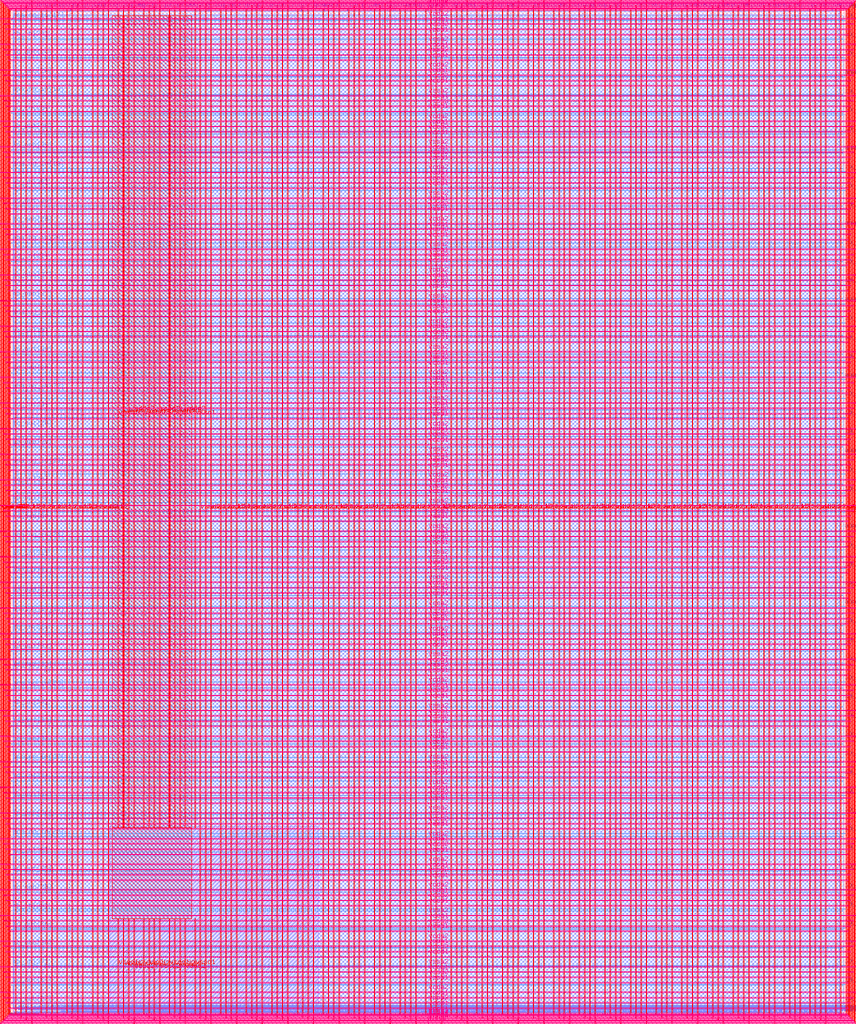
<source format=lef>
VERSION 5.7 ;
  NOWIREEXTENSIONATPIN ON ;
  DIVIDERCHAR "/" ;
  BUSBITCHARS "[]" ;
MACRO user_project_wrapper
  CLASS BLOCK ;
  FOREIGN user_project_wrapper ;
  ORIGIN 0.000 0.000 ;
  SIZE 2920.000 BY 3520.000 ;
  PIN analog_io[0]
    DIRECTION INOUT ;
    USE SIGNAL ;
    PORT
      LAYER met3 ;
        RECT 2917.600 1426.380 2924.800 1427.580 ;
    END
  END analog_io[0]
  PIN analog_io[10]
    DIRECTION INOUT ;
    USE SIGNAL ;
    PORT
      LAYER met2 ;
        RECT 2230.490 3517.600 2231.050 3524.800 ;
    END
  END analog_io[10]
  PIN analog_io[11]
    DIRECTION INOUT ;
    USE SIGNAL ;
    PORT
      LAYER met2 ;
        RECT 1905.730 3517.600 1906.290 3524.800 ;
    END
  END analog_io[11]
  PIN analog_io[12]
    DIRECTION INOUT ;
    USE SIGNAL ;
    PORT
      LAYER met2 ;
        RECT 1581.430 3517.600 1581.990 3524.800 ;
    END
  END analog_io[12]
  PIN analog_io[13]
    DIRECTION INOUT ;
    USE SIGNAL ;
    PORT
      LAYER met2 ;
        RECT 1257.130 3517.600 1257.690 3524.800 ;
    END
  END analog_io[13]
  PIN analog_io[14]
    DIRECTION INOUT ;
    USE SIGNAL ;
    PORT
      LAYER met2 ;
        RECT 932.370 3517.600 932.930 3524.800 ;
    END
  END analog_io[14]
  PIN analog_io[15]
    DIRECTION INOUT ;
    USE SIGNAL ;
    PORT
      LAYER met2 ;
        RECT 608.070 3517.600 608.630 3524.800 ;
    END
  END analog_io[15]
  PIN analog_io[16]
    DIRECTION INOUT ;
    USE SIGNAL ;
    PORT
      LAYER met2 ;
        RECT 283.770 3517.600 284.330 3524.800 ;
    END
  END analog_io[16]
  PIN analog_io[17]
    DIRECTION INOUT ;
    USE SIGNAL ;
    PORT
      LAYER met3 ;
        RECT -4.800 3486.100 2.400 3487.300 ;
    END
  END analog_io[17]
  PIN analog_io[18]
    DIRECTION INOUT ;
    USE SIGNAL ;
    PORT
      LAYER met3 ;
        RECT -4.800 3224.980 2.400 3226.180 ;
    END
  END analog_io[18]
  PIN analog_io[19]
    DIRECTION INOUT ;
    USE SIGNAL ;
    PORT
      LAYER met3 ;
        RECT -4.800 2964.540 2.400 2965.740 ;
    END
  END analog_io[19]
  PIN analog_io[1]
    DIRECTION INOUT ;
    USE SIGNAL ;
    PORT
      LAYER met3 ;
        RECT 2917.600 1692.260 2924.800 1693.460 ;
    END
  END analog_io[1]
  PIN analog_io[20]
    DIRECTION INOUT ;
    USE SIGNAL ;
    PORT
      LAYER met3 ;
        RECT -4.800 2703.420 2.400 2704.620 ;
    END
  END analog_io[20]
  PIN analog_io[21]
    DIRECTION INOUT ;
    USE SIGNAL ;
    PORT
      LAYER met3 ;
        RECT -4.800 2442.980 2.400 2444.180 ;
    END
  END analog_io[21]
  PIN analog_io[22]
    DIRECTION INOUT ;
    USE SIGNAL ;
    PORT
      LAYER met3 ;
        RECT -4.800 2182.540 2.400 2183.740 ;
    END
  END analog_io[22]
  PIN analog_io[23]
    DIRECTION INOUT ;
    USE SIGNAL ;
    PORT
      LAYER met3 ;
        RECT -4.800 1921.420 2.400 1922.620 ;
    END
  END analog_io[23]
  PIN analog_io[24]
    DIRECTION INOUT ;
    USE SIGNAL ;
    PORT
      LAYER met3 ;
        RECT -4.800 1660.980 2.400 1662.180 ;
    END
  END analog_io[24]
  PIN analog_io[25]
    DIRECTION INOUT ;
    USE SIGNAL ;
    PORT
      LAYER met3 ;
        RECT -4.800 1399.860 2.400 1401.060 ;
    END
  END analog_io[25]
  PIN analog_io[26]
    DIRECTION INOUT ;
    USE SIGNAL ;
    PORT
      LAYER met3 ;
        RECT -4.800 1139.420 2.400 1140.620 ;
    END
  END analog_io[26]
  PIN analog_io[27]
    DIRECTION INOUT ;
    USE SIGNAL ;
    PORT
      LAYER met3 ;
        RECT -4.800 878.980 2.400 880.180 ;
    END
  END analog_io[27]
  PIN analog_io[28]
    DIRECTION INOUT ;
    USE SIGNAL ;
    PORT
      LAYER met3 ;
        RECT -4.800 617.860 2.400 619.060 ;
    END
  END analog_io[28]
  PIN analog_io[2]
    DIRECTION INOUT ;
    USE SIGNAL ;
    PORT
      LAYER met3 ;
        RECT 2917.600 1958.140 2924.800 1959.340 ;
    END
  END analog_io[2]
  PIN analog_io[3]
    DIRECTION INOUT ;
    USE SIGNAL ;
    PORT
      LAYER met3 ;
        RECT 2917.600 2223.340 2924.800 2224.540 ;
    END
  END analog_io[3]
  PIN analog_io[4]
    DIRECTION INOUT ;
    USE SIGNAL ;
    PORT
      LAYER met3 ;
        RECT 2917.600 2489.220 2924.800 2490.420 ;
    END
  END analog_io[4]
  PIN analog_io[5]
    DIRECTION INOUT ;
    USE SIGNAL ;
    PORT
      LAYER met3 ;
        RECT 2917.600 2755.100 2924.800 2756.300 ;
    END
  END analog_io[5]
  PIN analog_io[6]
    DIRECTION INOUT ;
    USE SIGNAL ;
    PORT
      LAYER met3 ;
        RECT 2917.600 3020.300 2924.800 3021.500 ;
    END
  END analog_io[6]
  PIN analog_io[7]
    DIRECTION INOUT ;
    USE SIGNAL ;
    PORT
      LAYER met3 ;
        RECT 2917.600 3286.180 2924.800 3287.380 ;
    END
  END analog_io[7]
  PIN analog_io[8]
    DIRECTION INOUT ;
    USE SIGNAL ;
    PORT
      LAYER met2 ;
        RECT 2879.090 3517.600 2879.650 3524.800 ;
    END
  END analog_io[8]
  PIN analog_io[9]
    DIRECTION INOUT ;
    USE SIGNAL ;
    PORT
      LAYER met2 ;
        RECT 2554.790 3517.600 2555.350 3524.800 ;
    END
  END analog_io[9]
  PIN io_in[0]
    DIRECTION INPUT ;
    USE SIGNAL ;
    PORT
      LAYER met3 ;
        RECT 2917.600 32.380 2924.800 33.580 ;
    END
  END io_in[0]
  PIN io_in[10]
    DIRECTION INPUT ;
    USE SIGNAL ;
    PORT
      LAYER met3 ;
        RECT 2917.600 2289.980 2924.800 2291.180 ;
    END
  END io_in[10]
  PIN io_in[11]
    DIRECTION INPUT ;
    USE SIGNAL ;
    PORT
      LAYER met3 ;
        RECT 2917.600 2555.860 2924.800 2557.060 ;
    END
  END io_in[11]
  PIN io_in[12]
    DIRECTION INPUT ;
    USE SIGNAL ;
    PORT
      LAYER met3 ;
        RECT 2917.600 2821.060 2924.800 2822.260 ;
    END
  END io_in[12]
  PIN io_in[13]
    DIRECTION INPUT ;
    USE SIGNAL ;
    PORT
      LAYER met3 ;
        RECT 2917.600 3086.940 2924.800 3088.140 ;
    END
  END io_in[13]
  PIN io_in[14]
    DIRECTION INPUT ;
    USE SIGNAL ;
    PORT
      LAYER met3 ;
        RECT 2917.600 3352.820 2924.800 3354.020 ;
    END
  END io_in[14]
  PIN io_in[15]
    DIRECTION INPUT ;
    USE SIGNAL ;
    PORT
      LAYER met2 ;
        RECT 2798.130 3517.600 2798.690 3524.800 ;
    END
  END io_in[15]
  PIN io_in[16]
    DIRECTION INPUT ;
    USE SIGNAL ;
    PORT
      LAYER met2 ;
        RECT 2473.830 3517.600 2474.390 3524.800 ;
    END
  END io_in[16]
  PIN io_in[17]
    DIRECTION INPUT ;
    USE SIGNAL ;
    PORT
      LAYER met2 ;
        RECT 2149.070 3517.600 2149.630 3524.800 ;
    END
  END io_in[17]
  PIN io_in[18]
    DIRECTION INPUT ;
    USE SIGNAL ;
    PORT
      LAYER met2 ;
        RECT 1824.770 3517.600 1825.330 3524.800 ;
    END
  END io_in[18]
  PIN io_in[19]
    DIRECTION INPUT ;
    USE SIGNAL ;
    PORT
      LAYER met2 ;
        RECT 1500.470 3517.600 1501.030 3524.800 ;
    END
  END io_in[19]
  PIN io_in[1]
    DIRECTION INPUT ;
    USE SIGNAL ;
    PORT
      LAYER met3 ;
        RECT 2917.600 230.940 2924.800 232.140 ;
    END
  END io_in[1]
  PIN io_in[20]
    DIRECTION INPUT ;
    USE SIGNAL ;
    PORT
      LAYER met2 ;
        RECT 1175.710 3517.600 1176.270 3524.800 ;
    END
  END io_in[20]
  PIN io_in[21]
    DIRECTION INPUT ;
    USE SIGNAL ;
    PORT
      LAYER met2 ;
        RECT 851.410 3517.600 851.970 3524.800 ;
    END
  END io_in[21]
  PIN io_in[22]
    DIRECTION INPUT ;
    USE SIGNAL ;
    PORT
      LAYER met2 ;
        RECT 527.110 3517.600 527.670 3524.800 ;
    END
  END io_in[22]
  PIN io_in[23]
    DIRECTION INPUT ;
    USE SIGNAL ;
    PORT
      LAYER met2 ;
        RECT 202.350 3517.600 202.910 3524.800 ;
    END
  END io_in[23]
  PIN io_in[24]
    DIRECTION INPUT ;
    USE SIGNAL ;
    PORT
      LAYER met3 ;
        RECT -4.800 3420.820 2.400 3422.020 ;
    END
  END io_in[24]
  PIN io_in[25]
    DIRECTION INPUT ;
    USE SIGNAL ;
    PORT
      LAYER met3 ;
        RECT -4.800 3159.700 2.400 3160.900 ;
    END
  END io_in[25]
  PIN io_in[26]
    DIRECTION INPUT ;
    USE SIGNAL ;
    PORT
      LAYER met3 ;
        RECT -4.800 2899.260 2.400 2900.460 ;
    END
  END io_in[26]
  PIN io_in[27]
    DIRECTION INPUT ;
    USE SIGNAL ;
    PORT
      LAYER met3 ;
        RECT -4.800 2638.820 2.400 2640.020 ;
    END
  END io_in[27]
  PIN io_in[28]
    DIRECTION INPUT ;
    USE SIGNAL ;
    PORT
      LAYER met3 ;
        RECT -4.800 2377.700 2.400 2378.900 ;
    END
  END io_in[28]
  PIN io_in[29]
    DIRECTION INPUT ;
    USE SIGNAL ;
    PORT
      LAYER met3 ;
        RECT -4.800 2117.260 2.400 2118.460 ;
    END
  END io_in[29]
  PIN io_in[2]
    DIRECTION INPUT ;
    USE SIGNAL ;
    PORT
      LAYER met3 ;
        RECT 2917.600 430.180 2924.800 431.380 ;
    END
  END io_in[2]
  PIN io_in[30]
    DIRECTION INPUT ;
    USE SIGNAL ;
    PORT
      LAYER met3 ;
        RECT -4.800 1856.140 2.400 1857.340 ;
    END
  END io_in[30]
  PIN io_in[31]
    DIRECTION INPUT ;
    USE SIGNAL ;
    PORT
      LAYER met3 ;
        RECT -4.800 1595.700 2.400 1596.900 ;
    END
  END io_in[31]
  PIN io_in[32]
    DIRECTION INPUT ;
    USE SIGNAL ;
    PORT
      LAYER met3 ;
        RECT -4.800 1335.260 2.400 1336.460 ;
    END
  END io_in[32]
  PIN io_in[33]
    DIRECTION INPUT ;
    USE SIGNAL ;
    PORT
      LAYER met3 ;
        RECT -4.800 1074.140 2.400 1075.340 ;
    END
  END io_in[33]
  PIN io_in[34]
    DIRECTION INPUT ;
    USE SIGNAL ;
    PORT
      LAYER met3 ;
        RECT -4.800 813.700 2.400 814.900 ;
    END
  END io_in[34]
  PIN io_in[35]
    DIRECTION INPUT ;
    USE SIGNAL ;
    PORT
      LAYER met3 ;
        RECT -4.800 552.580 2.400 553.780 ;
    END
  END io_in[35]
  PIN io_in[36]
    DIRECTION INPUT ;
    USE SIGNAL ;
    PORT
      LAYER met3 ;
        RECT -4.800 357.420 2.400 358.620 ;
    END
  END io_in[36]
  PIN io_in[37]
    DIRECTION INPUT ;
    USE SIGNAL ;
    PORT
      LAYER met3 ;
        RECT -4.800 161.580 2.400 162.780 ;
    END
  END io_in[37]
  PIN io_in[3]
    DIRECTION INPUT ;
    USE SIGNAL ;
    PORT
      LAYER met3 ;
        RECT 2917.600 629.420 2924.800 630.620 ;
    END
  END io_in[3]
  PIN io_in[4]
    DIRECTION INPUT ;
    USE SIGNAL ;
    PORT
      LAYER met3 ;
        RECT 2917.600 828.660 2924.800 829.860 ;
    END
  END io_in[4]
  PIN io_in[5]
    DIRECTION INPUT ;
    USE SIGNAL ;
    PORT
      LAYER met3 ;
        RECT 2917.600 1027.900 2924.800 1029.100 ;
    END
  END io_in[5]
  PIN io_in[6]
    DIRECTION INPUT ;
    USE SIGNAL ;
    PORT
      LAYER met3 ;
        RECT 2917.600 1227.140 2924.800 1228.340 ;
    END
  END io_in[6]
  PIN io_in[7]
    DIRECTION INPUT ;
    USE SIGNAL ;
    PORT
      LAYER met3 ;
        RECT 2917.600 1493.020 2924.800 1494.220 ;
    END
  END io_in[7]
  PIN io_in[8]
    DIRECTION INPUT ;
    USE SIGNAL ;
    PORT
      LAYER met3 ;
        RECT 2917.600 1758.900 2924.800 1760.100 ;
    END
  END io_in[8]
  PIN io_in[9]
    DIRECTION INPUT ;
    USE SIGNAL ;
    PORT
      LAYER met3 ;
        RECT 2917.600 2024.100 2924.800 2025.300 ;
    END
  END io_in[9]
  PIN io_oeb[0]
    DIRECTION OUTPUT TRISTATE ;
    USE SIGNAL ;
    PORT
      LAYER met3 ;
        RECT 2917.600 164.980 2924.800 166.180 ;
    END
  END io_oeb[0]
  PIN io_oeb[10]
    DIRECTION OUTPUT TRISTATE ;
    USE SIGNAL ;
    PORT
      LAYER met3 ;
        RECT 2917.600 2422.580 2924.800 2423.780 ;
    END
  END io_oeb[10]
  PIN io_oeb[11]
    DIRECTION OUTPUT TRISTATE ;
    USE SIGNAL ;
    PORT
      LAYER met3 ;
        RECT 2917.600 2688.460 2924.800 2689.660 ;
    END
  END io_oeb[11]
  PIN io_oeb[12]
    DIRECTION OUTPUT TRISTATE ;
    USE SIGNAL ;
    PORT
      LAYER met3 ;
        RECT 2917.600 2954.340 2924.800 2955.540 ;
    END
  END io_oeb[12]
  PIN io_oeb[13]
    DIRECTION OUTPUT TRISTATE ;
    USE SIGNAL ;
    PORT
      LAYER met3 ;
        RECT 2917.600 3219.540 2924.800 3220.740 ;
    END
  END io_oeb[13]
  PIN io_oeb[14]
    DIRECTION OUTPUT TRISTATE ;
    USE SIGNAL ;
    PORT
      LAYER met3 ;
        RECT 2917.600 3485.420 2924.800 3486.620 ;
    END
  END io_oeb[14]
  PIN io_oeb[15]
    DIRECTION OUTPUT TRISTATE ;
    USE SIGNAL ;
    PORT
      LAYER met2 ;
        RECT 2635.750 3517.600 2636.310 3524.800 ;
    END
  END io_oeb[15]
  PIN io_oeb[16]
    DIRECTION OUTPUT TRISTATE ;
    USE SIGNAL ;
    PORT
      LAYER met2 ;
        RECT 2311.450 3517.600 2312.010 3524.800 ;
    END
  END io_oeb[16]
  PIN io_oeb[17]
    DIRECTION OUTPUT TRISTATE ;
    USE SIGNAL ;
    PORT
      LAYER met2 ;
        RECT 1987.150 3517.600 1987.710 3524.800 ;
    END
  END io_oeb[17]
  PIN io_oeb[18]
    DIRECTION OUTPUT TRISTATE ;
    USE SIGNAL ;
    PORT
      LAYER met2 ;
        RECT 1662.390 3517.600 1662.950 3524.800 ;
    END
  END io_oeb[18]
  PIN io_oeb[19]
    DIRECTION OUTPUT TRISTATE ;
    USE SIGNAL ;
    PORT
      LAYER met2 ;
        RECT 1338.090 3517.600 1338.650 3524.800 ;
    END
  END io_oeb[19]
  PIN io_oeb[1]
    DIRECTION OUTPUT TRISTATE ;
    USE SIGNAL ;
    PORT
      LAYER met3 ;
        RECT 2917.600 364.220 2924.800 365.420 ;
    END
  END io_oeb[1]
  PIN io_oeb[20]
    DIRECTION OUTPUT TRISTATE ;
    USE SIGNAL ;
    PORT
      LAYER met2 ;
        RECT 1013.790 3517.600 1014.350 3524.800 ;
    END
  END io_oeb[20]
  PIN io_oeb[21]
    DIRECTION OUTPUT TRISTATE ;
    USE SIGNAL ;
    PORT
      LAYER met2 ;
        RECT 689.030 3517.600 689.590 3524.800 ;
    END
  END io_oeb[21]
  PIN io_oeb[22]
    DIRECTION OUTPUT TRISTATE ;
    USE SIGNAL ;
    PORT
      LAYER met2 ;
        RECT 364.730 3517.600 365.290 3524.800 ;
    END
  END io_oeb[22]
  PIN io_oeb[23]
    DIRECTION OUTPUT TRISTATE ;
    USE SIGNAL ;
    PORT
      LAYER met2 ;
        RECT 40.430 3517.600 40.990 3524.800 ;
    END
  END io_oeb[23]
  PIN io_oeb[24]
    DIRECTION OUTPUT TRISTATE ;
    USE SIGNAL ;
    PORT
      LAYER met3 ;
        RECT -4.800 3290.260 2.400 3291.460 ;
    END
  END io_oeb[24]
  PIN io_oeb[25]
    DIRECTION OUTPUT TRISTATE ;
    USE SIGNAL ;
    PORT
      LAYER met3 ;
        RECT -4.800 3029.820 2.400 3031.020 ;
    END
  END io_oeb[25]
  PIN io_oeb[26]
    DIRECTION OUTPUT TRISTATE ;
    USE SIGNAL ;
    PORT
      LAYER met3 ;
        RECT -4.800 2768.700 2.400 2769.900 ;
    END
  END io_oeb[26]
  PIN io_oeb[27]
    DIRECTION OUTPUT TRISTATE ;
    USE SIGNAL ;
    PORT
      LAYER met3 ;
        RECT -4.800 2508.260 2.400 2509.460 ;
    END
  END io_oeb[27]
  PIN io_oeb[28]
    DIRECTION OUTPUT TRISTATE ;
    USE SIGNAL ;
    PORT
      LAYER met3 ;
        RECT -4.800 2247.140 2.400 2248.340 ;
    END
  END io_oeb[28]
  PIN io_oeb[29]
    DIRECTION OUTPUT TRISTATE ;
    USE SIGNAL ;
    PORT
      LAYER met3 ;
        RECT -4.800 1986.700 2.400 1987.900 ;
    END
  END io_oeb[29]
  PIN io_oeb[2]
    DIRECTION OUTPUT TRISTATE ;
    USE SIGNAL ;
    PORT
      LAYER met3 ;
        RECT 2917.600 563.460 2924.800 564.660 ;
    END
  END io_oeb[2]
  PIN io_oeb[30]
    DIRECTION OUTPUT TRISTATE ;
    USE SIGNAL ;
    PORT
      LAYER met3 ;
        RECT -4.800 1726.260 2.400 1727.460 ;
    END
  END io_oeb[30]
  PIN io_oeb[31]
    DIRECTION OUTPUT TRISTATE ;
    USE SIGNAL ;
    PORT
      LAYER met3 ;
        RECT -4.800 1465.140 2.400 1466.340 ;
    END
  END io_oeb[31]
  PIN io_oeb[32]
    DIRECTION OUTPUT TRISTATE ;
    USE SIGNAL ;
    PORT
      LAYER met3 ;
        RECT -4.800 1204.700 2.400 1205.900 ;
    END
  END io_oeb[32]
  PIN io_oeb[33]
    DIRECTION OUTPUT TRISTATE ;
    USE SIGNAL ;
    PORT
      LAYER met3 ;
        RECT -4.800 943.580 2.400 944.780 ;
    END
  END io_oeb[33]
  PIN io_oeb[34]
    DIRECTION OUTPUT TRISTATE ;
    USE SIGNAL ;
    PORT
      LAYER met3 ;
        RECT -4.800 683.140 2.400 684.340 ;
    END
  END io_oeb[34]
  PIN io_oeb[35]
    DIRECTION OUTPUT TRISTATE ;
    USE SIGNAL ;
    PORT
      LAYER met3 ;
        RECT -4.800 422.700 2.400 423.900 ;
    END
  END io_oeb[35]
  PIN io_oeb[36]
    DIRECTION OUTPUT TRISTATE ;
    USE SIGNAL ;
    PORT
      LAYER met3 ;
        RECT -4.800 226.860 2.400 228.060 ;
    END
  END io_oeb[36]
  PIN io_oeb[37]
    DIRECTION OUTPUT TRISTATE ;
    USE SIGNAL ;
    PORT
      LAYER met3 ;
        RECT -4.800 31.700 2.400 32.900 ;
    END
  END io_oeb[37]
  PIN io_oeb[3]
    DIRECTION OUTPUT TRISTATE ;
    USE SIGNAL ;
    PORT
      LAYER met3 ;
        RECT 2917.600 762.700 2924.800 763.900 ;
    END
  END io_oeb[3]
  PIN io_oeb[4]
    DIRECTION OUTPUT TRISTATE ;
    USE SIGNAL ;
    PORT
      LAYER met3 ;
        RECT 2917.600 961.940 2924.800 963.140 ;
    END
  END io_oeb[4]
  PIN io_oeb[5]
    DIRECTION OUTPUT TRISTATE ;
    USE SIGNAL ;
    PORT
      LAYER met3 ;
        RECT 2917.600 1161.180 2924.800 1162.380 ;
    END
  END io_oeb[5]
  PIN io_oeb[6]
    DIRECTION OUTPUT TRISTATE ;
    USE SIGNAL ;
    PORT
      LAYER met3 ;
        RECT 2917.600 1360.420 2924.800 1361.620 ;
    END
  END io_oeb[6]
  PIN io_oeb[7]
    DIRECTION OUTPUT TRISTATE ;
    USE SIGNAL ;
    PORT
      LAYER met3 ;
        RECT 2917.600 1625.620 2924.800 1626.820 ;
    END
  END io_oeb[7]
  PIN io_oeb[8]
    DIRECTION OUTPUT TRISTATE ;
    USE SIGNAL ;
    PORT
      LAYER met3 ;
        RECT 2917.600 1891.500 2924.800 1892.700 ;
    END
  END io_oeb[8]
  PIN io_oeb[9]
    DIRECTION OUTPUT TRISTATE ;
    USE SIGNAL ;
    PORT
      LAYER met3 ;
        RECT 2917.600 2157.380 2924.800 2158.580 ;
    END
  END io_oeb[9]
  PIN io_out[0]
    DIRECTION OUTPUT TRISTATE ;
    USE SIGNAL ;
    PORT
      LAYER met3 ;
        RECT 2917.600 98.340 2924.800 99.540 ;
    END
  END io_out[0]
  PIN io_out[10]
    DIRECTION OUTPUT TRISTATE ;
    USE SIGNAL ;
    PORT
      LAYER met3 ;
        RECT 2917.600 2356.620 2924.800 2357.820 ;
    END
  END io_out[10]
  PIN io_out[11]
    DIRECTION OUTPUT TRISTATE ;
    USE SIGNAL ;
    PORT
      LAYER met3 ;
        RECT 2917.600 2621.820 2924.800 2623.020 ;
    END
  END io_out[11]
  PIN io_out[12]
    DIRECTION OUTPUT TRISTATE ;
    USE SIGNAL ;
    PORT
      LAYER met3 ;
        RECT 2917.600 2887.700 2924.800 2888.900 ;
    END
  END io_out[12]
  PIN io_out[13]
    DIRECTION OUTPUT TRISTATE ;
    USE SIGNAL ;
    PORT
      LAYER met3 ;
        RECT 2917.600 3153.580 2924.800 3154.780 ;
    END
  END io_out[13]
  PIN io_out[14]
    DIRECTION OUTPUT TRISTATE ;
    USE SIGNAL ;
    PORT
      LAYER met3 ;
        RECT 2917.600 3418.780 2924.800 3419.980 ;
    END
  END io_out[14]
  PIN io_out[15]
    DIRECTION OUTPUT TRISTATE ;
    USE SIGNAL ;
    PORT
      LAYER met2 ;
        RECT 2717.170 3517.600 2717.730 3524.800 ;
    END
  END io_out[15]
  PIN io_out[16]
    DIRECTION OUTPUT TRISTATE ;
    USE SIGNAL ;
    PORT
      LAYER met2 ;
        RECT 2392.410 3517.600 2392.970 3524.800 ;
    END
  END io_out[16]
  PIN io_out[17]
    DIRECTION OUTPUT TRISTATE ;
    USE SIGNAL ;
    PORT
      LAYER met2 ;
        RECT 2068.110 3517.600 2068.670 3524.800 ;
    END
  END io_out[17]
  PIN io_out[18]
    DIRECTION OUTPUT TRISTATE ;
    USE SIGNAL ;
    PORT
      LAYER met2 ;
        RECT 1743.810 3517.600 1744.370 3524.800 ;
    END
  END io_out[18]
  PIN io_out[19]
    DIRECTION OUTPUT TRISTATE ;
    USE SIGNAL ;
    PORT
      LAYER met2 ;
        RECT 1419.050 3517.600 1419.610 3524.800 ;
    END
  END io_out[19]
  PIN io_out[1]
    DIRECTION OUTPUT TRISTATE ;
    USE SIGNAL ;
    PORT
      LAYER met3 ;
        RECT 2917.600 297.580 2924.800 298.780 ;
    END
  END io_out[1]
  PIN io_out[20]
    DIRECTION OUTPUT TRISTATE ;
    USE SIGNAL ;
    PORT
      LAYER met2 ;
        RECT 1094.750 3517.600 1095.310 3524.800 ;
    END
  END io_out[20]
  PIN io_out[21]
    DIRECTION OUTPUT TRISTATE ;
    USE SIGNAL ;
    PORT
      LAYER met2 ;
        RECT 770.450 3517.600 771.010 3524.800 ;
    END
  END io_out[21]
  PIN io_out[22]
    DIRECTION OUTPUT TRISTATE ;
    USE SIGNAL ;
    PORT
      LAYER met2 ;
        RECT 445.690 3517.600 446.250 3524.800 ;
    END
  END io_out[22]
  PIN io_out[23]
    DIRECTION OUTPUT TRISTATE ;
    USE SIGNAL ;
    PORT
      LAYER met2 ;
        RECT 121.390 3517.600 121.950 3524.800 ;
    END
  END io_out[23]
  PIN io_out[24]
    DIRECTION OUTPUT TRISTATE ;
    USE SIGNAL ;
    PORT
      LAYER met3 ;
        RECT -4.800 3355.540 2.400 3356.740 ;
    END
  END io_out[24]
  PIN io_out[25]
    DIRECTION OUTPUT TRISTATE ;
    USE SIGNAL ;
    PORT
      LAYER met3 ;
        RECT -4.800 3095.100 2.400 3096.300 ;
    END
  END io_out[25]
  PIN io_out[26]
    DIRECTION OUTPUT TRISTATE ;
    USE SIGNAL ;
    PORT
      LAYER met3 ;
        RECT -4.800 2833.980 2.400 2835.180 ;
    END
  END io_out[26]
  PIN io_out[27]
    DIRECTION OUTPUT TRISTATE ;
    USE SIGNAL ;
    PORT
      LAYER met3 ;
        RECT -4.800 2573.540 2.400 2574.740 ;
    END
  END io_out[27]
  PIN io_out[28]
    DIRECTION OUTPUT TRISTATE ;
    USE SIGNAL ;
    PORT
      LAYER met3 ;
        RECT -4.800 2312.420 2.400 2313.620 ;
    END
  END io_out[28]
  PIN io_out[29]
    DIRECTION OUTPUT TRISTATE ;
    USE SIGNAL ;
    PORT
      LAYER met3 ;
        RECT -4.800 2051.980 2.400 2053.180 ;
    END
  END io_out[29]
  PIN io_out[2]
    DIRECTION OUTPUT TRISTATE ;
    USE SIGNAL ;
    PORT
      LAYER met3 ;
        RECT 2917.600 496.820 2924.800 498.020 ;
    END
  END io_out[2]
  PIN io_out[30]
    DIRECTION OUTPUT TRISTATE ;
    USE SIGNAL ;
    PORT
      LAYER met3 ;
        RECT -4.800 1791.540 2.400 1792.740 ;
    END
  END io_out[30]
  PIN io_out[31]
    DIRECTION OUTPUT TRISTATE ;
    USE SIGNAL ;
    PORT
      LAYER met3 ;
        RECT -4.800 1530.420 2.400 1531.620 ;
    END
  END io_out[31]
  PIN io_out[32]
    DIRECTION OUTPUT TRISTATE ;
    USE SIGNAL ;
    PORT
      LAYER met3 ;
        RECT -4.800 1269.980 2.400 1271.180 ;
    END
  END io_out[32]
  PIN io_out[33]
    DIRECTION OUTPUT TRISTATE ;
    USE SIGNAL ;
    PORT
      LAYER met3 ;
        RECT -4.800 1008.860 2.400 1010.060 ;
    END
  END io_out[33]
  PIN io_out[34]
    DIRECTION OUTPUT TRISTATE ;
    USE SIGNAL ;
    PORT
      LAYER met3 ;
        RECT -4.800 748.420 2.400 749.620 ;
    END
  END io_out[34]
  PIN io_out[35]
    DIRECTION OUTPUT TRISTATE ;
    USE SIGNAL ;
    PORT
      LAYER met3 ;
        RECT -4.800 487.300 2.400 488.500 ;
    END
  END io_out[35]
  PIN io_out[36]
    DIRECTION OUTPUT TRISTATE ;
    USE SIGNAL ;
    PORT
      LAYER met3 ;
        RECT -4.800 292.140 2.400 293.340 ;
    END
  END io_out[36]
  PIN io_out[37]
    DIRECTION OUTPUT TRISTATE ;
    USE SIGNAL ;
    PORT
      LAYER met3 ;
        RECT -4.800 96.300 2.400 97.500 ;
    END
  END io_out[37]
  PIN io_out[3]
    DIRECTION OUTPUT TRISTATE ;
    USE SIGNAL ;
    PORT
      LAYER met3 ;
        RECT 2917.600 696.060 2924.800 697.260 ;
    END
  END io_out[3]
  PIN io_out[4]
    DIRECTION OUTPUT TRISTATE ;
    USE SIGNAL ;
    PORT
      LAYER met3 ;
        RECT 2917.600 895.300 2924.800 896.500 ;
    END
  END io_out[4]
  PIN io_out[5]
    DIRECTION OUTPUT TRISTATE ;
    USE SIGNAL ;
    PORT
      LAYER met3 ;
        RECT 2917.600 1094.540 2924.800 1095.740 ;
    END
  END io_out[5]
  PIN io_out[6]
    DIRECTION OUTPUT TRISTATE ;
    USE SIGNAL ;
    PORT
      LAYER met3 ;
        RECT 2917.600 1293.780 2924.800 1294.980 ;
    END
  END io_out[6]
  PIN io_out[7]
    DIRECTION OUTPUT TRISTATE ;
    USE SIGNAL ;
    PORT
      LAYER met3 ;
        RECT 2917.600 1559.660 2924.800 1560.860 ;
    END
  END io_out[7]
  PIN io_out[8]
    DIRECTION OUTPUT TRISTATE ;
    USE SIGNAL ;
    PORT
      LAYER met3 ;
        RECT 2917.600 1824.860 2924.800 1826.060 ;
    END
  END io_out[8]
  PIN io_out[9]
    DIRECTION OUTPUT TRISTATE ;
    USE SIGNAL ;
    PORT
      LAYER met3 ;
        RECT 2917.600 2090.740 2924.800 2091.940 ;
    END
  END io_out[9]
  PIN la_data_in[0]
    DIRECTION INPUT ;
    USE SIGNAL ;
    PORT
      LAYER met2 ;
        RECT 629.230 -4.800 629.790 2.400 ;
    END
  END la_data_in[0]
  PIN la_data_in[100]
    DIRECTION INPUT ;
    USE SIGNAL ;
    PORT
      LAYER met2 ;
        RECT 2402.530 -4.800 2403.090 2.400 ;
    END
  END la_data_in[100]
  PIN la_data_in[101]
    DIRECTION INPUT ;
    USE SIGNAL ;
    PORT
      LAYER met2 ;
        RECT 2420.010 -4.800 2420.570 2.400 ;
    END
  END la_data_in[101]
  PIN la_data_in[102]
    DIRECTION INPUT ;
    USE SIGNAL ;
    PORT
      LAYER met2 ;
        RECT 2437.950 -4.800 2438.510 2.400 ;
    END
  END la_data_in[102]
  PIN la_data_in[103]
    DIRECTION INPUT ;
    USE SIGNAL ;
    PORT
      LAYER met2 ;
        RECT 2455.430 -4.800 2455.990 2.400 ;
    END
  END la_data_in[103]
  PIN la_data_in[104]
    DIRECTION INPUT ;
    USE SIGNAL ;
    PORT
      LAYER met2 ;
        RECT 2473.370 -4.800 2473.930 2.400 ;
    END
  END la_data_in[104]
  PIN la_data_in[105]
    DIRECTION INPUT ;
    USE SIGNAL ;
    PORT
      LAYER met2 ;
        RECT 2490.850 -4.800 2491.410 2.400 ;
    END
  END la_data_in[105]
  PIN la_data_in[106]
    DIRECTION INPUT ;
    USE SIGNAL ;
    PORT
      LAYER met2 ;
        RECT 2508.790 -4.800 2509.350 2.400 ;
    END
  END la_data_in[106]
  PIN la_data_in[107]
    DIRECTION INPUT ;
    USE SIGNAL ;
    PORT
      LAYER met2 ;
        RECT 2526.730 -4.800 2527.290 2.400 ;
    END
  END la_data_in[107]
  PIN la_data_in[108]
    DIRECTION INPUT ;
    USE SIGNAL ;
    PORT
      LAYER met2 ;
        RECT 2544.210 -4.800 2544.770 2.400 ;
    END
  END la_data_in[108]
  PIN la_data_in[109]
    DIRECTION INPUT ;
    USE SIGNAL ;
    PORT
      LAYER met2 ;
        RECT 2562.150 -4.800 2562.710 2.400 ;
    END
  END la_data_in[109]
  PIN la_data_in[10]
    DIRECTION INPUT ;
    USE SIGNAL ;
    PORT
      LAYER met2 ;
        RECT 806.330 -4.800 806.890 2.400 ;
    END
  END la_data_in[10]
  PIN la_data_in[110]
    DIRECTION INPUT ;
    USE SIGNAL ;
    PORT
      LAYER met2 ;
        RECT 2579.630 -4.800 2580.190 2.400 ;
    END
  END la_data_in[110]
  PIN la_data_in[111]
    DIRECTION INPUT ;
    USE SIGNAL ;
    PORT
      LAYER met2 ;
        RECT 2597.570 -4.800 2598.130 2.400 ;
    END
  END la_data_in[111]
  PIN la_data_in[112]
    DIRECTION INPUT ;
    USE SIGNAL ;
    PORT
      LAYER met2 ;
        RECT 2615.050 -4.800 2615.610 2.400 ;
    END
  END la_data_in[112]
  PIN la_data_in[113]
    DIRECTION INPUT ;
    USE SIGNAL ;
    PORT
      LAYER met2 ;
        RECT 2632.990 -4.800 2633.550 2.400 ;
    END
  END la_data_in[113]
  PIN la_data_in[114]
    DIRECTION INPUT ;
    USE SIGNAL ;
    PORT
      LAYER met2 ;
        RECT 2650.470 -4.800 2651.030 2.400 ;
    END
  END la_data_in[114]
  PIN la_data_in[115]
    DIRECTION INPUT ;
    USE SIGNAL ;
    PORT
      LAYER met2 ;
        RECT 2668.410 -4.800 2668.970 2.400 ;
    END
  END la_data_in[115]
  PIN la_data_in[116]
    DIRECTION INPUT ;
    USE SIGNAL ;
    PORT
      LAYER met2 ;
        RECT 2685.890 -4.800 2686.450 2.400 ;
    END
  END la_data_in[116]
  PIN la_data_in[117]
    DIRECTION INPUT ;
    USE SIGNAL ;
    PORT
      LAYER met2 ;
        RECT 2703.830 -4.800 2704.390 2.400 ;
    END
  END la_data_in[117]
  PIN la_data_in[118]
    DIRECTION INPUT ;
    USE SIGNAL ;
    PORT
      LAYER met2 ;
        RECT 2721.770 -4.800 2722.330 2.400 ;
    END
  END la_data_in[118]
  PIN la_data_in[119]
    DIRECTION INPUT ;
    USE SIGNAL ;
    PORT
      LAYER met2 ;
        RECT 2739.250 -4.800 2739.810 2.400 ;
    END
  END la_data_in[119]
  PIN la_data_in[11]
    DIRECTION INPUT ;
    USE SIGNAL ;
    PORT
      LAYER met2 ;
        RECT 824.270 -4.800 824.830 2.400 ;
    END
  END la_data_in[11]
  PIN la_data_in[120]
    DIRECTION INPUT ;
    USE SIGNAL ;
    PORT
      LAYER met2 ;
        RECT 2757.190 -4.800 2757.750 2.400 ;
    END
  END la_data_in[120]
  PIN la_data_in[121]
    DIRECTION INPUT ;
    USE SIGNAL ;
    PORT
      LAYER met2 ;
        RECT 2774.670 -4.800 2775.230 2.400 ;
    END
  END la_data_in[121]
  PIN la_data_in[122]
    DIRECTION INPUT ;
    USE SIGNAL ;
    PORT
      LAYER met2 ;
        RECT 2792.610 -4.800 2793.170 2.400 ;
    END
  END la_data_in[122]
  PIN la_data_in[123]
    DIRECTION INPUT ;
    USE SIGNAL ;
    PORT
      LAYER met2 ;
        RECT 2810.090 -4.800 2810.650 2.400 ;
    END
  END la_data_in[123]
  PIN la_data_in[124]
    DIRECTION INPUT ;
    USE SIGNAL ;
    PORT
      LAYER met2 ;
        RECT 2828.030 -4.800 2828.590 2.400 ;
    END
  END la_data_in[124]
  PIN la_data_in[125]
    DIRECTION INPUT ;
    USE SIGNAL ;
    PORT
      LAYER met2 ;
        RECT 2845.510 -4.800 2846.070 2.400 ;
    END
  END la_data_in[125]
  PIN la_data_in[126]
    DIRECTION INPUT ;
    USE SIGNAL ;
    PORT
      LAYER met2 ;
        RECT 2863.450 -4.800 2864.010 2.400 ;
    END
  END la_data_in[126]
  PIN la_data_in[127]
    DIRECTION INPUT ;
    USE SIGNAL ;
    PORT
      LAYER met2 ;
        RECT 2881.390 -4.800 2881.950 2.400 ;
    END
  END la_data_in[127]
  PIN la_data_in[12]
    DIRECTION INPUT ;
    USE SIGNAL ;
    PORT
      LAYER met2 ;
        RECT 841.750 -4.800 842.310 2.400 ;
    END
  END la_data_in[12]
  PIN la_data_in[13]
    DIRECTION INPUT ;
    USE SIGNAL ;
    PORT
      LAYER met2 ;
        RECT 859.690 -4.800 860.250 2.400 ;
    END
  END la_data_in[13]
  PIN la_data_in[14]
    DIRECTION INPUT ;
    USE SIGNAL ;
    PORT
      LAYER met2 ;
        RECT 877.170 -4.800 877.730 2.400 ;
    END
  END la_data_in[14]
  PIN la_data_in[15]
    DIRECTION INPUT ;
    USE SIGNAL ;
    PORT
      LAYER met2 ;
        RECT 895.110 -4.800 895.670 2.400 ;
    END
  END la_data_in[15]
  PIN la_data_in[16]
    DIRECTION INPUT ;
    USE SIGNAL ;
    PORT
      LAYER met2 ;
        RECT 912.590 -4.800 913.150 2.400 ;
    END
  END la_data_in[16]
  PIN la_data_in[17]
    DIRECTION INPUT ;
    USE SIGNAL ;
    PORT
      LAYER met2 ;
        RECT 930.530 -4.800 931.090 2.400 ;
    END
  END la_data_in[17]
  PIN la_data_in[18]
    DIRECTION INPUT ;
    USE SIGNAL ;
    PORT
      LAYER met2 ;
        RECT 948.470 -4.800 949.030 2.400 ;
    END
  END la_data_in[18]
  PIN la_data_in[19]
    DIRECTION INPUT ;
    USE SIGNAL ;
    PORT
      LAYER met2 ;
        RECT 965.950 -4.800 966.510 2.400 ;
    END
  END la_data_in[19]
  PIN la_data_in[1]
    DIRECTION INPUT ;
    USE SIGNAL ;
    PORT
      LAYER met2 ;
        RECT 646.710 -4.800 647.270 2.400 ;
    END
  END la_data_in[1]
  PIN la_data_in[20]
    DIRECTION INPUT ;
    USE SIGNAL ;
    PORT
      LAYER met2 ;
        RECT 983.890 -4.800 984.450 2.400 ;
    END
  END la_data_in[20]
  PIN la_data_in[21]
    DIRECTION INPUT ;
    USE SIGNAL ;
    PORT
      LAYER met2 ;
        RECT 1001.370 -4.800 1001.930 2.400 ;
    END
  END la_data_in[21]
  PIN la_data_in[22]
    DIRECTION INPUT ;
    USE SIGNAL ;
    PORT
      LAYER met2 ;
        RECT 1019.310 -4.800 1019.870 2.400 ;
    END
  END la_data_in[22]
  PIN la_data_in[23]
    DIRECTION INPUT ;
    USE SIGNAL ;
    PORT
      LAYER met2 ;
        RECT 1036.790 -4.800 1037.350 2.400 ;
    END
  END la_data_in[23]
  PIN la_data_in[24]
    DIRECTION INPUT ;
    USE SIGNAL ;
    PORT
      LAYER met2 ;
        RECT 1054.730 -4.800 1055.290 2.400 ;
    END
  END la_data_in[24]
  PIN la_data_in[25]
    DIRECTION INPUT ;
    USE SIGNAL ;
    PORT
      LAYER met2 ;
        RECT 1072.210 -4.800 1072.770 2.400 ;
    END
  END la_data_in[25]
  PIN la_data_in[26]
    DIRECTION INPUT ;
    USE SIGNAL ;
    PORT
      LAYER met2 ;
        RECT 1090.150 -4.800 1090.710 2.400 ;
    END
  END la_data_in[26]
  PIN la_data_in[27]
    DIRECTION INPUT ;
    USE SIGNAL ;
    PORT
      LAYER met2 ;
        RECT 1107.630 -4.800 1108.190 2.400 ;
    END
  END la_data_in[27]
  PIN la_data_in[28]
    DIRECTION INPUT ;
    USE SIGNAL ;
    PORT
      LAYER met2 ;
        RECT 1125.570 -4.800 1126.130 2.400 ;
    END
  END la_data_in[28]
  PIN la_data_in[29]
    DIRECTION INPUT ;
    USE SIGNAL ;
    PORT
      LAYER met2 ;
        RECT 1143.510 -4.800 1144.070 2.400 ;
    END
  END la_data_in[29]
  PIN la_data_in[2]
    DIRECTION INPUT ;
    USE SIGNAL ;
    PORT
      LAYER met2 ;
        RECT 664.650 -4.800 665.210 2.400 ;
    END
  END la_data_in[2]
  PIN la_data_in[30]
    DIRECTION INPUT ;
    USE SIGNAL ;
    PORT
      LAYER met2 ;
        RECT 1160.990 -4.800 1161.550 2.400 ;
    END
  END la_data_in[30]
  PIN la_data_in[31]
    DIRECTION INPUT ;
    USE SIGNAL ;
    PORT
      LAYER met2 ;
        RECT 1178.930 -4.800 1179.490 2.400 ;
    END
  END la_data_in[31]
  PIN la_data_in[32]
    DIRECTION INPUT ;
    USE SIGNAL ;
    PORT
      LAYER met2 ;
        RECT 1196.410 -4.800 1196.970 2.400 ;
    END
  END la_data_in[32]
  PIN la_data_in[33]
    DIRECTION INPUT ;
    USE SIGNAL ;
    PORT
      LAYER met2 ;
        RECT 1214.350 -4.800 1214.910 2.400 ;
    END
  END la_data_in[33]
  PIN la_data_in[34]
    DIRECTION INPUT ;
    USE SIGNAL ;
    PORT
      LAYER met2 ;
        RECT 1231.830 -4.800 1232.390 2.400 ;
    END
  END la_data_in[34]
  PIN la_data_in[35]
    DIRECTION INPUT ;
    USE SIGNAL ;
    PORT
      LAYER met2 ;
        RECT 1249.770 -4.800 1250.330 2.400 ;
    END
  END la_data_in[35]
  PIN la_data_in[36]
    DIRECTION INPUT ;
    USE SIGNAL ;
    PORT
      LAYER met2 ;
        RECT 1267.250 -4.800 1267.810 2.400 ;
    END
  END la_data_in[36]
  PIN la_data_in[37]
    DIRECTION INPUT ;
    USE SIGNAL ;
    PORT
      LAYER met2 ;
        RECT 1285.190 -4.800 1285.750 2.400 ;
    END
  END la_data_in[37]
  PIN la_data_in[38]
    DIRECTION INPUT ;
    USE SIGNAL ;
    PORT
      LAYER met2 ;
        RECT 1303.130 -4.800 1303.690 2.400 ;
    END
  END la_data_in[38]
  PIN la_data_in[39]
    DIRECTION INPUT ;
    USE SIGNAL ;
    PORT
      LAYER met2 ;
        RECT 1320.610 -4.800 1321.170 2.400 ;
    END
  END la_data_in[39]
  PIN la_data_in[3]
    DIRECTION INPUT ;
    USE SIGNAL ;
    PORT
      LAYER met2 ;
        RECT 682.130 -4.800 682.690 2.400 ;
    END
  END la_data_in[3]
  PIN la_data_in[40]
    DIRECTION INPUT ;
    USE SIGNAL ;
    PORT
      LAYER met2 ;
        RECT 1338.550 -4.800 1339.110 2.400 ;
    END
  END la_data_in[40]
  PIN la_data_in[41]
    DIRECTION INPUT ;
    USE SIGNAL ;
    PORT
      LAYER met2 ;
        RECT 1356.030 -4.800 1356.590 2.400 ;
    END
  END la_data_in[41]
  PIN la_data_in[42]
    DIRECTION INPUT ;
    USE SIGNAL ;
    PORT
      LAYER met2 ;
        RECT 1373.970 -4.800 1374.530 2.400 ;
    END
  END la_data_in[42]
  PIN la_data_in[43]
    DIRECTION INPUT ;
    USE SIGNAL ;
    PORT
      LAYER met2 ;
        RECT 1391.450 -4.800 1392.010 2.400 ;
    END
  END la_data_in[43]
  PIN la_data_in[44]
    DIRECTION INPUT ;
    USE SIGNAL ;
    PORT
      LAYER met2 ;
        RECT 1409.390 -4.800 1409.950 2.400 ;
    END
  END la_data_in[44]
  PIN la_data_in[45]
    DIRECTION INPUT ;
    USE SIGNAL ;
    PORT
      LAYER met2 ;
        RECT 1426.870 -4.800 1427.430 2.400 ;
    END
  END la_data_in[45]
  PIN la_data_in[46]
    DIRECTION INPUT ;
    USE SIGNAL ;
    PORT
      LAYER met2 ;
        RECT 1444.810 -4.800 1445.370 2.400 ;
    END
  END la_data_in[46]
  PIN la_data_in[47]
    DIRECTION INPUT ;
    USE SIGNAL ;
    PORT
      LAYER met2 ;
        RECT 1462.750 -4.800 1463.310 2.400 ;
    END
  END la_data_in[47]
  PIN la_data_in[48]
    DIRECTION INPUT ;
    USE SIGNAL ;
    PORT
      LAYER met2 ;
        RECT 1480.230 -4.800 1480.790 2.400 ;
    END
  END la_data_in[48]
  PIN la_data_in[49]
    DIRECTION INPUT ;
    USE SIGNAL ;
    PORT
      LAYER met2 ;
        RECT 1498.170 -4.800 1498.730 2.400 ;
    END
  END la_data_in[49]
  PIN la_data_in[4]
    DIRECTION INPUT ;
    USE SIGNAL ;
    PORT
      LAYER met2 ;
        RECT 700.070 -4.800 700.630 2.400 ;
    END
  END la_data_in[4]
  PIN la_data_in[50]
    DIRECTION INPUT ;
    USE SIGNAL ;
    PORT
      LAYER met2 ;
        RECT 1515.650 -4.800 1516.210 2.400 ;
    END
  END la_data_in[50]
  PIN la_data_in[51]
    DIRECTION INPUT ;
    USE SIGNAL ;
    PORT
      LAYER met2 ;
        RECT 1533.590 -4.800 1534.150 2.400 ;
    END
  END la_data_in[51]
  PIN la_data_in[52]
    DIRECTION INPUT ;
    USE SIGNAL ;
    PORT
      LAYER met2 ;
        RECT 1551.070 -4.800 1551.630 2.400 ;
    END
  END la_data_in[52]
  PIN la_data_in[53]
    DIRECTION INPUT ;
    USE SIGNAL ;
    PORT
      LAYER met2 ;
        RECT 1569.010 -4.800 1569.570 2.400 ;
    END
  END la_data_in[53]
  PIN la_data_in[54]
    DIRECTION INPUT ;
    USE SIGNAL ;
    PORT
      LAYER met2 ;
        RECT 1586.490 -4.800 1587.050 2.400 ;
    END
  END la_data_in[54]
  PIN la_data_in[55]
    DIRECTION INPUT ;
    USE SIGNAL ;
    PORT
      LAYER met2 ;
        RECT 1604.430 -4.800 1604.990 2.400 ;
    END
  END la_data_in[55]
  PIN la_data_in[56]
    DIRECTION INPUT ;
    USE SIGNAL ;
    PORT
      LAYER met2 ;
        RECT 1621.910 -4.800 1622.470 2.400 ;
    END
  END la_data_in[56]
  PIN la_data_in[57]
    DIRECTION INPUT ;
    USE SIGNAL ;
    PORT
      LAYER met2 ;
        RECT 1639.850 -4.800 1640.410 2.400 ;
    END
  END la_data_in[57]
  PIN la_data_in[58]
    DIRECTION INPUT ;
    USE SIGNAL ;
    PORT
      LAYER met2 ;
        RECT 1657.790 -4.800 1658.350 2.400 ;
    END
  END la_data_in[58]
  PIN la_data_in[59]
    DIRECTION INPUT ;
    USE SIGNAL ;
    PORT
      LAYER met2 ;
        RECT 1675.270 -4.800 1675.830 2.400 ;
    END
  END la_data_in[59]
  PIN la_data_in[5]
    DIRECTION INPUT ;
    USE SIGNAL ;
    PORT
      LAYER met2 ;
        RECT 717.550 -4.800 718.110 2.400 ;
    END
  END la_data_in[5]
  PIN la_data_in[60]
    DIRECTION INPUT ;
    USE SIGNAL ;
    PORT
      LAYER met2 ;
        RECT 1693.210 -4.800 1693.770 2.400 ;
    END
  END la_data_in[60]
  PIN la_data_in[61]
    DIRECTION INPUT ;
    USE SIGNAL ;
    PORT
      LAYER met2 ;
        RECT 1710.690 -4.800 1711.250 2.400 ;
    END
  END la_data_in[61]
  PIN la_data_in[62]
    DIRECTION INPUT ;
    USE SIGNAL ;
    PORT
      LAYER met2 ;
        RECT 1728.630 -4.800 1729.190 2.400 ;
    END
  END la_data_in[62]
  PIN la_data_in[63]
    DIRECTION INPUT ;
    USE SIGNAL ;
    PORT
      LAYER met2 ;
        RECT 1746.110 -4.800 1746.670 2.400 ;
    END
  END la_data_in[63]
  PIN la_data_in[64]
    DIRECTION INPUT ;
    USE SIGNAL ;
    PORT
      LAYER met2 ;
        RECT 1764.050 -4.800 1764.610 2.400 ;
    END
  END la_data_in[64]
  PIN la_data_in[65]
    DIRECTION INPUT ;
    USE SIGNAL ;
    PORT
      LAYER met2 ;
        RECT 1781.530 -4.800 1782.090 2.400 ;
    END
  END la_data_in[65]
  PIN la_data_in[66]
    DIRECTION INPUT ;
    USE SIGNAL ;
    PORT
      LAYER met2 ;
        RECT 1799.470 -4.800 1800.030 2.400 ;
    END
  END la_data_in[66]
  PIN la_data_in[67]
    DIRECTION INPUT ;
    USE SIGNAL ;
    PORT
      LAYER met2 ;
        RECT 1817.410 -4.800 1817.970 2.400 ;
    END
  END la_data_in[67]
  PIN la_data_in[68]
    DIRECTION INPUT ;
    USE SIGNAL ;
    PORT
      LAYER met2 ;
        RECT 1834.890 -4.800 1835.450 2.400 ;
    END
  END la_data_in[68]
  PIN la_data_in[69]
    DIRECTION INPUT ;
    USE SIGNAL ;
    PORT
      LAYER met2 ;
        RECT 1852.830 -4.800 1853.390 2.400 ;
    END
  END la_data_in[69]
  PIN la_data_in[6]
    DIRECTION INPUT ;
    USE SIGNAL ;
    PORT
      LAYER met2 ;
        RECT 735.490 -4.800 736.050 2.400 ;
    END
  END la_data_in[6]
  PIN la_data_in[70]
    DIRECTION INPUT ;
    USE SIGNAL ;
    PORT
      LAYER met2 ;
        RECT 1870.310 -4.800 1870.870 2.400 ;
    END
  END la_data_in[70]
  PIN la_data_in[71]
    DIRECTION INPUT ;
    USE SIGNAL ;
    PORT
      LAYER met2 ;
        RECT 1888.250 -4.800 1888.810 2.400 ;
    END
  END la_data_in[71]
  PIN la_data_in[72]
    DIRECTION INPUT ;
    USE SIGNAL ;
    PORT
      LAYER met2 ;
        RECT 1905.730 -4.800 1906.290 2.400 ;
    END
  END la_data_in[72]
  PIN la_data_in[73]
    DIRECTION INPUT ;
    USE SIGNAL ;
    PORT
      LAYER met2 ;
        RECT 1923.670 -4.800 1924.230 2.400 ;
    END
  END la_data_in[73]
  PIN la_data_in[74]
    DIRECTION INPUT ;
    USE SIGNAL ;
    PORT
      LAYER met2 ;
        RECT 1941.150 -4.800 1941.710 2.400 ;
    END
  END la_data_in[74]
  PIN la_data_in[75]
    DIRECTION INPUT ;
    USE SIGNAL ;
    PORT
      LAYER met2 ;
        RECT 1959.090 -4.800 1959.650 2.400 ;
    END
  END la_data_in[75]
  PIN la_data_in[76]
    DIRECTION INPUT ;
    USE SIGNAL ;
    PORT
      LAYER met2 ;
        RECT 1976.570 -4.800 1977.130 2.400 ;
    END
  END la_data_in[76]
  PIN la_data_in[77]
    DIRECTION INPUT ;
    USE SIGNAL ;
    PORT
      LAYER met2 ;
        RECT 1994.510 -4.800 1995.070 2.400 ;
    END
  END la_data_in[77]
  PIN la_data_in[78]
    DIRECTION INPUT ;
    USE SIGNAL ;
    PORT
      LAYER met2 ;
        RECT 2012.450 -4.800 2013.010 2.400 ;
    END
  END la_data_in[78]
  PIN la_data_in[79]
    DIRECTION INPUT ;
    USE SIGNAL ;
    PORT
      LAYER met2 ;
        RECT 2029.930 -4.800 2030.490 2.400 ;
    END
  END la_data_in[79]
  PIN la_data_in[7]
    DIRECTION INPUT ;
    USE SIGNAL ;
    PORT
      LAYER met2 ;
        RECT 752.970 -4.800 753.530 2.400 ;
    END
  END la_data_in[7]
  PIN la_data_in[80]
    DIRECTION INPUT ;
    USE SIGNAL ;
    PORT
      LAYER met2 ;
        RECT 2047.870 -4.800 2048.430 2.400 ;
    END
  END la_data_in[80]
  PIN la_data_in[81]
    DIRECTION INPUT ;
    USE SIGNAL ;
    PORT
      LAYER met2 ;
        RECT 2065.350 -4.800 2065.910 2.400 ;
    END
  END la_data_in[81]
  PIN la_data_in[82]
    DIRECTION INPUT ;
    USE SIGNAL ;
    PORT
      LAYER met2 ;
        RECT 2083.290 -4.800 2083.850 2.400 ;
    END
  END la_data_in[82]
  PIN la_data_in[83]
    DIRECTION INPUT ;
    USE SIGNAL ;
    PORT
      LAYER met2 ;
        RECT 2100.770 -4.800 2101.330 2.400 ;
    END
  END la_data_in[83]
  PIN la_data_in[84]
    DIRECTION INPUT ;
    USE SIGNAL ;
    PORT
      LAYER met2 ;
        RECT 2118.710 -4.800 2119.270 2.400 ;
    END
  END la_data_in[84]
  PIN la_data_in[85]
    DIRECTION INPUT ;
    USE SIGNAL ;
    PORT
      LAYER met2 ;
        RECT 2136.190 -4.800 2136.750 2.400 ;
    END
  END la_data_in[85]
  PIN la_data_in[86]
    DIRECTION INPUT ;
    USE SIGNAL ;
    PORT
      LAYER met2 ;
        RECT 2154.130 -4.800 2154.690 2.400 ;
    END
  END la_data_in[86]
  PIN la_data_in[87]
    DIRECTION INPUT ;
    USE SIGNAL ;
    PORT
      LAYER met2 ;
        RECT 2172.070 -4.800 2172.630 2.400 ;
    END
  END la_data_in[87]
  PIN la_data_in[88]
    DIRECTION INPUT ;
    USE SIGNAL ;
    PORT
      LAYER met2 ;
        RECT 2189.550 -4.800 2190.110 2.400 ;
    END
  END la_data_in[88]
  PIN la_data_in[89]
    DIRECTION INPUT ;
    USE SIGNAL ;
    PORT
      LAYER met2 ;
        RECT 2207.490 -4.800 2208.050 2.400 ;
    END
  END la_data_in[89]
  PIN la_data_in[8]
    DIRECTION INPUT ;
    USE SIGNAL ;
    PORT
      LAYER met2 ;
        RECT 770.910 -4.800 771.470 2.400 ;
    END
  END la_data_in[8]
  PIN la_data_in[90]
    DIRECTION INPUT ;
    USE SIGNAL ;
    PORT
      LAYER met2 ;
        RECT 2224.970 -4.800 2225.530 2.400 ;
    END
  END la_data_in[90]
  PIN la_data_in[91]
    DIRECTION INPUT ;
    USE SIGNAL ;
    PORT
      LAYER met2 ;
        RECT 2242.910 -4.800 2243.470 2.400 ;
    END
  END la_data_in[91]
  PIN la_data_in[92]
    DIRECTION INPUT ;
    USE SIGNAL ;
    PORT
      LAYER met2 ;
        RECT 2260.390 -4.800 2260.950 2.400 ;
    END
  END la_data_in[92]
  PIN la_data_in[93]
    DIRECTION INPUT ;
    USE SIGNAL ;
    PORT
      LAYER met2 ;
        RECT 2278.330 -4.800 2278.890 2.400 ;
    END
  END la_data_in[93]
  PIN la_data_in[94]
    DIRECTION INPUT ;
    USE SIGNAL ;
    PORT
      LAYER met2 ;
        RECT 2295.810 -4.800 2296.370 2.400 ;
    END
  END la_data_in[94]
  PIN la_data_in[95]
    DIRECTION INPUT ;
    USE SIGNAL ;
    PORT
      LAYER met2 ;
        RECT 2313.750 -4.800 2314.310 2.400 ;
    END
  END la_data_in[95]
  PIN la_data_in[96]
    DIRECTION INPUT ;
    USE SIGNAL ;
    PORT
      LAYER met2 ;
        RECT 2331.230 -4.800 2331.790 2.400 ;
    END
  END la_data_in[96]
  PIN la_data_in[97]
    DIRECTION INPUT ;
    USE SIGNAL ;
    PORT
      LAYER met2 ;
        RECT 2349.170 -4.800 2349.730 2.400 ;
    END
  END la_data_in[97]
  PIN la_data_in[98]
    DIRECTION INPUT ;
    USE SIGNAL ;
    PORT
      LAYER met2 ;
        RECT 2367.110 -4.800 2367.670 2.400 ;
    END
  END la_data_in[98]
  PIN la_data_in[99]
    DIRECTION INPUT ;
    USE SIGNAL ;
    PORT
      LAYER met2 ;
        RECT 2384.590 -4.800 2385.150 2.400 ;
    END
  END la_data_in[99]
  PIN la_data_in[9]
    DIRECTION INPUT ;
    USE SIGNAL ;
    PORT
      LAYER met2 ;
        RECT 788.850 -4.800 789.410 2.400 ;
    END
  END la_data_in[9]
  PIN la_data_out[0]
    DIRECTION OUTPUT TRISTATE ;
    USE SIGNAL ;
    PORT
      LAYER met2 ;
        RECT 634.750 -4.800 635.310 2.400 ;
    END
  END la_data_out[0]
  PIN la_data_out[100]
    DIRECTION OUTPUT TRISTATE ;
    USE SIGNAL ;
    PORT
      LAYER met2 ;
        RECT 2408.510 -4.800 2409.070 2.400 ;
    END
  END la_data_out[100]
  PIN la_data_out[101]
    DIRECTION OUTPUT TRISTATE ;
    USE SIGNAL ;
    PORT
      LAYER met2 ;
        RECT 2425.990 -4.800 2426.550 2.400 ;
    END
  END la_data_out[101]
  PIN la_data_out[102]
    DIRECTION OUTPUT TRISTATE ;
    USE SIGNAL ;
    PORT
      LAYER met2 ;
        RECT 2443.930 -4.800 2444.490 2.400 ;
    END
  END la_data_out[102]
  PIN la_data_out[103]
    DIRECTION OUTPUT TRISTATE ;
    USE SIGNAL ;
    PORT
      LAYER met2 ;
        RECT 2461.410 -4.800 2461.970 2.400 ;
    END
  END la_data_out[103]
  PIN la_data_out[104]
    DIRECTION OUTPUT TRISTATE ;
    USE SIGNAL ;
    PORT
      LAYER met2 ;
        RECT 2479.350 -4.800 2479.910 2.400 ;
    END
  END la_data_out[104]
  PIN la_data_out[105]
    DIRECTION OUTPUT TRISTATE ;
    USE SIGNAL ;
    PORT
      LAYER met2 ;
        RECT 2496.830 -4.800 2497.390 2.400 ;
    END
  END la_data_out[105]
  PIN la_data_out[106]
    DIRECTION OUTPUT TRISTATE ;
    USE SIGNAL ;
    PORT
      LAYER met2 ;
        RECT 2514.770 -4.800 2515.330 2.400 ;
    END
  END la_data_out[106]
  PIN la_data_out[107]
    DIRECTION OUTPUT TRISTATE ;
    USE SIGNAL ;
    PORT
      LAYER met2 ;
        RECT 2532.250 -4.800 2532.810 2.400 ;
    END
  END la_data_out[107]
  PIN la_data_out[108]
    DIRECTION OUTPUT TRISTATE ;
    USE SIGNAL ;
    PORT
      LAYER met2 ;
        RECT 2550.190 -4.800 2550.750 2.400 ;
    END
  END la_data_out[108]
  PIN la_data_out[109]
    DIRECTION OUTPUT TRISTATE ;
    USE SIGNAL ;
    PORT
      LAYER met2 ;
        RECT 2567.670 -4.800 2568.230 2.400 ;
    END
  END la_data_out[109]
  PIN la_data_out[10]
    DIRECTION OUTPUT TRISTATE ;
    USE SIGNAL ;
    PORT
      LAYER met2 ;
        RECT 812.310 -4.800 812.870 2.400 ;
    END
  END la_data_out[10]
  PIN la_data_out[110]
    DIRECTION OUTPUT TRISTATE ;
    USE SIGNAL ;
    PORT
      LAYER met2 ;
        RECT 2585.610 -4.800 2586.170 2.400 ;
    END
  END la_data_out[110]
  PIN la_data_out[111]
    DIRECTION OUTPUT TRISTATE ;
    USE SIGNAL ;
    PORT
      LAYER met2 ;
        RECT 2603.550 -4.800 2604.110 2.400 ;
    END
  END la_data_out[111]
  PIN la_data_out[112]
    DIRECTION OUTPUT TRISTATE ;
    USE SIGNAL ;
    PORT
      LAYER met2 ;
        RECT 2621.030 -4.800 2621.590 2.400 ;
    END
  END la_data_out[112]
  PIN la_data_out[113]
    DIRECTION OUTPUT TRISTATE ;
    USE SIGNAL ;
    PORT
      LAYER met2 ;
        RECT 2638.970 -4.800 2639.530 2.400 ;
    END
  END la_data_out[113]
  PIN la_data_out[114]
    DIRECTION OUTPUT TRISTATE ;
    USE SIGNAL ;
    PORT
      LAYER met2 ;
        RECT 2656.450 -4.800 2657.010 2.400 ;
    END
  END la_data_out[114]
  PIN la_data_out[115]
    DIRECTION OUTPUT TRISTATE ;
    USE SIGNAL ;
    PORT
      LAYER met2 ;
        RECT 2674.390 -4.800 2674.950 2.400 ;
    END
  END la_data_out[115]
  PIN la_data_out[116]
    DIRECTION OUTPUT TRISTATE ;
    USE SIGNAL ;
    PORT
      LAYER met2 ;
        RECT 2691.870 -4.800 2692.430 2.400 ;
    END
  END la_data_out[116]
  PIN la_data_out[117]
    DIRECTION OUTPUT TRISTATE ;
    USE SIGNAL ;
    PORT
      LAYER met2 ;
        RECT 2709.810 -4.800 2710.370 2.400 ;
    END
  END la_data_out[117]
  PIN la_data_out[118]
    DIRECTION OUTPUT TRISTATE ;
    USE SIGNAL ;
    PORT
      LAYER met2 ;
        RECT 2727.290 -4.800 2727.850 2.400 ;
    END
  END la_data_out[118]
  PIN la_data_out[119]
    DIRECTION OUTPUT TRISTATE ;
    USE SIGNAL ;
    PORT
      LAYER met2 ;
        RECT 2745.230 -4.800 2745.790 2.400 ;
    END
  END la_data_out[119]
  PIN la_data_out[11]
    DIRECTION OUTPUT TRISTATE ;
    USE SIGNAL ;
    PORT
      LAYER met2 ;
        RECT 830.250 -4.800 830.810 2.400 ;
    END
  END la_data_out[11]
  PIN la_data_out[120]
    DIRECTION OUTPUT TRISTATE ;
    USE SIGNAL ;
    PORT
      LAYER met2 ;
        RECT 2763.170 -4.800 2763.730 2.400 ;
    END
  END la_data_out[120]
  PIN la_data_out[121]
    DIRECTION OUTPUT TRISTATE ;
    USE SIGNAL ;
    PORT
      LAYER met2 ;
        RECT 2780.650 -4.800 2781.210 2.400 ;
    END
  END la_data_out[121]
  PIN la_data_out[122]
    DIRECTION OUTPUT TRISTATE ;
    USE SIGNAL ;
    PORT
      LAYER met2 ;
        RECT 2798.590 -4.800 2799.150 2.400 ;
    END
  END la_data_out[122]
  PIN la_data_out[123]
    DIRECTION OUTPUT TRISTATE ;
    USE SIGNAL ;
    PORT
      LAYER met2 ;
        RECT 2816.070 -4.800 2816.630 2.400 ;
    END
  END la_data_out[123]
  PIN la_data_out[124]
    DIRECTION OUTPUT TRISTATE ;
    USE SIGNAL ;
    PORT
      LAYER met2 ;
        RECT 2834.010 -4.800 2834.570 2.400 ;
    END
  END la_data_out[124]
  PIN la_data_out[125]
    DIRECTION OUTPUT TRISTATE ;
    USE SIGNAL ;
    PORT
      LAYER met2 ;
        RECT 2851.490 -4.800 2852.050 2.400 ;
    END
  END la_data_out[125]
  PIN la_data_out[126]
    DIRECTION OUTPUT TRISTATE ;
    USE SIGNAL ;
    PORT
      LAYER met2 ;
        RECT 2869.430 -4.800 2869.990 2.400 ;
    END
  END la_data_out[126]
  PIN la_data_out[127]
    DIRECTION OUTPUT TRISTATE ;
    USE SIGNAL ;
    PORT
      LAYER met2 ;
        RECT 2886.910 -4.800 2887.470 2.400 ;
    END
  END la_data_out[127]
  PIN la_data_out[12]
    DIRECTION OUTPUT TRISTATE ;
    USE SIGNAL ;
    PORT
      LAYER met2 ;
        RECT 847.730 -4.800 848.290 2.400 ;
    END
  END la_data_out[12]
  PIN la_data_out[13]
    DIRECTION OUTPUT TRISTATE ;
    USE SIGNAL ;
    PORT
      LAYER met2 ;
        RECT 865.670 -4.800 866.230 2.400 ;
    END
  END la_data_out[13]
  PIN la_data_out[14]
    DIRECTION OUTPUT TRISTATE ;
    USE SIGNAL ;
    PORT
      LAYER met2 ;
        RECT 883.150 -4.800 883.710 2.400 ;
    END
  END la_data_out[14]
  PIN la_data_out[15]
    DIRECTION OUTPUT TRISTATE ;
    USE SIGNAL ;
    PORT
      LAYER met2 ;
        RECT 901.090 -4.800 901.650 2.400 ;
    END
  END la_data_out[15]
  PIN la_data_out[16]
    DIRECTION OUTPUT TRISTATE ;
    USE SIGNAL ;
    PORT
      LAYER met2 ;
        RECT 918.570 -4.800 919.130 2.400 ;
    END
  END la_data_out[16]
  PIN la_data_out[17]
    DIRECTION OUTPUT TRISTATE ;
    USE SIGNAL ;
    PORT
      LAYER met2 ;
        RECT 936.510 -4.800 937.070 2.400 ;
    END
  END la_data_out[17]
  PIN la_data_out[18]
    DIRECTION OUTPUT TRISTATE ;
    USE SIGNAL ;
    PORT
      LAYER met2 ;
        RECT 953.990 -4.800 954.550 2.400 ;
    END
  END la_data_out[18]
  PIN la_data_out[19]
    DIRECTION OUTPUT TRISTATE ;
    USE SIGNAL ;
    PORT
      LAYER met2 ;
        RECT 971.930 -4.800 972.490 2.400 ;
    END
  END la_data_out[19]
  PIN la_data_out[1]
    DIRECTION OUTPUT TRISTATE ;
    USE SIGNAL ;
    PORT
      LAYER met2 ;
        RECT 652.690 -4.800 653.250 2.400 ;
    END
  END la_data_out[1]
  PIN la_data_out[20]
    DIRECTION OUTPUT TRISTATE ;
    USE SIGNAL ;
    PORT
      LAYER met2 ;
        RECT 989.410 -4.800 989.970 2.400 ;
    END
  END la_data_out[20]
  PIN la_data_out[21]
    DIRECTION OUTPUT TRISTATE ;
    USE SIGNAL ;
    PORT
      LAYER met2 ;
        RECT 1007.350 -4.800 1007.910 2.400 ;
    END
  END la_data_out[21]
  PIN la_data_out[22]
    DIRECTION OUTPUT TRISTATE ;
    USE SIGNAL ;
    PORT
      LAYER met2 ;
        RECT 1025.290 -4.800 1025.850 2.400 ;
    END
  END la_data_out[22]
  PIN la_data_out[23]
    DIRECTION OUTPUT TRISTATE ;
    USE SIGNAL ;
    PORT
      LAYER met2 ;
        RECT 1042.770 -4.800 1043.330 2.400 ;
    END
  END la_data_out[23]
  PIN la_data_out[24]
    DIRECTION OUTPUT TRISTATE ;
    USE SIGNAL ;
    PORT
      LAYER met2 ;
        RECT 1060.710 -4.800 1061.270 2.400 ;
    END
  END la_data_out[24]
  PIN la_data_out[25]
    DIRECTION OUTPUT TRISTATE ;
    USE SIGNAL ;
    PORT
      LAYER met2 ;
        RECT 1078.190 -4.800 1078.750 2.400 ;
    END
  END la_data_out[25]
  PIN la_data_out[26]
    DIRECTION OUTPUT TRISTATE ;
    USE SIGNAL ;
    PORT
      LAYER met2 ;
        RECT 1096.130 -4.800 1096.690 2.400 ;
    END
  END la_data_out[26]
  PIN la_data_out[27]
    DIRECTION OUTPUT TRISTATE ;
    USE SIGNAL ;
    PORT
      LAYER met2 ;
        RECT 1113.610 -4.800 1114.170 2.400 ;
    END
  END la_data_out[27]
  PIN la_data_out[28]
    DIRECTION OUTPUT TRISTATE ;
    USE SIGNAL ;
    PORT
      LAYER met2 ;
        RECT 1131.550 -4.800 1132.110 2.400 ;
    END
  END la_data_out[28]
  PIN la_data_out[29]
    DIRECTION OUTPUT TRISTATE ;
    USE SIGNAL ;
    PORT
      LAYER met2 ;
        RECT 1149.030 -4.800 1149.590 2.400 ;
    END
  END la_data_out[29]
  PIN la_data_out[2]
    DIRECTION OUTPUT TRISTATE ;
    USE SIGNAL ;
    PORT
      LAYER met2 ;
        RECT 670.630 -4.800 671.190 2.400 ;
    END
  END la_data_out[2]
  PIN la_data_out[30]
    DIRECTION OUTPUT TRISTATE ;
    USE SIGNAL ;
    PORT
      LAYER met2 ;
        RECT 1166.970 -4.800 1167.530 2.400 ;
    END
  END la_data_out[30]
  PIN la_data_out[31]
    DIRECTION OUTPUT TRISTATE ;
    USE SIGNAL ;
    PORT
      LAYER met2 ;
        RECT 1184.910 -4.800 1185.470 2.400 ;
    END
  END la_data_out[31]
  PIN la_data_out[32]
    DIRECTION OUTPUT TRISTATE ;
    USE SIGNAL ;
    PORT
      LAYER met2 ;
        RECT 1202.390 -4.800 1202.950 2.400 ;
    END
  END la_data_out[32]
  PIN la_data_out[33]
    DIRECTION OUTPUT TRISTATE ;
    USE SIGNAL ;
    PORT
      LAYER met2 ;
        RECT 1220.330 -4.800 1220.890 2.400 ;
    END
  END la_data_out[33]
  PIN la_data_out[34]
    DIRECTION OUTPUT TRISTATE ;
    USE SIGNAL ;
    PORT
      LAYER met2 ;
        RECT 1237.810 -4.800 1238.370 2.400 ;
    END
  END la_data_out[34]
  PIN la_data_out[35]
    DIRECTION OUTPUT TRISTATE ;
    USE SIGNAL ;
    PORT
      LAYER met2 ;
        RECT 1255.750 -4.800 1256.310 2.400 ;
    END
  END la_data_out[35]
  PIN la_data_out[36]
    DIRECTION OUTPUT TRISTATE ;
    USE SIGNAL ;
    PORT
      LAYER met2 ;
        RECT 1273.230 -4.800 1273.790 2.400 ;
    END
  END la_data_out[36]
  PIN la_data_out[37]
    DIRECTION OUTPUT TRISTATE ;
    USE SIGNAL ;
    PORT
      LAYER met2 ;
        RECT 1291.170 -4.800 1291.730 2.400 ;
    END
  END la_data_out[37]
  PIN la_data_out[38]
    DIRECTION OUTPUT TRISTATE ;
    USE SIGNAL ;
    PORT
      LAYER met2 ;
        RECT 1308.650 -4.800 1309.210 2.400 ;
    END
  END la_data_out[38]
  PIN la_data_out[39]
    DIRECTION OUTPUT TRISTATE ;
    USE SIGNAL ;
    PORT
      LAYER met2 ;
        RECT 1326.590 -4.800 1327.150 2.400 ;
    END
  END la_data_out[39]
  PIN la_data_out[3]
    DIRECTION OUTPUT TRISTATE ;
    USE SIGNAL ;
    PORT
      LAYER met2 ;
        RECT 688.110 -4.800 688.670 2.400 ;
    END
  END la_data_out[3]
  PIN la_data_out[40]
    DIRECTION OUTPUT TRISTATE ;
    USE SIGNAL ;
    PORT
      LAYER met2 ;
        RECT 1344.070 -4.800 1344.630 2.400 ;
    END
  END la_data_out[40]
  PIN la_data_out[41]
    DIRECTION OUTPUT TRISTATE ;
    USE SIGNAL ;
    PORT
      LAYER met2 ;
        RECT 1362.010 -4.800 1362.570 2.400 ;
    END
  END la_data_out[41]
  PIN la_data_out[42]
    DIRECTION OUTPUT TRISTATE ;
    USE SIGNAL ;
    PORT
      LAYER met2 ;
        RECT 1379.950 -4.800 1380.510 2.400 ;
    END
  END la_data_out[42]
  PIN la_data_out[43]
    DIRECTION OUTPUT TRISTATE ;
    USE SIGNAL ;
    PORT
      LAYER met2 ;
        RECT 1397.430 -4.800 1397.990 2.400 ;
    END
  END la_data_out[43]
  PIN la_data_out[44]
    DIRECTION OUTPUT TRISTATE ;
    USE SIGNAL ;
    PORT
      LAYER met2 ;
        RECT 1415.370 -4.800 1415.930 2.400 ;
    END
  END la_data_out[44]
  PIN la_data_out[45]
    DIRECTION OUTPUT TRISTATE ;
    USE SIGNAL ;
    PORT
      LAYER met2 ;
        RECT 1432.850 -4.800 1433.410 2.400 ;
    END
  END la_data_out[45]
  PIN la_data_out[46]
    DIRECTION OUTPUT TRISTATE ;
    USE SIGNAL ;
    PORT
      LAYER met2 ;
        RECT 1450.790 -4.800 1451.350 2.400 ;
    END
  END la_data_out[46]
  PIN la_data_out[47]
    DIRECTION OUTPUT TRISTATE ;
    USE SIGNAL ;
    PORT
      LAYER met2 ;
        RECT 1468.270 -4.800 1468.830 2.400 ;
    END
  END la_data_out[47]
  PIN la_data_out[48]
    DIRECTION OUTPUT TRISTATE ;
    USE SIGNAL ;
    PORT
      LAYER met2 ;
        RECT 1486.210 -4.800 1486.770 2.400 ;
    END
  END la_data_out[48]
  PIN la_data_out[49]
    DIRECTION OUTPUT TRISTATE ;
    USE SIGNAL ;
    PORT
      LAYER met2 ;
        RECT 1503.690 -4.800 1504.250 2.400 ;
    END
  END la_data_out[49]
  PIN la_data_out[4]
    DIRECTION OUTPUT TRISTATE ;
    USE SIGNAL ;
    PORT
      LAYER met2 ;
        RECT 706.050 -4.800 706.610 2.400 ;
    END
  END la_data_out[4]
  PIN la_data_out[50]
    DIRECTION OUTPUT TRISTATE ;
    USE SIGNAL ;
    PORT
      LAYER met2 ;
        RECT 1521.630 -4.800 1522.190 2.400 ;
    END
  END la_data_out[50]
  PIN la_data_out[51]
    DIRECTION OUTPUT TRISTATE ;
    USE SIGNAL ;
    PORT
      LAYER met2 ;
        RECT 1539.570 -4.800 1540.130 2.400 ;
    END
  END la_data_out[51]
  PIN la_data_out[52]
    DIRECTION OUTPUT TRISTATE ;
    USE SIGNAL ;
    PORT
      LAYER met2 ;
        RECT 1557.050 -4.800 1557.610 2.400 ;
    END
  END la_data_out[52]
  PIN la_data_out[53]
    DIRECTION OUTPUT TRISTATE ;
    USE SIGNAL ;
    PORT
      LAYER met2 ;
        RECT 1574.990 -4.800 1575.550 2.400 ;
    END
  END la_data_out[53]
  PIN la_data_out[54]
    DIRECTION OUTPUT TRISTATE ;
    USE SIGNAL ;
    PORT
      LAYER met2 ;
        RECT 1592.470 -4.800 1593.030 2.400 ;
    END
  END la_data_out[54]
  PIN la_data_out[55]
    DIRECTION OUTPUT TRISTATE ;
    USE SIGNAL ;
    PORT
      LAYER met2 ;
        RECT 1610.410 -4.800 1610.970 2.400 ;
    END
  END la_data_out[55]
  PIN la_data_out[56]
    DIRECTION OUTPUT TRISTATE ;
    USE SIGNAL ;
    PORT
      LAYER met2 ;
        RECT 1627.890 -4.800 1628.450 2.400 ;
    END
  END la_data_out[56]
  PIN la_data_out[57]
    DIRECTION OUTPUT TRISTATE ;
    USE SIGNAL ;
    PORT
      LAYER met2 ;
        RECT 1645.830 -4.800 1646.390 2.400 ;
    END
  END la_data_out[57]
  PIN la_data_out[58]
    DIRECTION OUTPUT TRISTATE ;
    USE SIGNAL ;
    PORT
      LAYER met2 ;
        RECT 1663.310 -4.800 1663.870 2.400 ;
    END
  END la_data_out[58]
  PIN la_data_out[59]
    DIRECTION OUTPUT TRISTATE ;
    USE SIGNAL ;
    PORT
      LAYER met2 ;
        RECT 1681.250 -4.800 1681.810 2.400 ;
    END
  END la_data_out[59]
  PIN la_data_out[5]
    DIRECTION OUTPUT TRISTATE ;
    USE SIGNAL ;
    PORT
      LAYER met2 ;
        RECT 723.530 -4.800 724.090 2.400 ;
    END
  END la_data_out[5]
  PIN la_data_out[60]
    DIRECTION OUTPUT TRISTATE ;
    USE SIGNAL ;
    PORT
      LAYER met2 ;
        RECT 1699.190 -4.800 1699.750 2.400 ;
    END
  END la_data_out[60]
  PIN la_data_out[61]
    DIRECTION OUTPUT TRISTATE ;
    USE SIGNAL ;
    PORT
      LAYER met2 ;
        RECT 1716.670 -4.800 1717.230 2.400 ;
    END
  END la_data_out[61]
  PIN la_data_out[62]
    DIRECTION OUTPUT TRISTATE ;
    USE SIGNAL ;
    PORT
      LAYER met2 ;
        RECT 1734.610 -4.800 1735.170 2.400 ;
    END
  END la_data_out[62]
  PIN la_data_out[63]
    DIRECTION OUTPUT TRISTATE ;
    USE SIGNAL ;
    PORT
      LAYER met2 ;
        RECT 1752.090 -4.800 1752.650 2.400 ;
    END
  END la_data_out[63]
  PIN la_data_out[64]
    DIRECTION OUTPUT TRISTATE ;
    USE SIGNAL ;
    PORT
      LAYER met2 ;
        RECT 1770.030 -4.800 1770.590 2.400 ;
    END
  END la_data_out[64]
  PIN la_data_out[65]
    DIRECTION OUTPUT TRISTATE ;
    USE SIGNAL ;
    PORT
      LAYER met2 ;
        RECT 1787.510 -4.800 1788.070 2.400 ;
    END
  END la_data_out[65]
  PIN la_data_out[66]
    DIRECTION OUTPUT TRISTATE ;
    USE SIGNAL ;
    PORT
      LAYER met2 ;
        RECT 1805.450 -4.800 1806.010 2.400 ;
    END
  END la_data_out[66]
  PIN la_data_out[67]
    DIRECTION OUTPUT TRISTATE ;
    USE SIGNAL ;
    PORT
      LAYER met2 ;
        RECT 1822.930 -4.800 1823.490 2.400 ;
    END
  END la_data_out[67]
  PIN la_data_out[68]
    DIRECTION OUTPUT TRISTATE ;
    USE SIGNAL ;
    PORT
      LAYER met2 ;
        RECT 1840.870 -4.800 1841.430 2.400 ;
    END
  END la_data_out[68]
  PIN la_data_out[69]
    DIRECTION OUTPUT TRISTATE ;
    USE SIGNAL ;
    PORT
      LAYER met2 ;
        RECT 1858.350 -4.800 1858.910 2.400 ;
    END
  END la_data_out[69]
  PIN la_data_out[6]
    DIRECTION OUTPUT TRISTATE ;
    USE SIGNAL ;
    PORT
      LAYER met2 ;
        RECT 741.470 -4.800 742.030 2.400 ;
    END
  END la_data_out[6]
  PIN la_data_out[70]
    DIRECTION OUTPUT TRISTATE ;
    USE SIGNAL ;
    PORT
      LAYER met2 ;
        RECT 1876.290 -4.800 1876.850 2.400 ;
    END
  END la_data_out[70]
  PIN la_data_out[71]
    DIRECTION OUTPUT TRISTATE ;
    USE SIGNAL ;
    PORT
      LAYER met2 ;
        RECT 1894.230 -4.800 1894.790 2.400 ;
    END
  END la_data_out[71]
  PIN la_data_out[72]
    DIRECTION OUTPUT TRISTATE ;
    USE SIGNAL ;
    PORT
      LAYER met2 ;
        RECT 1911.710 -4.800 1912.270 2.400 ;
    END
  END la_data_out[72]
  PIN la_data_out[73]
    DIRECTION OUTPUT TRISTATE ;
    USE SIGNAL ;
    PORT
      LAYER met2 ;
        RECT 1929.650 -4.800 1930.210 2.400 ;
    END
  END la_data_out[73]
  PIN la_data_out[74]
    DIRECTION OUTPUT TRISTATE ;
    USE SIGNAL ;
    PORT
      LAYER met2 ;
        RECT 1947.130 -4.800 1947.690 2.400 ;
    END
  END la_data_out[74]
  PIN la_data_out[75]
    DIRECTION OUTPUT TRISTATE ;
    USE SIGNAL ;
    PORT
      LAYER met2 ;
        RECT 1965.070 -4.800 1965.630 2.400 ;
    END
  END la_data_out[75]
  PIN la_data_out[76]
    DIRECTION OUTPUT TRISTATE ;
    USE SIGNAL ;
    PORT
      LAYER met2 ;
        RECT 1982.550 -4.800 1983.110 2.400 ;
    END
  END la_data_out[76]
  PIN la_data_out[77]
    DIRECTION OUTPUT TRISTATE ;
    USE SIGNAL ;
    PORT
      LAYER met2 ;
        RECT 2000.490 -4.800 2001.050 2.400 ;
    END
  END la_data_out[77]
  PIN la_data_out[78]
    DIRECTION OUTPUT TRISTATE ;
    USE SIGNAL ;
    PORT
      LAYER met2 ;
        RECT 2017.970 -4.800 2018.530 2.400 ;
    END
  END la_data_out[78]
  PIN la_data_out[79]
    DIRECTION OUTPUT TRISTATE ;
    USE SIGNAL ;
    PORT
      LAYER met2 ;
        RECT 2035.910 -4.800 2036.470 2.400 ;
    END
  END la_data_out[79]
  PIN la_data_out[7]
    DIRECTION OUTPUT TRISTATE ;
    USE SIGNAL ;
    PORT
      LAYER met2 ;
        RECT 758.950 -4.800 759.510 2.400 ;
    END
  END la_data_out[7]
  PIN la_data_out[80]
    DIRECTION OUTPUT TRISTATE ;
    USE SIGNAL ;
    PORT
      LAYER met2 ;
        RECT 2053.850 -4.800 2054.410 2.400 ;
    END
  END la_data_out[80]
  PIN la_data_out[81]
    DIRECTION OUTPUT TRISTATE ;
    USE SIGNAL ;
    PORT
      LAYER met2 ;
        RECT 2071.330 -4.800 2071.890 2.400 ;
    END
  END la_data_out[81]
  PIN la_data_out[82]
    DIRECTION OUTPUT TRISTATE ;
    USE SIGNAL ;
    PORT
      LAYER met2 ;
        RECT 2089.270 -4.800 2089.830 2.400 ;
    END
  END la_data_out[82]
  PIN la_data_out[83]
    DIRECTION OUTPUT TRISTATE ;
    USE SIGNAL ;
    PORT
      LAYER met2 ;
        RECT 2106.750 -4.800 2107.310 2.400 ;
    END
  END la_data_out[83]
  PIN la_data_out[84]
    DIRECTION OUTPUT TRISTATE ;
    USE SIGNAL ;
    PORT
      LAYER met2 ;
        RECT 2124.690 -4.800 2125.250 2.400 ;
    END
  END la_data_out[84]
  PIN la_data_out[85]
    DIRECTION OUTPUT TRISTATE ;
    USE SIGNAL ;
    PORT
      LAYER met2 ;
        RECT 2142.170 -4.800 2142.730 2.400 ;
    END
  END la_data_out[85]
  PIN la_data_out[86]
    DIRECTION OUTPUT TRISTATE ;
    USE SIGNAL ;
    PORT
      LAYER met2 ;
        RECT 2160.110 -4.800 2160.670 2.400 ;
    END
  END la_data_out[86]
  PIN la_data_out[87]
    DIRECTION OUTPUT TRISTATE ;
    USE SIGNAL ;
    PORT
      LAYER met2 ;
        RECT 2177.590 -4.800 2178.150 2.400 ;
    END
  END la_data_out[87]
  PIN la_data_out[88]
    DIRECTION OUTPUT TRISTATE ;
    USE SIGNAL ;
    PORT
      LAYER met2 ;
        RECT 2195.530 -4.800 2196.090 2.400 ;
    END
  END la_data_out[88]
  PIN la_data_out[89]
    DIRECTION OUTPUT TRISTATE ;
    USE SIGNAL ;
    PORT
      LAYER met2 ;
        RECT 2213.010 -4.800 2213.570 2.400 ;
    END
  END la_data_out[89]
  PIN la_data_out[8]
    DIRECTION OUTPUT TRISTATE ;
    USE SIGNAL ;
    PORT
      LAYER met2 ;
        RECT 776.890 -4.800 777.450 2.400 ;
    END
  END la_data_out[8]
  PIN la_data_out[90]
    DIRECTION OUTPUT TRISTATE ;
    USE SIGNAL ;
    PORT
      LAYER met2 ;
        RECT 2230.950 -4.800 2231.510 2.400 ;
    END
  END la_data_out[90]
  PIN la_data_out[91]
    DIRECTION OUTPUT TRISTATE ;
    USE SIGNAL ;
    PORT
      LAYER met2 ;
        RECT 2248.890 -4.800 2249.450 2.400 ;
    END
  END la_data_out[91]
  PIN la_data_out[92]
    DIRECTION OUTPUT TRISTATE ;
    USE SIGNAL ;
    PORT
      LAYER met2 ;
        RECT 2266.370 -4.800 2266.930 2.400 ;
    END
  END la_data_out[92]
  PIN la_data_out[93]
    DIRECTION OUTPUT TRISTATE ;
    USE SIGNAL ;
    PORT
      LAYER met2 ;
        RECT 2284.310 -4.800 2284.870 2.400 ;
    END
  END la_data_out[93]
  PIN la_data_out[94]
    DIRECTION OUTPUT TRISTATE ;
    USE SIGNAL ;
    PORT
      LAYER met2 ;
        RECT 2301.790 -4.800 2302.350 2.400 ;
    END
  END la_data_out[94]
  PIN la_data_out[95]
    DIRECTION OUTPUT TRISTATE ;
    USE SIGNAL ;
    PORT
      LAYER met2 ;
        RECT 2319.730 -4.800 2320.290 2.400 ;
    END
  END la_data_out[95]
  PIN la_data_out[96]
    DIRECTION OUTPUT TRISTATE ;
    USE SIGNAL ;
    PORT
      LAYER met2 ;
        RECT 2337.210 -4.800 2337.770 2.400 ;
    END
  END la_data_out[96]
  PIN la_data_out[97]
    DIRECTION OUTPUT TRISTATE ;
    USE SIGNAL ;
    PORT
      LAYER met2 ;
        RECT 2355.150 -4.800 2355.710 2.400 ;
    END
  END la_data_out[97]
  PIN la_data_out[98]
    DIRECTION OUTPUT TRISTATE ;
    USE SIGNAL ;
    PORT
      LAYER met2 ;
        RECT 2372.630 -4.800 2373.190 2.400 ;
    END
  END la_data_out[98]
  PIN la_data_out[99]
    DIRECTION OUTPUT TRISTATE ;
    USE SIGNAL ;
    PORT
      LAYER met2 ;
        RECT 2390.570 -4.800 2391.130 2.400 ;
    END
  END la_data_out[99]
  PIN la_data_out[9]
    DIRECTION OUTPUT TRISTATE ;
    USE SIGNAL ;
    PORT
      LAYER met2 ;
        RECT 794.370 -4.800 794.930 2.400 ;
    END
  END la_data_out[9]
  PIN la_oenb[0]
    DIRECTION INPUT ;
    USE SIGNAL ;
    PORT
      LAYER met2 ;
        RECT 640.730 -4.800 641.290 2.400 ;
    END
  END la_oenb[0]
  PIN la_oenb[100]
    DIRECTION INPUT ;
    USE SIGNAL ;
    PORT
      LAYER met2 ;
        RECT 2414.030 -4.800 2414.590 2.400 ;
    END
  END la_oenb[100]
  PIN la_oenb[101]
    DIRECTION INPUT ;
    USE SIGNAL ;
    PORT
      LAYER met2 ;
        RECT 2431.970 -4.800 2432.530 2.400 ;
    END
  END la_oenb[101]
  PIN la_oenb[102]
    DIRECTION INPUT ;
    USE SIGNAL ;
    PORT
      LAYER met2 ;
        RECT 2449.450 -4.800 2450.010 2.400 ;
    END
  END la_oenb[102]
  PIN la_oenb[103]
    DIRECTION INPUT ;
    USE SIGNAL ;
    PORT
      LAYER met2 ;
        RECT 2467.390 -4.800 2467.950 2.400 ;
    END
  END la_oenb[103]
  PIN la_oenb[104]
    DIRECTION INPUT ;
    USE SIGNAL ;
    PORT
      LAYER met2 ;
        RECT 2485.330 -4.800 2485.890 2.400 ;
    END
  END la_oenb[104]
  PIN la_oenb[105]
    DIRECTION INPUT ;
    USE SIGNAL ;
    PORT
      LAYER met2 ;
        RECT 2502.810 -4.800 2503.370 2.400 ;
    END
  END la_oenb[105]
  PIN la_oenb[106]
    DIRECTION INPUT ;
    USE SIGNAL ;
    PORT
      LAYER met2 ;
        RECT 2520.750 -4.800 2521.310 2.400 ;
    END
  END la_oenb[106]
  PIN la_oenb[107]
    DIRECTION INPUT ;
    USE SIGNAL ;
    PORT
      LAYER met2 ;
        RECT 2538.230 -4.800 2538.790 2.400 ;
    END
  END la_oenb[107]
  PIN la_oenb[108]
    DIRECTION INPUT ;
    USE SIGNAL ;
    PORT
      LAYER met2 ;
        RECT 2556.170 -4.800 2556.730 2.400 ;
    END
  END la_oenb[108]
  PIN la_oenb[109]
    DIRECTION INPUT ;
    USE SIGNAL ;
    PORT
      LAYER met2 ;
        RECT 2573.650 -4.800 2574.210 2.400 ;
    END
  END la_oenb[109]
  PIN la_oenb[10]
    DIRECTION INPUT ;
    USE SIGNAL ;
    PORT
      LAYER met2 ;
        RECT 818.290 -4.800 818.850 2.400 ;
    END
  END la_oenb[10]
  PIN la_oenb[110]
    DIRECTION INPUT ;
    USE SIGNAL ;
    PORT
      LAYER met2 ;
        RECT 2591.590 -4.800 2592.150 2.400 ;
    END
  END la_oenb[110]
  PIN la_oenb[111]
    DIRECTION INPUT ;
    USE SIGNAL ;
    PORT
      LAYER met2 ;
        RECT 2609.070 -4.800 2609.630 2.400 ;
    END
  END la_oenb[111]
  PIN la_oenb[112]
    DIRECTION INPUT ;
    USE SIGNAL ;
    PORT
      LAYER met2 ;
        RECT 2627.010 -4.800 2627.570 2.400 ;
    END
  END la_oenb[112]
  PIN la_oenb[113]
    DIRECTION INPUT ;
    USE SIGNAL ;
    PORT
      LAYER met2 ;
        RECT 2644.950 -4.800 2645.510 2.400 ;
    END
  END la_oenb[113]
  PIN la_oenb[114]
    DIRECTION INPUT ;
    USE SIGNAL ;
    PORT
      LAYER met2 ;
        RECT 2662.430 -4.800 2662.990 2.400 ;
    END
  END la_oenb[114]
  PIN la_oenb[115]
    DIRECTION INPUT ;
    USE SIGNAL ;
    PORT
      LAYER met2 ;
        RECT 2680.370 -4.800 2680.930 2.400 ;
    END
  END la_oenb[115]
  PIN la_oenb[116]
    DIRECTION INPUT ;
    USE SIGNAL ;
    PORT
      LAYER met2 ;
        RECT 2697.850 -4.800 2698.410 2.400 ;
    END
  END la_oenb[116]
  PIN la_oenb[117]
    DIRECTION INPUT ;
    USE SIGNAL ;
    PORT
      LAYER met2 ;
        RECT 2715.790 -4.800 2716.350 2.400 ;
    END
  END la_oenb[117]
  PIN la_oenb[118]
    DIRECTION INPUT ;
    USE SIGNAL ;
    PORT
      LAYER met2 ;
        RECT 2733.270 -4.800 2733.830 2.400 ;
    END
  END la_oenb[118]
  PIN la_oenb[119]
    DIRECTION INPUT ;
    USE SIGNAL ;
    PORT
      LAYER met2 ;
        RECT 2751.210 -4.800 2751.770 2.400 ;
    END
  END la_oenb[119]
  PIN la_oenb[11]
    DIRECTION INPUT ;
    USE SIGNAL ;
    PORT
      LAYER met2 ;
        RECT 835.770 -4.800 836.330 2.400 ;
    END
  END la_oenb[11]
  PIN la_oenb[120]
    DIRECTION INPUT ;
    USE SIGNAL ;
    PORT
      LAYER met2 ;
        RECT 2768.690 -4.800 2769.250 2.400 ;
    END
  END la_oenb[120]
  PIN la_oenb[121]
    DIRECTION INPUT ;
    USE SIGNAL ;
    PORT
      LAYER met2 ;
        RECT 2786.630 -4.800 2787.190 2.400 ;
    END
  END la_oenb[121]
  PIN la_oenb[122]
    DIRECTION INPUT ;
    USE SIGNAL ;
    PORT
      LAYER met2 ;
        RECT 2804.110 -4.800 2804.670 2.400 ;
    END
  END la_oenb[122]
  PIN la_oenb[123]
    DIRECTION INPUT ;
    USE SIGNAL ;
    PORT
      LAYER met2 ;
        RECT 2822.050 -4.800 2822.610 2.400 ;
    END
  END la_oenb[123]
  PIN la_oenb[124]
    DIRECTION INPUT ;
    USE SIGNAL ;
    PORT
      LAYER met2 ;
        RECT 2839.990 -4.800 2840.550 2.400 ;
    END
  END la_oenb[124]
  PIN la_oenb[125]
    DIRECTION INPUT ;
    USE SIGNAL ;
    PORT
      LAYER met2 ;
        RECT 2857.470 -4.800 2858.030 2.400 ;
    END
  END la_oenb[125]
  PIN la_oenb[126]
    DIRECTION INPUT ;
    USE SIGNAL ;
    PORT
      LAYER met2 ;
        RECT 2875.410 -4.800 2875.970 2.400 ;
    END
  END la_oenb[126]
  PIN la_oenb[127]
    DIRECTION INPUT ;
    USE SIGNAL ;
    PORT
      LAYER met2 ;
        RECT 2892.890 -4.800 2893.450 2.400 ;
    END
  END la_oenb[127]
  PIN la_oenb[12]
    DIRECTION INPUT ;
    USE SIGNAL ;
    PORT
      LAYER met2 ;
        RECT 853.710 -4.800 854.270 2.400 ;
    END
  END la_oenb[12]
  PIN la_oenb[13]
    DIRECTION INPUT ;
    USE SIGNAL ;
    PORT
      LAYER met2 ;
        RECT 871.190 -4.800 871.750 2.400 ;
    END
  END la_oenb[13]
  PIN la_oenb[14]
    DIRECTION INPUT ;
    USE SIGNAL ;
    PORT
      LAYER met2 ;
        RECT 889.130 -4.800 889.690 2.400 ;
    END
  END la_oenb[14]
  PIN la_oenb[15]
    DIRECTION INPUT ;
    USE SIGNAL ;
    PORT
      LAYER met2 ;
        RECT 907.070 -4.800 907.630 2.400 ;
    END
  END la_oenb[15]
  PIN la_oenb[16]
    DIRECTION INPUT ;
    USE SIGNAL ;
    PORT
      LAYER met2 ;
        RECT 924.550 -4.800 925.110 2.400 ;
    END
  END la_oenb[16]
  PIN la_oenb[17]
    DIRECTION INPUT ;
    USE SIGNAL ;
    PORT
      LAYER met2 ;
        RECT 942.490 -4.800 943.050 2.400 ;
    END
  END la_oenb[17]
  PIN la_oenb[18]
    DIRECTION INPUT ;
    USE SIGNAL ;
    PORT
      LAYER met2 ;
        RECT 959.970 -4.800 960.530 2.400 ;
    END
  END la_oenb[18]
  PIN la_oenb[19]
    DIRECTION INPUT ;
    USE SIGNAL ;
    PORT
      LAYER met2 ;
        RECT 977.910 -4.800 978.470 2.400 ;
    END
  END la_oenb[19]
  PIN la_oenb[1]
    DIRECTION INPUT ;
    USE SIGNAL ;
    PORT
      LAYER met2 ;
        RECT 658.670 -4.800 659.230 2.400 ;
    END
  END la_oenb[1]
  PIN la_oenb[20]
    DIRECTION INPUT ;
    USE SIGNAL ;
    PORT
      LAYER met2 ;
        RECT 995.390 -4.800 995.950 2.400 ;
    END
  END la_oenb[20]
  PIN la_oenb[21]
    DIRECTION INPUT ;
    USE SIGNAL ;
    PORT
      LAYER met2 ;
        RECT 1013.330 -4.800 1013.890 2.400 ;
    END
  END la_oenb[21]
  PIN la_oenb[22]
    DIRECTION INPUT ;
    USE SIGNAL ;
    PORT
      LAYER met2 ;
        RECT 1030.810 -4.800 1031.370 2.400 ;
    END
  END la_oenb[22]
  PIN la_oenb[23]
    DIRECTION INPUT ;
    USE SIGNAL ;
    PORT
      LAYER met2 ;
        RECT 1048.750 -4.800 1049.310 2.400 ;
    END
  END la_oenb[23]
  PIN la_oenb[24]
    DIRECTION INPUT ;
    USE SIGNAL ;
    PORT
      LAYER met2 ;
        RECT 1066.690 -4.800 1067.250 2.400 ;
    END
  END la_oenb[24]
  PIN la_oenb[25]
    DIRECTION INPUT ;
    USE SIGNAL ;
    PORT
      LAYER met2 ;
        RECT 1084.170 -4.800 1084.730 2.400 ;
    END
  END la_oenb[25]
  PIN la_oenb[26]
    DIRECTION INPUT ;
    USE SIGNAL ;
    PORT
      LAYER met2 ;
        RECT 1102.110 -4.800 1102.670 2.400 ;
    END
  END la_oenb[26]
  PIN la_oenb[27]
    DIRECTION INPUT ;
    USE SIGNAL ;
    PORT
      LAYER met2 ;
        RECT 1119.590 -4.800 1120.150 2.400 ;
    END
  END la_oenb[27]
  PIN la_oenb[28]
    DIRECTION INPUT ;
    USE SIGNAL ;
    PORT
      LAYER met2 ;
        RECT 1137.530 -4.800 1138.090 2.400 ;
    END
  END la_oenb[28]
  PIN la_oenb[29]
    DIRECTION INPUT ;
    USE SIGNAL ;
    PORT
      LAYER met2 ;
        RECT 1155.010 -4.800 1155.570 2.400 ;
    END
  END la_oenb[29]
  PIN la_oenb[2]
    DIRECTION INPUT ;
    USE SIGNAL ;
    PORT
      LAYER met2 ;
        RECT 676.150 -4.800 676.710 2.400 ;
    END
  END la_oenb[2]
  PIN la_oenb[30]
    DIRECTION INPUT ;
    USE SIGNAL ;
    PORT
      LAYER met2 ;
        RECT 1172.950 -4.800 1173.510 2.400 ;
    END
  END la_oenb[30]
  PIN la_oenb[31]
    DIRECTION INPUT ;
    USE SIGNAL ;
    PORT
      LAYER met2 ;
        RECT 1190.430 -4.800 1190.990 2.400 ;
    END
  END la_oenb[31]
  PIN la_oenb[32]
    DIRECTION INPUT ;
    USE SIGNAL ;
    PORT
      LAYER met2 ;
        RECT 1208.370 -4.800 1208.930 2.400 ;
    END
  END la_oenb[32]
  PIN la_oenb[33]
    DIRECTION INPUT ;
    USE SIGNAL ;
    PORT
      LAYER met2 ;
        RECT 1225.850 -4.800 1226.410 2.400 ;
    END
  END la_oenb[33]
  PIN la_oenb[34]
    DIRECTION INPUT ;
    USE SIGNAL ;
    PORT
      LAYER met2 ;
        RECT 1243.790 -4.800 1244.350 2.400 ;
    END
  END la_oenb[34]
  PIN la_oenb[35]
    DIRECTION INPUT ;
    USE SIGNAL ;
    PORT
      LAYER met2 ;
        RECT 1261.730 -4.800 1262.290 2.400 ;
    END
  END la_oenb[35]
  PIN la_oenb[36]
    DIRECTION INPUT ;
    USE SIGNAL ;
    PORT
      LAYER met2 ;
        RECT 1279.210 -4.800 1279.770 2.400 ;
    END
  END la_oenb[36]
  PIN la_oenb[37]
    DIRECTION INPUT ;
    USE SIGNAL ;
    PORT
      LAYER met2 ;
        RECT 1297.150 -4.800 1297.710 2.400 ;
    END
  END la_oenb[37]
  PIN la_oenb[38]
    DIRECTION INPUT ;
    USE SIGNAL ;
    PORT
      LAYER met2 ;
        RECT 1314.630 -4.800 1315.190 2.400 ;
    END
  END la_oenb[38]
  PIN la_oenb[39]
    DIRECTION INPUT ;
    USE SIGNAL ;
    PORT
      LAYER met2 ;
        RECT 1332.570 -4.800 1333.130 2.400 ;
    END
  END la_oenb[39]
  PIN la_oenb[3]
    DIRECTION INPUT ;
    USE SIGNAL ;
    PORT
      LAYER met2 ;
        RECT 694.090 -4.800 694.650 2.400 ;
    END
  END la_oenb[3]
  PIN la_oenb[40]
    DIRECTION INPUT ;
    USE SIGNAL ;
    PORT
      LAYER met2 ;
        RECT 1350.050 -4.800 1350.610 2.400 ;
    END
  END la_oenb[40]
  PIN la_oenb[41]
    DIRECTION INPUT ;
    USE SIGNAL ;
    PORT
      LAYER met2 ;
        RECT 1367.990 -4.800 1368.550 2.400 ;
    END
  END la_oenb[41]
  PIN la_oenb[42]
    DIRECTION INPUT ;
    USE SIGNAL ;
    PORT
      LAYER met2 ;
        RECT 1385.470 -4.800 1386.030 2.400 ;
    END
  END la_oenb[42]
  PIN la_oenb[43]
    DIRECTION INPUT ;
    USE SIGNAL ;
    PORT
      LAYER met2 ;
        RECT 1403.410 -4.800 1403.970 2.400 ;
    END
  END la_oenb[43]
  PIN la_oenb[44]
    DIRECTION INPUT ;
    USE SIGNAL ;
    PORT
      LAYER met2 ;
        RECT 1421.350 -4.800 1421.910 2.400 ;
    END
  END la_oenb[44]
  PIN la_oenb[45]
    DIRECTION INPUT ;
    USE SIGNAL ;
    PORT
      LAYER met2 ;
        RECT 1438.830 -4.800 1439.390 2.400 ;
    END
  END la_oenb[45]
  PIN la_oenb[46]
    DIRECTION INPUT ;
    USE SIGNAL ;
    PORT
      LAYER met2 ;
        RECT 1456.770 -4.800 1457.330 2.400 ;
    END
  END la_oenb[46]
  PIN la_oenb[47]
    DIRECTION INPUT ;
    USE SIGNAL ;
    PORT
      LAYER met2 ;
        RECT 1474.250 -4.800 1474.810 2.400 ;
    END
  END la_oenb[47]
  PIN la_oenb[48]
    DIRECTION INPUT ;
    USE SIGNAL ;
    PORT
      LAYER met2 ;
        RECT 1492.190 -4.800 1492.750 2.400 ;
    END
  END la_oenb[48]
  PIN la_oenb[49]
    DIRECTION INPUT ;
    USE SIGNAL ;
    PORT
      LAYER met2 ;
        RECT 1509.670 -4.800 1510.230 2.400 ;
    END
  END la_oenb[49]
  PIN la_oenb[4]
    DIRECTION INPUT ;
    USE SIGNAL ;
    PORT
      LAYER met2 ;
        RECT 712.030 -4.800 712.590 2.400 ;
    END
  END la_oenb[4]
  PIN la_oenb[50]
    DIRECTION INPUT ;
    USE SIGNAL ;
    PORT
      LAYER met2 ;
        RECT 1527.610 -4.800 1528.170 2.400 ;
    END
  END la_oenb[50]
  PIN la_oenb[51]
    DIRECTION INPUT ;
    USE SIGNAL ;
    PORT
      LAYER met2 ;
        RECT 1545.090 -4.800 1545.650 2.400 ;
    END
  END la_oenb[51]
  PIN la_oenb[52]
    DIRECTION INPUT ;
    USE SIGNAL ;
    PORT
      LAYER met2 ;
        RECT 1563.030 -4.800 1563.590 2.400 ;
    END
  END la_oenb[52]
  PIN la_oenb[53]
    DIRECTION INPUT ;
    USE SIGNAL ;
    PORT
      LAYER met2 ;
        RECT 1580.970 -4.800 1581.530 2.400 ;
    END
  END la_oenb[53]
  PIN la_oenb[54]
    DIRECTION INPUT ;
    USE SIGNAL ;
    PORT
      LAYER met2 ;
        RECT 1598.450 -4.800 1599.010 2.400 ;
    END
  END la_oenb[54]
  PIN la_oenb[55]
    DIRECTION INPUT ;
    USE SIGNAL ;
    PORT
      LAYER met2 ;
        RECT 1616.390 -4.800 1616.950 2.400 ;
    END
  END la_oenb[55]
  PIN la_oenb[56]
    DIRECTION INPUT ;
    USE SIGNAL ;
    PORT
      LAYER met2 ;
        RECT 1633.870 -4.800 1634.430 2.400 ;
    END
  END la_oenb[56]
  PIN la_oenb[57]
    DIRECTION INPUT ;
    USE SIGNAL ;
    PORT
      LAYER met2 ;
        RECT 1651.810 -4.800 1652.370 2.400 ;
    END
  END la_oenb[57]
  PIN la_oenb[58]
    DIRECTION INPUT ;
    USE SIGNAL ;
    PORT
      LAYER met2 ;
        RECT 1669.290 -4.800 1669.850 2.400 ;
    END
  END la_oenb[58]
  PIN la_oenb[59]
    DIRECTION INPUT ;
    USE SIGNAL ;
    PORT
      LAYER met2 ;
        RECT 1687.230 -4.800 1687.790 2.400 ;
    END
  END la_oenb[59]
  PIN la_oenb[5]
    DIRECTION INPUT ;
    USE SIGNAL ;
    PORT
      LAYER met2 ;
        RECT 729.510 -4.800 730.070 2.400 ;
    END
  END la_oenb[5]
  PIN la_oenb[60]
    DIRECTION INPUT ;
    USE SIGNAL ;
    PORT
      LAYER met2 ;
        RECT 1704.710 -4.800 1705.270 2.400 ;
    END
  END la_oenb[60]
  PIN la_oenb[61]
    DIRECTION INPUT ;
    USE SIGNAL ;
    PORT
      LAYER met2 ;
        RECT 1722.650 -4.800 1723.210 2.400 ;
    END
  END la_oenb[61]
  PIN la_oenb[62]
    DIRECTION INPUT ;
    USE SIGNAL ;
    PORT
      LAYER met2 ;
        RECT 1740.130 -4.800 1740.690 2.400 ;
    END
  END la_oenb[62]
  PIN la_oenb[63]
    DIRECTION INPUT ;
    USE SIGNAL ;
    PORT
      LAYER met2 ;
        RECT 1758.070 -4.800 1758.630 2.400 ;
    END
  END la_oenb[63]
  PIN la_oenb[64]
    DIRECTION INPUT ;
    USE SIGNAL ;
    PORT
      LAYER met2 ;
        RECT 1776.010 -4.800 1776.570 2.400 ;
    END
  END la_oenb[64]
  PIN la_oenb[65]
    DIRECTION INPUT ;
    USE SIGNAL ;
    PORT
      LAYER met2 ;
        RECT 1793.490 -4.800 1794.050 2.400 ;
    END
  END la_oenb[65]
  PIN la_oenb[66]
    DIRECTION INPUT ;
    USE SIGNAL ;
    PORT
      LAYER met2 ;
        RECT 1811.430 -4.800 1811.990 2.400 ;
    END
  END la_oenb[66]
  PIN la_oenb[67]
    DIRECTION INPUT ;
    USE SIGNAL ;
    PORT
      LAYER met2 ;
        RECT 1828.910 -4.800 1829.470 2.400 ;
    END
  END la_oenb[67]
  PIN la_oenb[68]
    DIRECTION INPUT ;
    USE SIGNAL ;
    PORT
      LAYER met2 ;
        RECT 1846.850 -4.800 1847.410 2.400 ;
    END
  END la_oenb[68]
  PIN la_oenb[69]
    DIRECTION INPUT ;
    USE SIGNAL ;
    PORT
      LAYER met2 ;
        RECT 1864.330 -4.800 1864.890 2.400 ;
    END
  END la_oenb[69]
  PIN la_oenb[6]
    DIRECTION INPUT ;
    USE SIGNAL ;
    PORT
      LAYER met2 ;
        RECT 747.450 -4.800 748.010 2.400 ;
    END
  END la_oenb[6]
  PIN la_oenb[70]
    DIRECTION INPUT ;
    USE SIGNAL ;
    PORT
      LAYER met2 ;
        RECT 1882.270 -4.800 1882.830 2.400 ;
    END
  END la_oenb[70]
  PIN la_oenb[71]
    DIRECTION INPUT ;
    USE SIGNAL ;
    PORT
      LAYER met2 ;
        RECT 1899.750 -4.800 1900.310 2.400 ;
    END
  END la_oenb[71]
  PIN la_oenb[72]
    DIRECTION INPUT ;
    USE SIGNAL ;
    PORT
      LAYER met2 ;
        RECT 1917.690 -4.800 1918.250 2.400 ;
    END
  END la_oenb[72]
  PIN la_oenb[73]
    DIRECTION INPUT ;
    USE SIGNAL ;
    PORT
      LAYER met2 ;
        RECT 1935.630 -4.800 1936.190 2.400 ;
    END
  END la_oenb[73]
  PIN la_oenb[74]
    DIRECTION INPUT ;
    USE SIGNAL ;
    PORT
      LAYER met2 ;
        RECT 1953.110 -4.800 1953.670 2.400 ;
    END
  END la_oenb[74]
  PIN la_oenb[75]
    DIRECTION INPUT ;
    USE SIGNAL ;
    PORT
      LAYER met2 ;
        RECT 1971.050 -4.800 1971.610 2.400 ;
    END
  END la_oenb[75]
  PIN la_oenb[76]
    DIRECTION INPUT ;
    USE SIGNAL ;
    PORT
      LAYER met2 ;
        RECT 1988.530 -4.800 1989.090 2.400 ;
    END
  END la_oenb[76]
  PIN la_oenb[77]
    DIRECTION INPUT ;
    USE SIGNAL ;
    PORT
      LAYER met2 ;
        RECT 2006.470 -4.800 2007.030 2.400 ;
    END
  END la_oenb[77]
  PIN la_oenb[78]
    DIRECTION INPUT ;
    USE SIGNAL ;
    PORT
      LAYER met2 ;
        RECT 2023.950 -4.800 2024.510 2.400 ;
    END
  END la_oenb[78]
  PIN la_oenb[79]
    DIRECTION INPUT ;
    USE SIGNAL ;
    PORT
      LAYER met2 ;
        RECT 2041.890 -4.800 2042.450 2.400 ;
    END
  END la_oenb[79]
  PIN la_oenb[7]
    DIRECTION INPUT ;
    USE SIGNAL ;
    PORT
      LAYER met2 ;
        RECT 764.930 -4.800 765.490 2.400 ;
    END
  END la_oenb[7]
  PIN la_oenb[80]
    DIRECTION INPUT ;
    USE SIGNAL ;
    PORT
      LAYER met2 ;
        RECT 2059.370 -4.800 2059.930 2.400 ;
    END
  END la_oenb[80]
  PIN la_oenb[81]
    DIRECTION INPUT ;
    USE SIGNAL ;
    PORT
      LAYER met2 ;
        RECT 2077.310 -4.800 2077.870 2.400 ;
    END
  END la_oenb[81]
  PIN la_oenb[82]
    DIRECTION INPUT ;
    USE SIGNAL ;
    PORT
      LAYER met2 ;
        RECT 2094.790 -4.800 2095.350 2.400 ;
    END
  END la_oenb[82]
  PIN la_oenb[83]
    DIRECTION INPUT ;
    USE SIGNAL ;
    PORT
      LAYER met2 ;
        RECT 2112.730 -4.800 2113.290 2.400 ;
    END
  END la_oenb[83]
  PIN la_oenb[84]
    DIRECTION INPUT ;
    USE SIGNAL ;
    PORT
      LAYER met2 ;
        RECT 2130.670 -4.800 2131.230 2.400 ;
    END
  END la_oenb[84]
  PIN la_oenb[85]
    DIRECTION INPUT ;
    USE SIGNAL ;
    PORT
      LAYER met2 ;
        RECT 2148.150 -4.800 2148.710 2.400 ;
    END
  END la_oenb[85]
  PIN la_oenb[86]
    DIRECTION INPUT ;
    USE SIGNAL ;
    PORT
      LAYER met2 ;
        RECT 2166.090 -4.800 2166.650 2.400 ;
    END
  END la_oenb[86]
  PIN la_oenb[87]
    DIRECTION INPUT ;
    USE SIGNAL ;
    PORT
      LAYER met2 ;
        RECT 2183.570 -4.800 2184.130 2.400 ;
    END
  END la_oenb[87]
  PIN la_oenb[88]
    DIRECTION INPUT ;
    USE SIGNAL ;
    PORT
      LAYER met2 ;
        RECT 2201.510 -4.800 2202.070 2.400 ;
    END
  END la_oenb[88]
  PIN la_oenb[89]
    DIRECTION INPUT ;
    USE SIGNAL ;
    PORT
      LAYER met2 ;
        RECT 2218.990 -4.800 2219.550 2.400 ;
    END
  END la_oenb[89]
  PIN la_oenb[8]
    DIRECTION INPUT ;
    USE SIGNAL ;
    PORT
      LAYER met2 ;
        RECT 782.870 -4.800 783.430 2.400 ;
    END
  END la_oenb[8]
  PIN la_oenb[90]
    DIRECTION INPUT ;
    USE SIGNAL ;
    PORT
      LAYER met2 ;
        RECT 2236.930 -4.800 2237.490 2.400 ;
    END
  END la_oenb[90]
  PIN la_oenb[91]
    DIRECTION INPUT ;
    USE SIGNAL ;
    PORT
      LAYER met2 ;
        RECT 2254.410 -4.800 2254.970 2.400 ;
    END
  END la_oenb[91]
  PIN la_oenb[92]
    DIRECTION INPUT ;
    USE SIGNAL ;
    PORT
      LAYER met2 ;
        RECT 2272.350 -4.800 2272.910 2.400 ;
    END
  END la_oenb[92]
  PIN la_oenb[93]
    DIRECTION INPUT ;
    USE SIGNAL ;
    PORT
      LAYER met2 ;
        RECT 2290.290 -4.800 2290.850 2.400 ;
    END
  END la_oenb[93]
  PIN la_oenb[94]
    DIRECTION INPUT ;
    USE SIGNAL ;
    PORT
      LAYER met2 ;
        RECT 2307.770 -4.800 2308.330 2.400 ;
    END
  END la_oenb[94]
  PIN la_oenb[95]
    DIRECTION INPUT ;
    USE SIGNAL ;
    PORT
      LAYER met2 ;
        RECT 2325.710 -4.800 2326.270 2.400 ;
    END
  END la_oenb[95]
  PIN la_oenb[96]
    DIRECTION INPUT ;
    USE SIGNAL ;
    PORT
      LAYER met2 ;
        RECT 2343.190 -4.800 2343.750 2.400 ;
    END
  END la_oenb[96]
  PIN la_oenb[97]
    DIRECTION INPUT ;
    USE SIGNAL ;
    PORT
      LAYER met2 ;
        RECT 2361.130 -4.800 2361.690 2.400 ;
    END
  END la_oenb[97]
  PIN la_oenb[98]
    DIRECTION INPUT ;
    USE SIGNAL ;
    PORT
      LAYER met2 ;
        RECT 2378.610 -4.800 2379.170 2.400 ;
    END
  END la_oenb[98]
  PIN la_oenb[99]
    DIRECTION INPUT ;
    USE SIGNAL ;
    PORT
      LAYER met2 ;
        RECT 2396.550 -4.800 2397.110 2.400 ;
    END
  END la_oenb[99]
  PIN la_oenb[9]
    DIRECTION INPUT ;
    USE SIGNAL ;
    PORT
      LAYER met2 ;
        RECT 800.350 -4.800 800.910 2.400 ;
    END
  END la_oenb[9]
  PIN user_clock2
    DIRECTION INPUT ;
    USE SIGNAL ;
    PORT
      LAYER met2 ;
        RECT 2898.870 -4.800 2899.430 2.400 ;
    END
  END user_clock2
  PIN user_irq[0]
    DIRECTION OUTPUT TRISTATE ;
    USE SIGNAL ;
    PORT
      LAYER met2 ;
        RECT 2904.850 -4.800 2905.410 2.400 ;
    END
  END user_irq[0]
  PIN user_irq[1]
    DIRECTION OUTPUT TRISTATE ;
    USE SIGNAL ;
    PORT
      LAYER met2 ;
        RECT 2910.830 -4.800 2911.390 2.400 ;
    END
  END user_irq[1]
  PIN user_irq[2]
    DIRECTION OUTPUT TRISTATE ;
    USE SIGNAL ;
    PORT
      LAYER met2 ;
        RECT 2916.810 -4.800 2917.370 2.400 ;
    END
  END user_irq[2]
  PIN vccd1
    DIRECTION INPUT ;
    USE POWER ;
    PORT
      LAYER met5 ;
        RECT -10.030 -4.670 2929.650 -1.570 ;
    END
    PORT
      LAYER met5 ;
        RECT -14.830 14.330 2934.450 17.430 ;
    END
    PORT
      LAYER met5 ;
        RECT -14.830 194.330 2934.450 197.430 ;
    END
    PORT
      LAYER met5 ;
        RECT -14.830 374.330 2934.450 377.430 ;
    END
    PORT
      LAYER met5 ;
        RECT -14.830 554.330 2934.450 557.430 ;
    END
    PORT
      LAYER met5 ;
        RECT -14.830 734.330 2934.450 737.430 ;
    END
    PORT
      LAYER met5 ;
        RECT -14.830 914.330 2934.450 917.430 ;
    END
    PORT
      LAYER met5 ;
        RECT -14.830 1094.330 2934.450 1097.430 ;
    END
    PORT
      LAYER met5 ;
        RECT -14.830 1274.330 2934.450 1277.430 ;
    END
    PORT
      LAYER met5 ;
        RECT -14.830 1454.330 2934.450 1457.430 ;
    END
    PORT
      LAYER met5 ;
        RECT -14.830 1634.330 2934.450 1637.430 ;
    END
    PORT
      LAYER met5 ;
        RECT -14.830 1814.330 2934.450 1817.430 ;
    END
    PORT
      LAYER met5 ;
        RECT -14.830 1994.330 2934.450 1997.430 ;
    END
    PORT
      LAYER met5 ;
        RECT -14.830 2174.330 2934.450 2177.430 ;
    END
    PORT
      LAYER met5 ;
        RECT -14.830 2354.330 2934.450 2357.430 ;
    END
    PORT
      LAYER met5 ;
        RECT -14.830 2534.330 2934.450 2537.430 ;
    END
    PORT
      LAYER met5 ;
        RECT -14.830 2714.330 2934.450 2717.430 ;
    END
    PORT
      LAYER met5 ;
        RECT -14.830 2894.330 2934.450 2897.430 ;
    END
    PORT
      LAYER met5 ;
        RECT -14.830 3074.330 2934.450 3077.430 ;
    END
    PORT
      LAYER met5 ;
        RECT -14.830 3254.330 2934.450 3257.430 ;
    END
    PORT
      LAYER met5 ;
        RECT -14.830 3434.330 2934.450 3437.430 ;
    END
    PORT
      LAYER met5 ;
        RECT -10.030 3521.250 2929.650 3524.350 ;
    END
    PORT
      LAYER met4 ;
        RECT 368.970 -9.470 372.070 330.000 ;
    END
    PORT
      LAYER met4 ;
        RECT 548.970 -9.470 552.070 330.000 ;
    END
    PORT
      LAYER met4 ;
        RECT -10.030 -4.670 -6.930 3524.350 ;
    END
    PORT
      LAYER met4 ;
        RECT 2926.550 -4.670 2929.650 3524.350 ;
    END
    PORT
      LAYER met4 ;
        RECT 8.970 -9.470 12.070 3529.150 ;
    END
    PORT
      LAYER met4 ;
        RECT 188.970 -9.470 192.070 3529.150 ;
    END
    PORT
      LAYER met4 ;
        RECT 368.970 649.740 372.070 3529.150 ;
    END
    PORT
      LAYER met4 ;
        RECT 548.970 649.740 552.070 3529.150 ;
    END
    PORT
      LAYER met4 ;
        RECT 728.970 -9.470 732.070 3529.150 ;
    END
    PORT
      LAYER met4 ;
        RECT 908.970 -9.470 912.070 3529.150 ;
    END
    PORT
      LAYER met4 ;
        RECT 1088.970 -9.470 1092.070 3529.150 ;
    END
    PORT
      LAYER met4 ;
        RECT 1268.970 -9.470 1272.070 3529.150 ;
    END
    PORT
      LAYER met4 ;
        RECT 1448.970 -9.470 1452.070 3529.150 ;
    END
    PORT
      LAYER met4 ;
        RECT 1628.970 -9.470 1632.070 3529.150 ;
    END
    PORT
      LAYER met4 ;
        RECT 1808.970 -9.470 1812.070 3529.150 ;
    END
    PORT
      LAYER met4 ;
        RECT 1988.970 -9.470 1992.070 3529.150 ;
    END
    PORT
      LAYER met4 ;
        RECT 2168.970 -9.470 2172.070 3529.150 ;
    END
    PORT
      LAYER met4 ;
        RECT 2348.970 -9.470 2352.070 3529.150 ;
    END
    PORT
      LAYER met4 ;
        RECT 2528.970 -9.470 2532.070 3529.150 ;
    END
    PORT
      LAYER met4 ;
        RECT 2708.970 -9.470 2712.070 3529.150 ;
    END
    PORT
      LAYER met4 ;
        RECT 2888.970 -9.470 2892.070 3529.150 ;
    END
  END vccd1
  PIN vccd2
    DIRECTION INPUT ;
    USE POWER ;
    PORT
      LAYER met5 ;
        RECT -19.630 -14.270 2939.250 -11.170 ;
    END
    PORT
      LAYER met5 ;
        RECT -24.430 32.930 2944.050 36.030 ;
    END
    PORT
      LAYER met5 ;
        RECT -24.430 212.930 2944.050 216.030 ;
    END
    PORT
      LAYER met5 ;
        RECT -24.430 392.930 2944.050 396.030 ;
    END
    PORT
      LAYER met5 ;
        RECT -24.430 572.930 2944.050 576.030 ;
    END
    PORT
      LAYER met5 ;
        RECT -24.430 752.930 2944.050 756.030 ;
    END
    PORT
      LAYER met5 ;
        RECT -24.430 932.930 2944.050 936.030 ;
    END
    PORT
      LAYER met5 ;
        RECT -24.430 1112.930 2944.050 1116.030 ;
    END
    PORT
      LAYER met5 ;
        RECT -24.430 1292.930 2944.050 1296.030 ;
    END
    PORT
      LAYER met5 ;
        RECT -24.430 1472.930 2944.050 1476.030 ;
    END
    PORT
      LAYER met5 ;
        RECT -24.430 1652.930 2944.050 1656.030 ;
    END
    PORT
      LAYER met5 ;
        RECT -24.430 1832.930 2944.050 1836.030 ;
    END
    PORT
      LAYER met5 ;
        RECT -24.430 2012.930 2944.050 2016.030 ;
    END
    PORT
      LAYER met5 ;
        RECT -24.430 2192.930 2944.050 2196.030 ;
    END
    PORT
      LAYER met5 ;
        RECT -24.430 2372.930 2944.050 2376.030 ;
    END
    PORT
      LAYER met5 ;
        RECT -24.430 2552.930 2944.050 2556.030 ;
    END
    PORT
      LAYER met5 ;
        RECT -24.430 2732.930 2944.050 2736.030 ;
    END
    PORT
      LAYER met5 ;
        RECT -24.430 2912.930 2944.050 2916.030 ;
    END
    PORT
      LAYER met5 ;
        RECT -24.430 3092.930 2944.050 3096.030 ;
    END
    PORT
      LAYER met5 ;
        RECT -24.430 3272.930 2944.050 3276.030 ;
    END
    PORT
      LAYER met5 ;
        RECT -24.430 3452.930 2944.050 3456.030 ;
    END
    PORT
      LAYER met5 ;
        RECT -19.630 3530.850 2939.250 3533.950 ;
    END
    PORT
      LAYER met4 ;
        RECT 387.570 -19.070 390.670 330.000 ;
    END
    PORT
      LAYER met4 ;
        RECT 567.570 -19.070 570.670 330.000 ;
    END
    PORT
      LAYER met4 ;
        RECT -19.630 -14.270 -16.530 3533.950 ;
    END
    PORT
      LAYER met4 ;
        RECT 2936.150 -14.270 2939.250 3533.950 ;
    END
    PORT
      LAYER met4 ;
        RECT 27.570 -19.070 30.670 3538.750 ;
    END
    PORT
      LAYER met4 ;
        RECT 207.570 -19.070 210.670 3538.750 ;
    END
    PORT
      LAYER met4 ;
        RECT 387.570 649.740 390.670 3538.750 ;
    END
    PORT
      LAYER met4 ;
        RECT 567.570 649.740 570.670 3538.750 ;
    END
    PORT
      LAYER met4 ;
        RECT 747.570 -19.070 750.670 3538.750 ;
    END
    PORT
      LAYER met4 ;
        RECT 927.570 -19.070 930.670 3538.750 ;
    END
    PORT
      LAYER met4 ;
        RECT 1107.570 -19.070 1110.670 3538.750 ;
    END
    PORT
      LAYER met4 ;
        RECT 1287.570 -19.070 1290.670 3538.750 ;
    END
    PORT
      LAYER met4 ;
        RECT 1467.570 -19.070 1470.670 3538.750 ;
    END
    PORT
      LAYER met4 ;
        RECT 1647.570 -19.070 1650.670 3538.750 ;
    END
    PORT
      LAYER met4 ;
        RECT 1827.570 -19.070 1830.670 3538.750 ;
    END
    PORT
      LAYER met4 ;
        RECT 2007.570 -19.070 2010.670 3538.750 ;
    END
    PORT
      LAYER met4 ;
        RECT 2187.570 -19.070 2190.670 3538.750 ;
    END
    PORT
      LAYER met4 ;
        RECT 2367.570 -19.070 2370.670 3538.750 ;
    END
    PORT
      LAYER met4 ;
        RECT 2547.570 -19.070 2550.670 3538.750 ;
    END
    PORT
      LAYER met4 ;
        RECT 2727.570 -19.070 2730.670 3538.750 ;
    END
    PORT
      LAYER met4 ;
        RECT 2907.570 -19.070 2910.670 3538.750 ;
    END
  END vccd2
  PIN vdda1
    DIRECTION INPUT ;
    USE POWER ;
    PORT
      LAYER met5 ;
        RECT -29.230 -23.870 2948.850 -20.770 ;
    END
    PORT
      LAYER met5 ;
        RECT -34.030 51.530 2953.650 54.630 ;
    END
    PORT
      LAYER met5 ;
        RECT -34.030 231.530 2953.650 234.630 ;
    END
    PORT
      LAYER met5 ;
        RECT -34.030 411.530 2953.650 414.630 ;
    END
    PORT
      LAYER met5 ;
        RECT -34.030 591.530 2953.650 594.630 ;
    END
    PORT
      LAYER met5 ;
        RECT -34.030 771.530 2953.650 774.630 ;
    END
    PORT
      LAYER met5 ;
        RECT -34.030 951.530 2953.650 954.630 ;
    END
    PORT
      LAYER met5 ;
        RECT -34.030 1131.530 2953.650 1134.630 ;
    END
    PORT
      LAYER met5 ;
        RECT -34.030 1311.530 2953.650 1314.630 ;
    END
    PORT
      LAYER met5 ;
        RECT -34.030 1491.530 2953.650 1494.630 ;
    END
    PORT
      LAYER met5 ;
        RECT -34.030 1671.530 2953.650 1674.630 ;
    END
    PORT
      LAYER met5 ;
        RECT -34.030 1851.530 2953.650 1854.630 ;
    END
    PORT
      LAYER met5 ;
        RECT -34.030 2031.530 2953.650 2034.630 ;
    END
    PORT
      LAYER met5 ;
        RECT -34.030 2211.530 2953.650 2214.630 ;
    END
    PORT
      LAYER met5 ;
        RECT -34.030 2391.530 2953.650 2394.630 ;
    END
    PORT
      LAYER met5 ;
        RECT -34.030 2571.530 2953.650 2574.630 ;
    END
    PORT
      LAYER met5 ;
        RECT -34.030 2751.530 2953.650 2754.630 ;
    END
    PORT
      LAYER met5 ;
        RECT -34.030 2931.530 2953.650 2934.630 ;
    END
    PORT
      LAYER met5 ;
        RECT -34.030 3111.530 2953.650 3114.630 ;
    END
    PORT
      LAYER met5 ;
        RECT -34.030 3291.530 2953.650 3294.630 ;
    END
    PORT
      LAYER met5 ;
        RECT -34.030 3471.530 2953.650 3474.630 ;
    END
    PORT
      LAYER met5 ;
        RECT -29.230 3540.450 2948.850 3543.550 ;
    END
    PORT
      LAYER met4 ;
        RECT 406.170 -28.670 409.270 330.000 ;
    END
    PORT
      LAYER met4 ;
        RECT 586.170 -28.670 589.270 330.000 ;
    END
    PORT
      LAYER met4 ;
        RECT -29.230 -23.870 -26.130 3543.550 ;
    END
    PORT
      LAYER met4 ;
        RECT 2945.750 -23.870 2948.850 3543.550 ;
    END
    PORT
      LAYER met4 ;
        RECT 46.170 -28.670 49.270 3548.350 ;
    END
    PORT
      LAYER met4 ;
        RECT 226.170 -28.670 229.270 3548.350 ;
    END
    PORT
      LAYER met4 ;
        RECT 406.170 649.740 409.270 3548.350 ;
    END
    PORT
      LAYER met4 ;
        RECT 586.170 649.740 589.270 3548.350 ;
    END
    PORT
      LAYER met4 ;
        RECT 766.170 -28.670 769.270 3548.350 ;
    END
    PORT
      LAYER met4 ;
        RECT 946.170 -28.670 949.270 3548.350 ;
    END
    PORT
      LAYER met4 ;
        RECT 1126.170 -28.670 1129.270 3548.350 ;
    END
    PORT
      LAYER met4 ;
        RECT 1306.170 -28.670 1309.270 3548.350 ;
    END
    PORT
      LAYER met4 ;
        RECT 1486.170 -28.670 1489.270 3548.350 ;
    END
    PORT
      LAYER met4 ;
        RECT 1666.170 -28.670 1669.270 3548.350 ;
    END
    PORT
      LAYER met4 ;
        RECT 1846.170 -28.670 1849.270 3548.350 ;
    END
    PORT
      LAYER met4 ;
        RECT 2026.170 -28.670 2029.270 3548.350 ;
    END
    PORT
      LAYER met4 ;
        RECT 2206.170 -28.670 2209.270 3548.350 ;
    END
    PORT
      LAYER met4 ;
        RECT 2386.170 -28.670 2389.270 3548.350 ;
    END
    PORT
      LAYER met4 ;
        RECT 2566.170 -28.670 2569.270 3548.350 ;
    END
    PORT
      LAYER met4 ;
        RECT 2746.170 -28.670 2749.270 3548.350 ;
    END
  END vdda1
  PIN vdda2
    DIRECTION INPUT ;
    USE POWER ;
    PORT
      LAYER met5 ;
        RECT -38.830 -33.470 2958.450 -30.370 ;
    END
    PORT
      LAYER met5 ;
        RECT -43.630 70.130 2963.250 73.230 ;
    END
    PORT
      LAYER met5 ;
        RECT -43.630 250.130 2963.250 253.230 ;
    END
    PORT
      LAYER met5 ;
        RECT -43.630 430.130 2963.250 433.230 ;
    END
    PORT
      LAYER met5 ;
        RECT -43.630 610.130 2963.250 613.230 ;
    END
    PORT
      LAYER met5 ;
        RECT -43.630 790.130 2963.250 793.230 ;
    END
    PORT
      LAYER met5 ;
        RECT -43.630 970.130 2963.250 973.230 ;
    END
    PORT
      LAYER met5 ;
        RECT -43.630 1150.130 2963.250 1153.230 ;
    END
    PORT
      LAYER met5 ;
        RECT -43.630 1330.130 2963.250 1333.230 ;
    END
    PORT
      LAYER met5 ;
        RECT -43.630 1510.130 2963.250 1513.230 ;
    END
    PORT
      LAYER met5 ;
        RECT -43.630 1690.130 2963.250 1693.230 ;
    END
    PORT
      LAYER met5 ;
        RECT -43.630 1870.130 2963.250 1873.230 ;
    END
    PORT
      LAYER met5 ;
        RECT -43.630 2050.130 2963.250 2053.230 ;
    END
    PORT
      LAYER met5 ;
        RECT -43.630 2230.130 2963.250 2233.230 ;
    END
    PORT
      LAYER met5 ;
        RECT -43.630 2410.130 2963.250 2413.230 ;
    END
    PORT
      LAYER met5 ;
        RECT -43.630 2590.130 2963.250 2593.230 ;
    END
    PORT
      LAYER met5 ;
        RECT -43.630 2770.130 2963.250 2773.230 ;
    END
    PORT
      LAYER met5 ;
        RECT -43.630 2950.130 2963.250 2953.230 ;
    END
    PORT
      LAYER met5 ;
        RECT -43.630 3130.130 2963.250 3133.230 ;
    END
    PORT
      LAYER met5 ;
        RECT -43.630 3310.130 2963.250 3313.230 ;
    END
    PORT
      LAYER met5 ;
        RECT -43.630 3490.130 2963.250 3493.230 ;
    END
    PORT
      LAYER met5 ;
        RECT -38.830 3550.050 2958.450 3553.150 ;
    END
    PORT
      LAYER met4 ;
        RECT 424.770 -38.270 427.870 330.000 ;
    END
    PORT
      LAYER met4 ;
        RECT 604.770 -38.270 607.870 330.000 ;
    END
    PORT
      LAYER met4 ;
        RECT -38.830 -33.470 -35.730 3553.150 ;
    END
    PORT
      LAYER met4 ;
        RECT 2955.350 -33.470 2958.450 3553.150 ;
    END
    PORT
      LAYER met4 ;
        RECT 64.770 -38.270 67.870 3557.950 ;
    END
    PORT
      LAYER met4 ;
        RECT 244.770 -38.270 247.870 3557.950 ;
    END
    PORT
      LAYER met4 ;
        RECT 424.770 649.740 427.870 3557.950 ;
    END
    PORT
      LAYER met4 ;
        RECT 604.770 649.740 607.870 3557.950 ;
    END
    PORT
      LAYER met4 ;
        RECT 784.770 -38.270 787.870 3557.950 ;
    END
    PORT
      LAYER met4 ;
        RECT 964.770 -38.270 967.870 3557.950 ;
    END
    PORT
      LAYER met4 ;
        RECT 1144.770 -38.270 1147.870 3557.950 ;
    END
    PORT
      LAYER met4 ;
        RECT 1324.770 -38.270 1327.870 3557.950 ;
    END
    PORT
      LAYER met4 ;
        RECT 1504.770 -38.270 1507.870 3557.950 ;
    END
    PORT
      LAYER met4 ;
        RECT 1684.770 -38.270 1687.870 3557.950 ;
    END
    PORT
      LAYER met4 ;
        RECT 1864.770 -38.270 1867.870 3557.950 ;
    END
    PORT
      LAYER met4 ;
        RECT 2044.770 -38.270 2047.870 3557.950 ;
    END
    PORT
      LAYER met4 ;
        RECT 2224.770 -38.270 2227.870 3557.950 ;
    END
    PORT
      LAYER met4 ;
        RECT 2404.770 -38.270 2407.870 3557.950 ;
    END
    PORT
      LAYER met4 ;
        RECT 2584.770 -38.270 2587.870 3557.950 ;
    END
    PORT
      LAYER met4 ;
        RECT 2764.770 -38.270 2767.870 3557.950 ;
    END
  END vdda2
  PIN vssa1
    DIRECTION INPUT ;
    USE GROUND ;
    PORT
      LAYER met5 ;
        RECT -34.030 -28.670 2953.650 -25.570 ;
    END
    PORT
      LAYER met5 ;
        RECT -34.030 141.530 2953.650 144.630 ;
    END
    PORT
      LAYER met5 ;
        RECT -34.030 321.530 2953.650 324.630 ;
    END
    PORT
      LAYER met5 ;
        RECT -34.030 501.530 2953.650 504.630 ;
    END
    PORT
      LAYER met5 ;
        RECT -34.030 681.530 2953.650 684.630 ;
    END
    PORT
      LAYER met5 ;
        RECT -34.030 861.530 2953.650 864.630 ;
    END
    PORT
      LAYER met5 ;
        RECT -34.030 1041.530 2953.650 1044.630 ;
    END
    PORT
      LAYER met5 ;
        RECT -34.030 1221.530 2953.650 1224.630 ;
    END
    PORT
      LAYER met5 ;
        RECT -34.030 1401.530 2953.650 1404.630 ;
    END
    PORT
      LAYER met5 ;
        RECT -34.030 1581.530 2953.650 1584.630 ;
    END
    PORT
      LAYER met5 ;
        RECT -34.030 1761.530 2953.650 1764.630 ;
    END
    PORT
      LAYER met5 ;
        RECT -34.030 1941.530 2953.650 1944.630 ;
    END
    PORT
      LAYER met5 ;
        RECT -34.030 2121.530 2953.650 2124.630 ;
    END
    PORT
      LAYER met5 ;
        RECT -34.030 2301.530 2953.650 2304.630 ;
    END
    PORT
      LAYER met5 ;
        RECT -34.030 2481.530 2953.650 2484.630 ;
    END
    PORT
      LAYER met5 ;
        RECT -34.030 2661.530 2953.650 2664.630 ;
    END
    PORT
      LAYER met5 ;
        RECT -34.030 2841.530 2953.650 2844.630 ;
    END
    PORT
      LAYER met5 ;
        RECT -34.030 3021.530 2953.650 3024.630 ;
    END
    PORT
      LAYER met5 ;
        RECT -34.030 3201.530 2953.650 3204.630 ;
    END
    PORT
      LAYER met5 ;
        RECT -34.030 3381.530 2953.650 3384.630 ;
    END
    PORT
      LAYER met5 ;
        RECT -34.030 3545.250 2953.650 3548.350 ;
    END
    PORT
      LAYER met4 ;
        RECT 496.170 -28.670 499.270 330.000 ;
    END
    PORT
      LAYER met4 ;
        RECT -34.030 -28.670 -30.930 3548.350 ;
    END
    PORT
      LAYER met4 ;
        RECT 136.170 -28.670 139.270 3548.350 ;
    END
    PORT
      LAYER met4 ;
        RECT 316.170 -28.670 319.270 3548.350 ;
    END
    PORT
      LAYER met4 ;
        RECT 496.170 649.740 499.270 3548.350 ;
    END
    PORT
      LAYER met4 ;
        RECT 676.170 -28.670 679.270 3548.350 ;
    END
    PORT
      LAYER met4 ;
        RECT 856.170 -28.670 859.270 3548.350 ;
    END
    PORT
      LAYER met4 ;
        RECT 1036.170 -28.670 1039.270 3548.350 ;
    END
    PORT
      LAYER met4 ;
        RECT 1216.170 -28.670 1219.270 3548.350 ;
    END
    PORT
      LAYER met4 ;
        RECT 1396.170 -28.670 1399.270 3548.350 ;
    END
    PORT
      LAYER met4 ;
        RECT 1576.170 -28.670 1579.270 3548.350 ;
    END
    PORT
      LAYER met4 ;
        RECT 1756.170 -28.670 1759.270 3548.350 ;
    END
    PORT
      LAYER met4 ;
        RECT 1936.170 -28.670 1939.270 3548.350 ;
    END
    PORT
      LAYER met4 ;
        RECT 2116.170 -28.670 2119.270 3548.350 ;
    END
    PORT
      LAYER met4 ;
        RECT 2296.170 -28.670 2299.270 3548.350 ;
    END
    PORT
      LAYER met4 ;
        RECT 2476.170 -28.670 2479.270 3548.350 ;
    END
    PORT
      LAYER met4 ;
        RECT 2656.170 -28.670 2659.270 3548.350 ;
    END
    PORT
      LAYER met4 ;
        RECT 2836.170 -28.670 2839.270 3548.350 ;
    END
    PORT
      LAYER met4 ;
        RECT 2950.550 -28.670 2953.650 3548.350 ;
    END
  END vssa1
  PIN vssa2
    DIRECTION INPUT ;
    USE GROUND ;
    PORT
      LAYER met5 ;
        RECT -43.630 -38.270 2963.250 -35.170 ;
    END
    PORT
      LAYER met5 ;
        RECT -43.630 160.130 2963.250 163.230 ;
    END
    PORT
      LAYER met5 ;
        RECT -43.630 340.130 2963.250 343.230 ;
    END
    PORT
      LAYER met5 ;
        RECT -43.630 520.130 2963.250 523.230 ;
    END
    PORT
      LAYER met5 ;
        RECT -43.630 700.130 2963.250 703.230 ;
    END
    PORT
      LAYER met5 ;
        RECT -43.630 880.130 2963.250 883.230 ;
    END
    PORT
      LAYER met5 ;
        RECT -43.630 1060.130 2963.250 1063.230 ;
    END
    PORT
      LAYER met5 ;
        RECT -43.630 1240.130 2963.250 1243.230 ;
    END
    PORT
      LAYER met5 ;
        RECT -43.630 1420.130 2963.250 1423.230 ;
    END
    PORT
      LAYER met5 ;
        RECT -43.630 1600.130 2963.250 1603.230 ;
    END
    PORT
      LAYER met5 ;
        RECT -43.630 1780.130 2963.250 1783.230 ;
    END
    PORT
      LAYER met5 ;
        RECT -43.630 1960.130 2963.250 1963.230 ;
    END
    PORT
      LAYER met5 ;
        RECT -43.630 2140.130 2963.250 2143.230 ;
    END
    PORT
      LAYER met5 ;
        RECT -43.630 2320.130 2963.250 2323.230 ;
    END
    PORT
      LAYER met5 ;
        RECT -43.630 2500.130 2963.250 2503.230 ;
    END
    PORT
      LAYER met5 ;
        RECT -43.630 2680.130 2963.250 2683.230 ;
    END
    PORT
      LAYER met5 ;
        RECT -43.630 2860.130 2963.250 2863.230 ;
    END
    PORT
      LAYER met5 ;
        RECT -43.630 3040.130 2963.250 3043.230 ;
    END
    PORT
      LAYER met5 ;
        RECT -43.630 3220.130 2963.250 3223.230 ;
    END
    PORT
      LAYER met5 ;
        RECT -43.630 3400.130 2963.250 3403.230 ;
    END
    PORT
      LAYER met5 ;
        RECT -43.630 3554.850 2963.250 3557.950 ;
    END
    PORT
      LAYER met4 ;
        RECT 514.770 -38.270 517.870 330.000 ;
    END
    PORT
      LAYER met4 ;
        RECT -43.630 -38.270 -40.530 3557.950 ;
    END
    PORT
      LAYER met4 ;
        RECT 154.770 -38.270 157.870 3557.950 ;
    END
    PORT
      LAYER met4 ;
        RECT 334.770 -38.270 337.870 3557.950 ;
    END
    PORT
      LAYER met4 ;
        RECT 514.770 649.740 517.870 3557.950 ;
    END
    PORT
      LAYER met4 ;
        RECT 694.770 -38.270 697.870 3557.950 ;
    END
    PORT
      LAYER met4 ;
        RECT 874.770 -38.270 877.870 3557.950 ;
    END
    PORT
      LAYER met4 ;
        RECT 1054.770 -38.270 1057.870 3557.950 ;
    END
    PORT
      LAYER met4 ;
        RECT 1234.770 -38.270 1237.870 3557.950 ;
    END
    PORT
      LAYER met4 ;
        RECT 1414.770 -38.270 1417.870 3557.950 ;
    END
    PORT
      LAYER met4 ;
        RECT 1594.770 -38.270 1597.870 3557.950 ;
    END
    PORT
      LAYER met4 ;
        RECT 1774.770 -38.270 1777.870 3557.950 ;
    END
    PORT
      LAYER met4 ;
        RECT 1954.770 -38.270 1957.870 3557.950 ;
    END
    PORT
      LAYER met4 ;
        RECT 2134.770 -38.270 2137.870 3557.950 ;
    END
    PORT
      LAYER met4 ;
        RECT 2314.770 -38.270 2317.870 3557.950 ;
    END
    PORT
      LAYER met4 ;
        RECT 2494.770 -38.270 2497.870 3557.950 ;
    END
    PORT
      LAYER met4 ;
        RECT 2674.770 -38.270 2677.870 3557.950 ;
    END
    PORT
      LAYER met4 ;
        RECT 2854.770 -38.270 2857.870 3557.950 ;
    END
    PORT
      LAYER met4 ;
        RECT 2960.150 -38.270 2963.250 3557.950 ;
    END
  END vssa2
  PIN vssd1
    DIRECTION INPUT ;
    USE GROUND ;
    PORT
      LAYER met5 ;
        RECT -14.830 -9.470 2934.450 -6.370 ;
    END
    PORT
      LAYER met5 ;
        RECT -14.830 104.330 2934.450 107.430 ;
    END
    PORT
      LAYER met5 ;
        RECT -14.830 284.330 2934.450 287.430 ;
    END
    PORT
      LAYER met5 ;
        RECT -14.830 464.330 2934.450 467.430 ;
    END
    PORT
      LAYER met5 ;
        RECT -14.830 644.330 2934.450 647.430 ;
    END
    PORT
      LAYER met5 ;
        RECT -14.830 824.330 2934.450 827.430 ;
    END
    PORT
      LAYER met5 ;
        RECT -14.830 1004.330 2934.450 1007.430 ;
    END
    PORT
      LAYER met5 ;
        RECT -14.830 1184.330 2934.450 1187.430 ;
    END
    PORT
      LAYER met5 ;
        RECT -14.830 1364.330 2934.450 1367.430 ;
    END
    PORT
      LAYER met5 ;
        RECT -14.830 1544.330 2934.450 1547.430 ;
    END
    PORT
      LAYER met5 ;
        RECT -14.830 1724.330 2934.450 1727.430 ;
    END
    PORT
      LAYER met5 ;
        RECT -14.830 1904.330 2934.450 1907.430 ;
    END
    PORT
      LAYER met5 ;
        RECT -14.830 2084.330 2934.450 2087.430 ;
    END
    PORT
      LAYER met5 ;
        RECT -14.830 2264.330 2934.450 2267.430 ;
    END
    PORT
      LAYER met5 ;
        RECT -14.830 2444.330 2934.450 2447.430 ;
    END
    PORT
      LAYER met5 ;
        RECT -14.830 2624.330 2934.450 2627.430 ;
    END
    PORT
      LAYER met5 ;
        RECT -14.830 2804.330 2934.450 2807.430 ;
    END
    PORT
      LAYER met5 ;
        RECT -14.830 2984.330 2934.450 2987.430 ;
    END
    PORT
      LAYER met5 ;
        RECT -14.830 3164.330 2934.450 3167.430 ;
    END
    PORT
      LAYER met5 ;
        RECT -14.830 3344.330 2934.450 3347.430 ;
    END
    PORT
      LAYER met5 ;
        RECT -14.830 3526.050 2934.450 3529.150 ;
    END
    PORT
      LAYER met4 ;
        RECT 458.970 -9.470 462.070 330.000 ;
    END
    PORT
      LAYER met4 ;
        RECT 638.970 -9.470 642.070 330.000 ;
    END
    PORT
      LAYER met4 ;
        RECT -14.830 -9.470 -11.730 3529.150 ;
    END
    PORT
      LAYER met4 ;
        RECT 98.970 -9.470 102.070 3529.150 ;
    END
    PORT
      LAYER met4 ;
        RECT 278.970 -9.470 282.070 3529.150 ;
    END
    PORT
      LAYER met4 ;
        RECT 458.970 649.740 462.070 3529.150 ;
    END
    PORT
      LAYER met4 ;
        RECT 638.970 649.740 642.070 3529.150 ;
    END
    PORT
      LAYER met4 ;
        RECT 818.970 -9.470 822.070 3529.150 ;
    END
    PORT
      LAYER met4 ;
        RECT 998.970 -9.470 1002.070 3529.150 ;
    END
    PORT
      LAYER met4 ;
        RECT 1178.970 -9.470 1182.070 3529.150 ;
    END
    PORT
      LAYER met4 ;
        RECT 1358.970 -9.470 1362.070 3529.150 ;
    END
    PORT
      LAYER met4 ;
        RECT 1538.970 -9.470 1542.070 3529.150 ;
    END
    PORT
      LAYER met4 ;
        RECT 1718.970 -9.470 1722.070 3529.150 ;
    END
    PORT
      LAYER met4 ;
        RECT 1898.970 -9.470 1902.070 3529.150 ;
    END
    PORT
      LAYER met4 ;
        RECT 2078.970 -9.470 2082.070 3529.150 ;
    END
    PORT
      LAYER met4 ;
        RECT 2258.970 -9.470 2262.070 3529.150 ;
    END
    PORT
      LAYER met4 ;
        RECT 2438.970 -9.470 2442.070 3529.150 ;
    END
    PORT
      LAYER met4 ;
        RECT 2618.970 -9.470 2622.070 3529.150 ;
    END
    PORT
      LAYER met4 ;
        RECT 2798.970 -9.470 2802.070 3529.150 ;
    END
    PORT
      LAYER met4 ;
        RECT 2931.350 -9.470 2934.450 3529.150 ;
    END
  END vssd1
  PIN vssd2
    DIRECTION INPUT ;
    USE GROUND ;
    PORT
      LAYER met5 ;
        RECT -24.430 -19.070 2944.050 -15.970 ;
    END
    PORT
      LAYER met5 ;
        RECT -24.430 122.930 2944.050 126.030 ;
    END
    PORT
      LAYER met5 ;
        RECT -24.430 302.930 2944.050 306.030 ;
    END
    PORT
      LAYER met5 ;
        RECT -24.430 482.930 2944.050 486.030 ;
    END
    PORT
      LAYER met5 ;
        RECT -24.430 662.930 2944.050 666.030 ;
    END
    PORT
      LAYER met5 ;
        RECT -24.430 842.930 2944.050 846.030 ;
    END
    PORT
      LAYER met5 ;
        RECT -24.430 1022.930 2944.050 1026.030 ;
    END
    PORT
      LAYER met5 ;
        RECT -24.430 1202.930 2944.050 1206.030 ;
    END
    PORT
      LAYER met5 ;
        RECT -24.430 1382.930 2944.050 1386.030 ;
    END
    PORT
      LAYER met5 ;
        RECT -24.430 1562.930 2944.050 1566.030 ;
    END
    PORT
      LAYER met5 ;
        RECT -24.430 1742.930 2944.050 1746.030 ;
    END
    PORT
      LAYER met5 ;
        RECT -24.430 1922.930 2944.050 1926.030 ;
    END
    PORT
      LAYER met5 ;
        RECT -24.430 2102.930 2944.050 2106.030 ;
    END
    PORT
      LAYER met5 ;
        RECT -24.430 2282.930 2944.050 2286.030 ;
    END
    PORT
      LAYER met5 ;
        RECT -24.430 2462.930 2944.050 2466.030 ;
    END
    PORT
      LAYER met5 ;
        RECT -24.430 2642.930 2944.050 2646.030 ;
    END
    PORT
      LAYER met5 ;
        RECT -24.430 2822.930 2944.050 2826.030 ;
    END
    PORT
      LAYER met5 ;
        RECT -24.430 3002.930 2944.050 3006.030 ;
    END
    PORT
      LAYER met5 ;
        RECT -24.430 3182.930 2944.050 3186.030 ;
    END
    PORT
      LAYER met5 ;
        RECT -24.430 3362.930 2944.050 3366.030 ;
    END
    PORT
      LAYER met5 ;
        RECT -24.430 3535.650 2944.050 3538.750 ;
    END
    PORT
      LAYER met4 ;
        RECT 477.570 -19.070 480.670 330.000 ;
    END
    PORT
      LAYER met4 ;
        RECT -24.430 -19.070 -21.330 3538.750 ;
    END
    PORT
      LAYER met4 ;
        RECT 117.570 -19.070 120.670 3538.750 ;
    END
    PORT
      LAYER met4 ;
        RECT 297.570 -19.070 300.670 3538.750 ;
    END
    PORT
      LAYER met4 ;
        RECT 477.570 649.740 480.670 3538.750 ;
    END
    PORT
      LAYER met4 ;
        RECT 657.570 -19.070 660.670 3538.750 ;
    END
    PORT
      LAYER met4 ;
        RECT 837.570 -19.070 840.670 3538.750 ;
    END
    PORT
      LAYER met4 ;
        RECT 1017.570 -19.070 1020.670 3538.750 ;
    END
    PORT
      LAYER met4 ;
        RECT 1197.570 -19.070 1200.670 3538.750 ;
    END
    PORT
      LAYER met4 ;
        RECT 1377.570 -19.070 1380.670 3538.750 ;
    END
    PORT
      LAYER met4 ;
        RECT 1557.570 -19.070 1560.670 3538.750 ;
    END
    PORT
      LAYER met4 ;
        RECT 1737.570 -19.070 1740.670 3538.750 ;
    END
    PORT
      LAYER met4 ;
        RECT 1917.570 -19.070 1920.670 3538.750 ;
    END
    PORT
      LAYER met4 ;
        RECT 2097.570 -19.070 2100.670 3538.750 ;
    END
    PORT
      LAYER met4 ;
        RECT 2277.570 -19.070 2280.670 3538.750 ;
    END
    PORT
      LAYER met4 ;
        RECT 2457.570 -19.070 2460.670 3538.750 ;
    END
    PORT
      LAYER met4 ;
        RECT 2637.570 -19.070 2640.670 3538.750 ;
    END
    PORT
      LAYER met4 ;
        RECT 2817.570 -19.070 2820.670 3538.750 ;
    END
    PORT
      LAYER met4 ;
        RECT 2940.950 -19.070 2944.050 3538.750 ;
    END
  END vssd2
  PIN wb_clk_i
    DIRECTION INPUT ;
    USE SIGNAL ;
    PORT
      LAYER met2 ;
        RECT 2.710 -4.800 3.270 2.400 ;
    END
  END wb_clk_i
  PIN wb_rst_i
    DIRECTION INPUT ;
    USE SIGNAL ;
    PORT
      LAYER met2 ;
        RECT 8.230 -4.800 8.790 2.400 ;
    END
  END wb_rst_i
  PIN wbs_ack_o
    DIRECTION OUTPUT TRISTATE ;
    USE SIGNAL ;
    PORT
      LAYER met2 ;
        RECT 14.210 -4.800 14.770 2.400 ;
    END
  END wbs_ack_o
  PIN wbs_adr_i[0]
    DIRECTION INPUT ;
    USE SIGNAL ;
    PORT
      LAYER met2 ;
        RECT 38.130 -4.800 38.690 2.400 ;
    END
  END wbs_adr_i[0]
  PIN wbs_adr_i[10]
    DIRECTION INPUT ;
    USE SIGNAL ;
    PORT
      LAYER met2 ;
        RECT 239.150 -4.800 239.710 2.400 ;
    END
  END wbs_adr_i[10]
  PIN wbs_adr_i[11]
    DIRECTION INPUT ;
    USE SIGNAL ;
    PORT
      LAYER met2 ;
        RECT 256.630 -4.800 257.190 2.400 ;
    END
  END wbs_adr_i[11]
  PIN wbs_adr_i[12]
    DIRECTION INPUT ;
    USE SIGNAL ;
    PORT
      LAYER met2 ;
        RECT 274.570 -4.800 275.130 2.400 ;
    END
  END wbs_adr_i[12]
  PIN wbs_adr_i[13]
    DIRECTION INPUT ;
    USE SIGNAL ;
    PORT
      LAYER met2 ;
        RECT 292.050 -4.800 292.610 2.400 ;
    END
  END wbs_adr_i[13]
  PIN wbs_adr_i[14]
    DIRECTION INPUT ;
    USE SIGNAL ;
    PORT
      LAYER met2 ;
        RECT 309.990 -4.800 310.550 2.400 ;
    END
  END wbs_adr_i[14]
  PIN wbs_adr_i[15]
    DIRECTION INPUT ;
    USE SIGNAL ;
    PORT
      LAYER met2 ;
        RECT 327.470 -4.800 328.030 2.400 ;
    END
  END wbs_adr_i[15]
  PIN wbs_adr_i[16]
    DIRECTION INPUT ;
    USE SIGNAL ;
    PORT
      LAYER met2 ;
        RECT 345.410 -4.800 345.970 2.400 ;
    END
  END wbs_adr_i[16]
  PIN wbs_adr_i[17]
    DIRECTION INPUT ;
    USE SIGNAL ;
    PORT
      LAYER met2 ;
        RECT 362.890 -4.800 363.450 2.400 ;
    END
  END wbs_adr_i[17]
  PIN wbs_adr_i[18]
    DIRECTION INPUT ;
    USE SIGNAL ;
    PORT
      LAYER met2 ;
        RECT 380.830 -4.800 381.390 2.400 ;
    END
  END wbs_adr_i[18]
  PIN wbs_adr_i[19]
    DIRECTION INPUT ;
    USE SIGNAL ;
    PORT
      LAYER met2 ;
        RECT 398.310 -4.800 398.870 2.400 ;
    END
  END wbs_adr_i[19]
  PIN wbs_adr_i[1]
    DIRECTION INPUT ;
    USE SIGNAL ;
    PORT
      LAYER met2 ;
        RECT 61.590 -4.800 62.150 2.400 ;
    END
  END wbs_adr_i[1]
  PIN wbs_adr_i[20]
    DIRECTION INPUT ;
    USE SIGNAL ;
    PORT
      LAYER met2 ;
        RECT 416.250 -4.800 416.810 2.400 ;
    END
  END wbs_adr_i[20]
  PIN wbs_adr_i[21]
    DIRECTION INPUT ;
    USE SIGNAL ;
    PORT
      LAYER met2 ;
        RECT 434.190 -4.800 434.750 2.400 ;
    END
  END wbs_adr_i[21]
  PIN wbs_adr_i[22]
    DIRECTION INPUT ;
    USE SIGNAL ;
    PORT
      LAYER met2 ;
        RECT 451.670 -4.800 452.230 2.400 ;
    END
  END wbs_adr_i[22]
  PIN wbs_adr_i[23]
    DIRECTION INPUT ;
    USE SIGNAL ;
    PORT
      LAYER met2 ;
        RECT 469.610 -4.800 470.170 2.400 ;
    END
  END wbs_adr_i[23]
  PIN wbs_adr_i[24]
    DIRECTION INPUT ;
    USE SIGNAL ;
    PORT
      LAYER met2 ;
        RECT 487.090 -4.800 487.650 2.400 ;
    END
  END wbs_adr_i[24]
  PIN wbs_adr_i[25]
    DIRECTION INPUT ;
    USE SIGNAL ;
    PORT
      LAYER met2 ;
        RECT 505.030 -4.800 505.590 2.400 ;
    END
  END wbs_adr_i[25]
  PIN wbs_adr_i[26]
    DIRECTION INPUT ;
    USE SIGNAL ;
    PORT
      LAYER met2 ;
        RECT 522.510 -4.800 523.070 2.400 ;
    END
  END wbs_adr_i[26]
  PIN wbs_adr_i[27]
    DIRECTION INPUT ;
    USE SIGNAL ;
    PORT
      LAYER met2 ;
        RECT 540.450 -4.800 541.010 2.400 ;
    END
  END wbs_adr_i[27]
  PIN wbs_adr_i[28]
    DIRECTION INPUT ;
    USE SIGNAL ;
    PORT
      LAYER met2 ;
        RECT 557.930 -4.800 558.490 2.400 ;
    END
  END wbs_adr_i[28]
  PIN wbs_adr_i[29]
    DIRECTION INPUT ;
    USE SIGNAL ;
    PORT
      LAYER met2 ;
        RECT 575.870 -4.800 576.430 2.400 ;
    END
  END wbs_adr_i[29]
  PIN wbs_adr_i[2]
    DIRECTION INPUT ;
    USE SIGNAL ;
    PORT
      LAYER met2 ;
        RECT 85.050 -4.800 85.610 2.400 ;
    END
  END wbs_adr_i[2]
  PIN wbs_adr_i[30]
    DIRECTION INPUT ;
    USE SIGNAL ;
    PORT
      LAYER met2 ;
        RECT 593.810 -4.800 594.370 2.400 ;
    END
  END wbs_adr_i[30]
  PIN wbs_adr_i[31]
    DIRECTION INPUT ;
    USE SIGNAL ;
    PORT
      LAYER met2 ;
        RECT 611.290 -4.800 611.850 2.400 ;
    END
  END wbs_adr_i[31]
  PIN wbs_adr_i[3]
    DIRECTION INPUT ;
    USE SIGNAL ;
    PORT
      LAYER met2 ;
        RECT 108.970 -4.800 109.530 2.400 ;
    END
  END wbs_adr_i[3]
  PIN wbs_adr_i[4]
    DIRECTION INPUT ;
    USE SIGNAL ;
    PORT
      LAYER met2 ;
        RECT 132.430 -4.800 132.990 2.400 ;
    END
  END wbs_adr_i[4]
  PIN wbs_adr_i[5]
    DIRECTION INPUT ;
    USE SIGNAL ;
    PORT
      LAYER met2 ;
        RECT 150.370 -4.800 150.930 2.400 ;
    END
  END wbs_adr_i[5]
  PIN wbs_adr_i[6]
    DIRECTION INPUT ;
    USE SIGNAL ;
    PORT
      LAYER met2 ;
        RECT 167.850 -4.800 168.410 2.400 ;
    END
  END wbs_adr_i[6]
  PIN wbs_adr_i[7]
    DIRECTION INPUT ;
    USE SIGNAL ;
    PORT
      LAYER met2 ;
        RECT 185.790 -4.800 186.350 2.400 ;
    END
  END wbs_adr_i[7]
  PIN wbs_adr_i[8]
    DIRECTION INPUT ;
    USE SIGNAL ;
    PORT
      LAYER met2 ;
        RECT 203.270 -4.800 203.830 2.400 ;
    END
  END wbs_adr_i[8]
  PIN wbs_adr_i[9]
    DIRECTION INPUT ;
    USE SIGNAL ;
    PORT
      LAYER met2 ;
        RECT 221.210 -4.800 221.770 2.400 ;
    END
  END wbs_adr_i[9]
  PIN wbs_cyc_i
    DIRECTION INPUT ;
    USE SIGNAL ;
    PORT
      LAYER met2 ;
        RECT 20.190 -4.800 20.750 2.400 ;
    END
  END wbs_cyc_i
  PIN wbs_dat_i[0]
    DIRECTION INPUT ;
    USE SIGNAL ;
    PORT
      LAYER met2 ;
        RECT 43.650 -4.800 44.210 2.400 ;
    END
  END wbs_dat_i[0]
  PIN wbs_dat_i[10]
    DIRECTION INPUT ;
    USE SIGNAL ;
    PORT
      LAYER met2 ;
        RECT 244.670 -4.800 245.230 2.400 ;
    END
  END wbs_dat_i[10]
  PIN wbs_dat_i[11]
    DIRECTION INPUT ;
    USE SIGNAL ;
    PORT
      LAYER met2 ;
        RECT 262.610 -4.800 263.170 2.400 ;
    END
  END wbs_dat_i[11]
  PIN wbs_dat_i[12]
    DIRECTION INPUT ;
    USE SIGNAL ;
    PORT
      LAYER met2 ;
        RECT 280.090 -4.800 280.650 2.400 ;
    END
  END wbs_dat_i[12]
  PIN wbs_dat_i[13]
    DIRECTION INPUT ;
    USE SIGNAL ;
    PORT
      LAYER met2 ;
        RECT 298.030 -4.800 298.590 2.400 ;
    END
  END wbs_dat_i[13]
  PIN wbs_dat_i[14]
    DIRECTION INPUT ;
    USE SIGNAL ;
    PORT
      LAYER met2 ;
        RECT 315.970 -4.800 316.530 2.400 ;
    END
  END wbs_dat_i[14]
  PIN wbs_dat_i[15]
    DIRECTION INPUT ;
    USE SIGNAL ;
    PORT
      LAYER met2 ;
        RECT 333.450 -4.800 334.010 2.400 ;
    END
  END wbs_dat_i[15]
  PIN wbs_dat_i[16]
    DIRECTION INPUT ;
    USE SIGNAL ;
    PORT
      LAYER met2 ;
        RECT 351.390 -4.800 351.950 2.400 ;
    END
  END wbs_dat_i[16]
  PIN wbs_dat_i[17]
    DIRECTION INPUT ;
    USE SIGNAL ;
    PORT
      LAYER met2 ;
        RECT 368.870 -4.800 369.430 2.400 ;
    END
  END wbs_dat_i[17]
  PIN wbs_dat_i[18]
    DIRECTION INPUT ;
    USE SIGNAL ;
    PORT
      LAYER met2 ;
        RECT 386.810 -4.800 387.370 2.400 ;
    END
  END wbs_dat_i[18]
  PIN wbs_dat_i[19]
    DIRECTION INPUT ;
    USE SIGNAL ;
    PORT
      LAYER met2 ;
        RECT 404.290 -4.800 404.850 2.400 ;
    END
  END wbs_dat_i[19]
  PIN wbs_dat_i[1]
    DIRECTION INPUT ;
    USE SIGNAL ;
    PORT
      LAYER met2 ;
        RECT 67.570 -4.800 68.130 2.400 ;
    END
  END wbs_dat_i[1]
  PIN wbs_dat_i[20]
    DIRECTION INPUT ;
    USE SIGNAL ;
    PORT
      LAYER met2 ;
        RECT 422.230 -4.800 422.790 2.400 ;
    END
  END wbs_dat_i[20]
  PIN wbs_dat_i[21]
    DIRECTION INPUT ;
    USE SIGNAL ;
    PORT
      LAYER met2 ;
        RECT 439.710 -4.800 440.270 2.400 ;
    END
  END wbs_dat_i[21]
  PIN wbs_dat_i[22]
    DIRECTION INPUT ;
    USE SIGNAL ;
    PORT
      LAYER met2 ;
        RECT 457.650 -4.800 458.210 2.400 ;
    END
  END wbs_dat_i[22]
  PIN wbs_dat_i[23]
    DIRECTION INPUT ;
    USE SIGNAL ;
    PORT
      LAYER met2 ;
        RECT 475.590 -4.800 476.150 2.400 ;
    END
  END wbs_dat_i[23]
  PIN wbs_dat_i[24]
    DIRECTION INPUT ;
    USE SIGNAL ;
    PORT
      LAYER met2 ;
        RECT 493.070 -4.800 493.630 2.400 ;
    END
  END wbs_dat_i[24]
  PIN wbs_dat_i[25]
    DIRECTION INPUT ;
    USE SIGNAL ;
    PORT
      LAYER met2 ;
        RECT 511.010 -4.800 511.570 2.400 ;
    END
  END wbs_dat_i[25]
  PIN wbs_dat_i[26]
    DIRECTION INPUT ;
    USE SIGNAL ;
    PORT
      LAYER met2 ;
        RECT 528.490 -4.800 529.050 2.400 ;
    END
  END wbs_dat_i[26]
  PIN wbs_dat_i[27]
    DIRECTION INPUT ;
    USE SIGNAL ;
    PORT
      LAYER met2 ;
        RECT 546.430 -4.800 546.990 2.400 ;
    END
  END wbs_dat_i[27]
  PIN wbs_dat_i[28]
    DIRECTION INPUT ;
    USE SIGNAL ;
    PORT
      LAYER met2 ;
        RECT 563.910 -4.800 564.470 2.400 ;
    END
  END wbs_dat_i[28]
  PIN wbs_dat_i[29]
    DIRECTION INPUT ;
    USE SIGNAL ;
    PORT
      LAYER met2 ;
        RECT 581.850 -4.800 582.410 2.400 ;
    END
  END wbs_dat_i[29]
  PIN wbs_dat_i[2]
    DIRECTION INPUT ;
    USE SIGNAL ;
    PORT
      LAYER met2 ;
        RECT 91.030 -4.800 91.590 2.400 ;
    END
  END wbs_dat_i[2]
  PIN wbs_dat_i[30]
    DIRECTION INPUT ;
    USE SIGNAL ;
    PORT
      LAYER met2 ;
        RECT 599.330 -4.800 599.890 2.400 ;
    END
  END wbs_dat_i[30]
  PIN wbs_dat_i[31]
    DIRECTION INPUT ;
    USE SIGNAL ;
    PORT
      LAYER met2 ;
        RECT 617.270 -4.800 617.830 2.400 ;
    END
  END wbs_dat_i[31]
  PIN wbs_dat_i[3]
    DIRECTION INPUT ;
    USE SIGNAL ;
    PORT
      LAYER met2 ;
        RECT 114.950 -4.800 115.510 2.400 ;
    END
  END wbs_dat_i[3]
  PIN wbs_dat_i[4]
    DIRECTION INPUT ;
    USE SIGNAL ;
    PORT
      LAYER met2 ;
        RECT 138.410 -4.800 138.970 2.400 ;
    END
  END wbs_dat_i[4]
  PIN wbs_dat_i[5]
    DIRECTION INPUT ;
    USE SIGNAL ;
    PORT
      LAYER met2 ;
        RECT 156.350 -4.800 156.910 2.400 ;
    END
  END wbs_dat_i[5]
  PIN wbs_dat_i[6]
    DIRECTION INPUT ;
    USE SIGNAL ;
    PORT
      LAYER met2 ;
        RECT 173.830 -4.800 174.390 2.400 ;
    END
  END wbs_dat_i[6]
  PIN wbs_dat_i[7]
    DIRECTION INPUT ;
    USE SIGNAL ;
    PORT
      LAYER met2 ;
        RECT 191.770 -4.800 192.330 2.400 ;
    END
  END wbs_dat_i[7]
  PIN wbs_dat_i[8]
    DIRECTION INPUT ;
    USE SIGNAL ;
    PORT
      LAYER met2 ;
        RECT 209.250 -4.800 209.810 2.400 ;
    END
  END wbs_dat_i[8]
  PIN wbs_dat_i[9]
    DIRECTION INPUT ;
    USE SIGNAL ;
    PORT
      LAYER met2 ;
        RECT 227.190 -4.800 227.750 2.400 ;
    END
  END wbs_dat_i[9]
  PIN wbs_dat_o[0]
    DIRECTION OUTPUT TRISTATE ;
    USE SIGNAL ;
    PORT
      LAYER met2 ;
        RECT 49.630 -4.800 50.190 2.400 ;
    END
  END wbs_dat_o[0]
  PIN wbs_dat_o[10]
    DIRECTION OUTPUT TRISTATE ;
    USE SIGNAL ;
    PORT
      LAYER met2 ;
        RECT 250.650 -4.800 251.210 2.400 ;
    END
  END wbs_dat_o[10]
  PIN wbs_dat_o[11]
    DIRECTION OUTPUT TRISTATE ;
    USE SIGNAL ;
    PORT
      LAYER met2 ;
        RECT 268.590 -4.800 269.150 2.400 ;
    END
  END wbs_dat_o[11]
  PIN wbs_dat_o[12]
    DIRECTION OUTPUT TRISTATE ;
    USE SIGNAL ;
    PORT
      LAYER met2 ;
        RECT 286.070 -4.800 286.630 2.400 ;
    END
  END wbs_dat_o[12]
  PIN wbs_dat_o[13]
    DIRECTION OUTPUT TRISTATE ;
    USE SIGNAL ;
    PORT
      LAYER met2 ;
        RECT 304.010 -4.800 304.570 2.400 ;
    END
  END wbs_dat_o[13]
  PIN wbs_dat_o[14]
    DIRECTION OUTPUT TRISTATE ;
    USE SIGNAL ;
    PORT
      LAYER met2 ;
        RECT 321.490 -4.800 322.050 2.400 ;
    END
  END wbs_dat_o[14]
  PIN wbs_dat_o[15]
    DIRECTION OUTPUT TRISTATE ;
    USE SIGNAL ;
    PORT
      LAYER met2 ;
        RECT 339.430 -4.800 339.990 2.400 ;
    END
  END wbs_dat_o[15]
  PIN wbs_dat_o[16]
    DIRECTION OUTPUT TRISTATE ;
    USE SIGNAL ;
    PORT
      LAYER met2 ;
        RECT 357.370 -4.800 357.930 2.400 ;
    END
  END wbs_dat_o[16]
  PIN wbs_dat_o[17]
    DIRECTION OUTPUT TRISTATE ;
    USE SIGNAL ;
    PORT
      LAYER met2 ;
        RECT 374.850 -4.800 375.410 2.400 ;
    END
  END wbs_dat_o[17]
  PIN wbs_dat_o[18]
    DIRECTION OUTPUT TRISTATE ;
    USE SIGNAL ;
    PORT
      LAYER met2 ;
        RECT 392.790 -4.800 393.350 2.400 ;
    END
  END wbs_dat_o[18]
  PIN wbs_dat_o[19]
    DIRECTION OUTPUT TRISTATE ;
    USE SIGNAL ;
    PORT
      LAYER met2 ;
        RECT 410.270 -4.800 410.830 2.400 ;
    END
  END wbs_dat_o[19]
  PIN wbs_dat_o[1]
    DIRECTION OUTPUT TRISTATE ;
    USE SIGNAL ;
    PORT
      LAYER met2 ;
        RECT 73.550 -4.800 74.110 2.400 ;
    END
  END wbs_dat_o[1]
  PIN wbs_dat_o[20]
    DIRECTION OUTPUT TRISTATE ;
    USE SIGNAL ;
    PORT
      LAYER met2 ;
        RECT 428.210 -4.800 428.770 2.400 ;
    END
  END wbs_dat_o[20]
  PIN wbs_dat_o[21]
    DIRECTION OUTPUT TRISTATE ;
    USE SIGNAL ;
    PORT
      LAYER met2 ;
        RECT 445.690 -4.800 446.250 2.400 ;
    END
  END wbs_dat_o[21]
  PIN wbs_dat_o[22]
    DIRECTION OUTPUT TRISTATE ;
    USE SIGNAL ;
    PORT
      LAYER met2 ;
        RECT 463.630 -4.800 464.190 2.400 ;
    END
  END wbs_dat_o[22]
  PIN wbs_dat_o[23]
    DIRECTION OUTPUT TRISTATE ;
    USE SIGNAL ;
    PORT
      LAYER met2 ;
        RECT 481.110 -4.800 481.670 2.400 ;
    END
  END wbs_dat_o[23]
  PIN wbs_dat_o[24]
    DIRECTION OUTPUT TRISTATE ;
    USE SIGNAL ;
    PORT
      LAYER met2 ;
        RECT 499.050 -4.800 499.610 2.400 ;
    END
  END wbs_dat_o[24]
  PIN wbs_dat_o[25]
    DIRECTION OUTPUT TRISTATE ;
    USE SIGNAL ;
    PORT
      LAYER met2 ;
        RECT 516.530 -4.800 517.090 2.400 ;
    END
  END wbs_dat_o[25]
  PIN wbs_dat_o[26]
    DIRECTION OUTPUT TRISTATE ;
    USE SIGNAL ;
    PORT
      LAYER met2 ;
        RECT 534.470 -4.800 535.030 2.400 ;
    END
  END wbs_dat_o[26]
  PIN wbs_dat_o[27]
    DIRECTION OUTPUT TRISTATE ;
    USE SIGNAL ;
    PORT
      LAYER met2 ;
        RECT 552.410 -4.800 552.970 2.400 ;
    END
  END wbs_dat_o[27]
  PIN wbs_dat_o[28]
    DIRECTION OUTPUT TRISTATE ;
    USE SIGNAL ;
    PORT
      LAYER met2 ;
        RECT 569.890 -4.800 570.450 2.400 ;
    END
  END wbs_dat_o[28]
  PIN wbs_dat_o[29]
    DIRECTION OUTPUT TRISTATE ;
    USE SIGNAL ;
    PORT
      LAYER met2 ;
        RECT 587.830 -4.800 588.390 2.400 ;
    END
  END wbs_dat_o[29]
  PIN wbs_dat_o[2]
    DIRECTION OUTPUT TRISTATE ;
    USE SIGNAL ;
    PORT
      LAYER met2 ;
        RECT 97.010 -4.800 97.570 2.400 ;
    END
  END wbs_dat_o[2]
  PIN wbs_dat_o[30]
    DIRECTION OUTPUT TRISTATE ;
    USE SIGNAL ;
    PORT
      LAYER met2 ;
        RECT 605.310 -4.800 605.870 2.400 ;
    END
  END wbs_dat_o[30]
  PIN wbs_dat_o[31]
    DIRECTION OUTPUT TRISTATE ;
    USE SIGNAL ;
    PORT
      LAYER met2 ;
        RECT 623.250 -4.800 623.810 2.400 ;
    END
  END wbs_dat_o[31]
  PIN wbs_dat_o[3]
    DIRECTION OUTPUT TRISTATE ;
    USE SIGNAL ;
    PORT
      LAYER met2 ;
        RECT 120.930 -4.800 121.490 2.400 ;
    END
  END wbs_dat_o[3]
  PIN wbs_dat_o[4]
    DIRECTION OUTPUT TRISTATE ;
    USE SIGNAL ;
    PORT
      LAYER met2 ;
        RECT 144.390 -4.800 144.950 2.400 ;
    END
  END wbs_dat_o[4]
  PIN wbs_dat_o[5]
    DIRECTION OUTPUT TRISTATE ;
    USE SIGNAL ;
    PORT
      LAYER met2 ;
        RECT 161.870 -4.800 162.430 2.400 ;
    END
  END wbs_dat_o[5]
  PIN wbs_dat_o[6]
    DIRECTION OUTPUT TRISTATE ;
    USE SIGNAL ;
    PORT
      LAYER met2 ;
        RECT 179.810 -4.800 180.370 2.400 ;
    END
  END wbs_dat_o[6]
  PIN wbs_dat_o[7]
    DIRECTION OUTPUT TRISTATE ;
    USE SIGNAL ;
    PORT
      LAYER met2 ;
        RECT 197.750 -4.800 198.310 2.400 ;
    END
  END wbs_dat_o[7]
  PIN wbs_dat_o[8]
    DIRECTION OUTPUT TRISTATE ;
    USE SIGNAL ;
    PORT
      LAYER met2 ;
        RECT 215.230 -4.800 215.790 2.400 ;
    END
  END wbs_dat_o[8]
  PIN wbs_dat_o[9]
    DIRECTION OUTPUT TRISTATE ;
    USE SIGNAL ;
    PORT
      LAYER met2 ;
        RECT 233.170 -4.800 233.730 2.400 ;
    END
  END wbs_dat_o[9]
  PIN wbs_sel_i[0]
    DIRECTION INPUT ;
    USE SIGNAL ;
    PORT
      LAYER met2 ;
        RECT 55.610 -4.800 56.170 2.400 ;
    END
  END wbs_sel_i[0]
  PIN wbs_sel_i[1]
    DIRECTION INPUT ;
    USE SIGNAL ;
    PORT
      LAYER met2 ;
        RECT 79.530 -4.800 80.090 2.400 ;
    END
  END wbs_sel_i[1]
  PIN wbs_sel_i[2]
    DIRECTION INPUT ;
    USE SIGNAL ;
    PORT
      LAYER met2 ;
        RECT 102.990 -4.800 103.550 2.400 ;
    END
  END wbs_sel_i[2]
  PIN wbs_sel_i[3]
    DIRECTION INPUT ;
    USE SIGNAL ;
    PORT
      LAYER met2 ;
        RECT 126.450 -4.800 127.010 2.400 ;
    END
  END wbs_sel_i[3]
  PIN wbs_stb_i
    DIRECTION INPUT ;
    USE SIGNAL ;
    PORT
      LAYER met2 ;
        RECT 26.170 -4.800 26.730 2.400 ;
    END
  END wbs_stb_i
  PIN wbs_we_i
    DIRECTION INPUT ;
    USE SIGNAL ;
    PORT
      LAYER met2 ;
        RECT 32.150 -4.800 32.710 2.400 ;
    END
  END wbs_we_i
  OBS
      LAYER li1 ;
        RECT 341.465 14.025 1072.575 655.775 ;
      LAYER met1 ;
        RECT 2.830 13.700 2904.830 3505.020 ;
      LAYER met2 ;
        RECT 2.860 3517.320 40.150 3518.050 ;
        RECT 41.270 3517.320 121.110 3518.050 ;
        RECT 122.230 3517.320 202.070 3518.050 ;
        RECT 203.190 3517.320 283.490 3518.050 ;
        RECT 284.610 3517.320 364.450 3518.050 ;
        RECT 365.570 3517.320 445.410 3518.050 ;
        RECT 446.530 3517.320 526.830 3518.050 ;
        RECT 527.950 3517.320 607.790 3518.050 ;
        RECT 608.910 3517.320 688.750 3518.050 ;
        RECT 689.870 3517.320 770.170 3518.050 ;
        RECT 771.290 3517.320 851.130 3518.050 ;
        RECT 852.250 3517.320 932.090 3518.050 ;
        RECT 933.210 3517.320 1013.510 3518.050 ;
        RECT 1014.630 3517.320 1094.470 3518.050 ;
        RECT 1095.590 3517.320 1175.430 3518.050 ;
        RECT 1176.550 3517.320 1256.850 3518.050 ;
        RECT 1257.970 3517.320 1337.810 3518.050 ;
        RECT 1338.930 3517.320 1418.770 3518.050 ;
        RECT 1419.890 3517.320 1500.190 3518.050 ;
        RECT 1501.310 3517.320 1581.150 3518.050 ;
        RECT 1582.270 3517.320 1662.110 3518.050 ;
        RECT 1663.230 3517.320 1743.530 3518.050 ;
        RECT 1744.650 3517.320 1824.490 3518.050 ;
        RECT 1825.610 3517.320 1905.450 3518.050 ;
        RECT 1906.570 3517.320 1986.870 3518.050 ;
        RECT 1987.990 3517.320 2067.830 3518.050 ;
        RECT 2068.950 3517.320 2148.790 3518.050 ;
        RECT 2149.910 3517.320 2230.210 3518.050 ;
        RECT 2231.330 3517.320 2311.170 3518.050 ;
        RECT 2312.290 3517.320 2392.130 3518.050 ;
        RECT 2393.250 3517.320 2473.550 3518.050 ;
        RECT 2474.670 3517.320 2554.510 3518.050 ;
        RECT 2555.630 3517.320 2635.470 3518.050 ;
        RECT 2636.590 3517.320 2716.890 3518.050 ;
        RECT 2718.010 3517.320 2797.850 3518.050 ;
        RECT 2798.970 3517.320 2878.810 3518.050 ;
        RECT 2879.930 3517.320 2904.810 3518.050 ;
        RECT 2.860 2.680 2904.810 3517.320 ;
        RECT 3.550 2.310 7.950 2.680 ;
        RECT 9.070 2.310 13.930 2.680 ;
        RECT 15.050 2.310 19.910 2.680 ;
        RECT 21.030 2.310 25.890 2.680 ;
        RECT 27.010 2.310 31.870 2.680 ;
        RECT 32.990 2.310 37.850 2.680 ;
        RECT 38.970 2.310 43.370 2.680 ;
        RECT 44.490 2.310 49.350 2.680 ;
        RECT 50.470 2.310 55.330 2.680 ;
        RECT 56.450 2.310 61.310 2.680 ;
        RECT 62.430 2.310 67.290 2.680 ;
        RECT 68.410 2.310 73.270 2.680 ;
        RECT 74.390 2.310 79.250 2.680 ;
        RECT 80.370 2.310 84.770 2.680 ;
        RECT 85.890 2.310 90.750 2.680 ;
        RECT 91.870 2.310 96.730 2.680 ;
        RECT 97.850 2.310 102.710 2.680 ;
        RECT 103.830 2.310 108.690 2.680 ;
        RECT 109.810 2.310 114.670 2.680 ;
        RECT 115.790 2.310 120.650 2.680 ;
        RECT 121.770 2.310 126.170 2.680 ;
        RECT 127.290 2.310 132.150 2.680 ;
        RECT 133.270 2.310 138.130 2.680 ;
        RECT 139.250 2.310 144.110 2.680 ;
        RECT 145.230 2.310 150.090 2.680 ;
        RECT 151.210 2.310 156.070 2.680 ;
        RECT 157.190 2.310 161.590 2.680 ;
        RECT 162.710 2.310 167.570 2.680 ;
        RECT 168.690 2.310 173.550 2.680 ;
        RECT 174.670 2.310 179.530 2.680 ;
        RECT 180.650 2.310 185.510 2.680 ;
        RECT 186.630 2.310 191.490 2.680 ;
        RECT 192.610 2.310 197.470 2.680 ;
        RECT 198.590 2.310 202.990 2.680 ;
        RECT 204.110 2.310 208.970 2.680 ;
        RECT 210.090 2.310 214.950 2.680 ;
        RECT 216.070 2.310 220.930 2.680 ;
        RECT 222.050 2.310 226.910 2.680 ;
        RECT 228.030 2.310 232.890 2.680 ;
        RECT 234.010 2.310 238.870 2.680 ;
        RECT 239.990 2.310 244.390 2.680 ;
        RECT 245.510 2.310 250.370 2.680 ;
        RECT 251.490 2.310 256.350 2.680 ;
        RECT 257.470 2.310 262.330 2.680 ;
        RECT 263.450 2.310 268.310 2.680 ;
        RECT 269.430 2.310 274.290 2.680 ;
        RECT 275.410 2.310 279.810 2.680 ;
        RECT 280.930 2.310 285.790 2.680 ;
        RECT 286.910 2.310 291.770 2.680 ;
        RECT 292.890 2.310 297.750 2.680 ;
        RECT 298.870 2.310 303.730 2.680 ;
        RECT 304.850 2.310 309.710 2.680 ;
        RECT 310.830 2.310 315.690 2.680 ;
        RECT 316.810 2.310 321.210 2.680 ;
        RECT 322.330 2.310 327.190 2.680 ;
        RECT 328.310 2.310 333.170 2.680 ;
        RECT 334.290 2.310 339.150 2.680 ;
        RECT 340.270 2.310 345.130 2.680 ;
        RECT 346.250 2.310 351.110 2.680 ;
        RECT 352.230 2.310 357.090 2.680 ;
        RECT 358.210 2.310 362.610 2.680 ;
        RECT 363.730 2.310 368.590 2.680 ;
        RECT 369.710 2.310 374.570 2.680 ;
        RECT 375.690 2.310 380.550 2.680 ;
        RECT 381.670 2.310 386.530 2.680 ;
        RECT 387.650 2.310 392.510 2.680 ;
        RECT 393.630 2.310 398.030 2.680 ;
        RECT 399.150 2.310 404.010 2.680 ;
        RECT 405.130 2.310 409.990 2.680 ;
        RECT 411.110 2.310 415.970 2.680 ;
        RECT 417.090 2.310 421.950 2.680 ;
        RECT 423.070 2.310 427.930 2.680 ;
        RECT 429.050 2.310 433.910 2.680 ;
        RECT 435.030 2.310 439.430 2.680 ;
        RECT 440.550 2.310 445.410 2.680 ;
        RECT 446.530 2.310 451.390 2.680 ;
        RECT 452.510 2.310 457.370 2.680 ;
        RECT 458.490 2.310 463.350 2.680 ;
        RECT 464.470 2.310 469.330 2.680 ;
        RECT 470.450 2.310 475.310 2.680 ;
        RECT 476.430 2.310 480.830 2.680 ;
        RECT 481.950 2.310 486.810 2.680 ;
        RECT 487.930 2.310 492.790 2.680 ;
        RECT 493.910 2.310 498.770 2.680 ;
        RECT 499.890 2.310 504.750 2.680 ;
        RECT 505.870 2.310 510.730 2.680 ;
        RECT 511.850 2.310 516.250 2.680 ;
        RECT 517.370 2.310 522.230 2.680 ;
        RECT 523.350 2.310 528.210 2.680 ;
        RECT 529.330 2.310 534.190 2.680 ;
        RECT 535.310 2.310 540.170 2.680 ;
        RECT 541.290 2.310 546.150 2.680 ;
        RECT 547.270 2.310 552.130 2.680 ;
        RECT 553.250 2.310 557.650 2.680 ;
        RECT 558.770 2.310 563.630 2.680 ;
        RECT 564.750 2.310 569.610 2.680 ;
        RECT 570.730 2.310 575.590 2.680 ;
        RECT 576.710 2.310 581.570 2.680 ;
        RECT 582.690 2.310 587.550 2.680 ;
        RECT 588.670 2.310 593.530 2.680 ;
        RECT 594.650 2.310 599.050 2.680 ;
        RECT 600.170 2.310 605.030 2.680 ;
        RECT 606.150 2.310 611.010 2.680 ;
        RECT 612.130 2.310 616.990 2.680 ;
        RECT 618.110 2.310 622.970 2.680 ;
        RECT 624.090 2.310 628.950 2.680 ;
        RECT 630.070 2.310 634.470 2.680 ;
        RECT 635.590 2.310 640.450 2.680 ;
        RECT 641.570 2.310 646.430 2.680 ;
        RECT 647.550 2.310 652.410 2.680 ;
        RECT 653.530 2.310 658.390 2.680 ;
        RECT 659.510 2.310 664.370 2.680 ;
        RECT 665.490 2.310 670.350 2.680 ;
        RECT 671.470 2.310 675.870 2.680 ;
        RECT 676.990 2.310 681.850 2.680 ;
        RECT 682.970 2.310 687.830 2.680 ;
        RECT 688.950 2.310 693.810 2.680 ;
        RECT 694.930 2.310 699.790 2.680 ;
        RECT 700.910 2.310 705.770 2.680 ;
        RECT 706.890 2.310 711.750 2.680 ;
        RECT 712.870 2.310 717.270 2.680 ;
        RECT 718.390 2.310 723.250 2.680 ;
        RECT 724.370 2.310 729.230 2.680 ;
        RECT 730.350 2.310 735.210 2.680 ;
        RECT 736.330 2.310 741.190 2.680 ;
        RECT 742.310 2.310 747.170 2.680 ;
        RECT 748.290 2.310 752.690 2.680 ;
        RECT 753.810 2.310 758.670 2.680 ;
        RECT 759.790 2.310 764.650 2.680 ;
        RECT 765.770 2.310 770.630 2.680 ;
        RECT 771.750 2.310 776.610 2.680 ;
        RECT 777.730 2.310 782.590 2.680 ;
        RECT 783.710 2.310 788.570 2.680 ;
        RECT 789.690 2.310 794.090 2.680 ;
        RECT 795.210 2.310 800.070 2.680 ;
        RECT 801.190 2.310 806.050 2.680 ;
        RECT 807.170 2.310 812.030 2.680 ;
        RECT 813.150 2.310 818.010 2.680 ;
        RECT 819.130 2.310 823.990 2.680 ;
        RECT 825.110 2.310 829.970 2.680 ;
        RECT 831.090 2.310 835.490 2.680 ;
        RECT 836.610 2.310 841.470 2.680 ;
        RECT 842.590 2.310 847.450 2.680 ;
        RECT 848.570 2.310 853.430 2.680 ;
        RECT 854.550 2.310 859.410 2.680 ;
        RECT 860.530 2.310 865.390 2.680 ;
        RECT 866.510 2.310 870.910 2.680 ;
        RECT 872.030 2.310 876.890 2.680 ;
        RECT 878.010 2.310 882.870 2.680 ;
        RECT 883.990 2.310 888.850 2.680 ;
        RECT 889.970 2.310 894.830 2.680 ;
        RECT 895.950 2.310 900.810 2.680 ;
        RECT 901.930 2.310 906.790 2.680 ;
        RECT 907.910 2.310 912.310 2.680 ;
        RECT 913.430 2.310 918.290 2.680 ;
        RECT 919.410 2.310 924.270 2.680 ;
        RECT 925.390 2.310 930.250 2.680 ;
        RECT 931.370 2.310 936.230 2.680 ;
        RECT 937.350 2.310 942.210 2.680 ;
        RECT 943.330 2.310 948.190 2.680 ;
        RECT 949.310 2.310 953.710 2.680 ;
        RECT 954.830 2.310 959.690 2.680 ;
        RECT 960.810 2.310 965.670 2.680 ;
        RECT 966.790 2.310 971.650 2.680 ;
        RECT 972.770 2.310 977.630 2.680 ;
        RECT 978.750 2.310 983.610 2.680 ;
        RECT 984.730 2.310 989.130 2.680 ;
        RECT 990.250 2.310 995.110 2.680 ;
        RECT 996.230 2.310 1001.090 2.680 ;
        RECT 1002.210 2.310 1007.070 2.680 ;
        RECT 1008.190 2.310 1013.050 2.680 ;
        RECT 1014.170 2.310 1019.030 2.680 ;
        RECT 1020.150 2.310 1025.010 2.680 ;
        RECT 1026.130 2.310 1030.530 2.680 ;
        RECT 1031.650 2.310 1036.510 2.680 ;
        RECT 1037.630 2.310 1042.490 2.680 ;
        RECT 1043.610 2.310 1048.470 2.680 ;
        RECT 1049.590 2.310 1054.450 2.680 ;
        RECT 1055.570 2.310 1060.430 2.680 ;
        RECT 1061.550 2.310 1066.410 2.680 ;
        RECT 1067.530 2.310 1071.930 2.680 ;
        RECT 1073.050 2.310 1077.910 2.680 ;
        RECT 1079.030 2.310 1083.890 2.680 ;
        RECT 1085.010 2.310 1089.870 2.680 ;
        RECT 1090.990 2.310 1095.850 2.680 ;
        RECT 1096.970 2.310 1101.830 2.680 ;
        RECT 1102.950 2.310 1107.350 2.680 ;
        RECT 1108.470 2.310 1113.330 2.680 ;
        RECT 1114.450 2.310 1119.310 2.680 ;
        RECT 1120.430 2.310 1125.290 2.680 ;
        RECT 1126.410 2.310 1131.270 2.680 ;
        RECT 1132.390 2.310 1137.250 2.680 ;
        RECT 1138.370 2.310 1143.230 2.680 ;
        RECT 1144.350 2.310 1148.750 2.680 ;
        RECT 1149.870 2.310 1154.730 2.680 ;
        RECT 1155.850 2.310 1160.710 2.680 ;
        RECT 1161.830 2.310 1166.690 2.680 ;
        RECT 1167.810 2.310 1172.670 2.680 ;
        RECT 1173.790 2.310 1178.650 2.680 ;
        RECT 1179.770 2.310 1184.630 2.680 ;
        RECT 1185.750 2.310 1190.150 2.680 ;
        RECT 1191.270 2.310 1196.130 2.680 ;
        RECT 1197.250 2.310 1202.110 2.680 ;
        RECT 1203.230 2.310 1208.090 2.680 ;
        RECT 1209.210 2.310 1214.070 2.680 ;
        RECT 1215.190 2.310 1220.050 2.680 ;
        RECT 1221.170 2.310 1225.570 2.680 ;
        RECT 1226.690 2.310 1231.550 2.680 ;
        RECT 1232.670 2.310 1237.530 2.680 ;
        RECT 1238.650 2.310 1243.510 2.680 ;
        RECT 1244.630 2.310 1249.490 2.680 ;
        RECT 1250.610 2.310 1255.470 2.680 ;
        RECT 1256.590 2.310 1261.450 2.680 ;
        RECT 1262.570 2.310 1266.970 2.680 ;
        RECT 1268.090 2.310 1272.950 2.680 ;
        RECT 1274.070 2.310 1278.930 2.680 ;
        RECT 1280.050 2.310 1284.910 2.680 ;
        RECT 1286.030 2.310 1290.890 2.680 ;
        RECT 1292.010 2.310 1296.870 2.680 ;
        RECT 1297.990 2.310 1302.850 2.680 ;
        RECT 1303.970 2.310 1308.370 2.680 ;
        RECT 1309.490 2.310 1314.350 2.680 ;
        RECT 1315.470 2.310 1320.330 2.680 ;
        RECT 1321.450 2.310 1326.310 2.680 ;
        RECT 1327.430 2.310 1332.290 2.680 ;
        RECT 1333.410 2.310 1338.270 2.680 ;
        RECT 1339.390 2.310 1343.790 2.680 ;
        RECT 1344.910 2.310 1349.770 2.680 ;
        RECT 1350.890 2.310 1355.750 2.680 ;
        RECT 1356.870 2.310 1361.730 2.680 ;
        RECT 1362.850 2.310 1367.710 2.680 ;
        RECT 1368.830 2.310 1373.690 2.680 ;
        RECT 1374.810 2.310 1379.670 2.680 ;
        RECT 1380.790 2.310 1385.190 2.680 ;
        RECT 1386.310 2.310 1391.170 2.680 ;
        RECT 1392.290 2.310 1397.150 2.680 ;
        RECT 1398.270 2.310 1403.130 2.680 ;
        RECT 1404.250 2.310 1409.110 2.680 ;
        RECT 1410.230 2.310 1415.090 2.680 ;
        RECT 1416.210 2.310 1421.070 2.680 ;
        RECT 1422.190 2.310 1426.590 2.680 ;
        RECT 1427.710 2.310 1432.570 2.680 ;
        RECT 1433.690 2.310 1438.550 2.680 ;
        RECT 1439.670 2.310 1444.530 2.680 ;
        RECT 1445.650 2.310 1450.510 2.680 ;
        RECT 1451.630 2.310 1456.490 2.680 ;
        RECT 1457.610 2.310 1462.470 2.680 ;
        RECT 1463.590 2.310 1467.990 2.680 ;
        RECT 1469.110 2.310 1473.970 2.680 ;
        RECT 1475.090 2.310 1479.950 2.680 ;
        RECT 1481.070 2.310 1485.930 2.680 ;
        RECT 1487.050 2.310 1491.910 2.680 ;
        RECT 1493.030 2.310 1497.890 2.680 ;
        RECT 1499.010 2.310 1503.410 2.680 ;
        RECT 1504.530 2.310 1509.390 2.680 ;
        RECT 1510.510 2.310 1515.370 2.680 ;
        RECT 1516.490 2.310 1521.350 2.680 ;
        RECT 1522.470 2.310 1527.330 2.680 ;
        RECT 1528.450 2.310 1533.310 2.680 ;
        RECT 1534.430 2.310 1539.290 2.680 ;
        RECT 1540.410 2.310 1544.810 2.680 ;
        RECT 1545.930 2.310 1550.790 2.680 ;
        RECT 1551.910 2.310 1556.770 2.680 ;
        RECT 1557.890 2.310 1562.750 2.680 ;
        RECT 1563.870 2.310 1568.730 2.680 ;
        RECT 1569.850 2.310 1574.710 2.680 ;
        RECT 1575.830 2.310 1580.690 2.680 ;
        RECT 1581.810 2.310 1586.210 2.680 ;
        RECT 1587.330 2.310 1592.190 2.680 ;
        RECT 1593.310 2.310 1598.170 2.680 ;
        RECT 1599.290 2.310 1604.150 2.680 ;
        RECT 1605.270 2.310 1610.130 2.680 ;
        RECT 1611.250 2.310 1616.110 2.680 ;
        RECT 1617.230 2.310 1621.630 2.680 ;
        RECT 1622.750 2.310 1627.610 2.680 ;
        RECT 1628.730 2.310 1633.590 2.680 ;
        RECT 1634.710 2.310 1639.570 2.680 ;
        RECT 1640.690 2.310 1645.550 2.680 ;
        RECT 1646.670 2.310 1651.530 2.680 ;
        RECT 1652.650 2.310 1657.510 2.680 ;
        RECT 1658.630 2.310 1663.030 2.680 ;
        RECT 1664.150 2.310 1669.010 2.680 ;
        RECT 1670.130 2.310 1674.990 2.680 ;
        RECT 1676.110 2.310 1680.970 2.680 ;
        RECT 1682.090 2.310 1686.950 2.680 ;
        RECT 1688.070 2.310 1692.930 2.680 ;
        RECT 1694.050 2.310 1698.910 2.680 ;
        RECT 1700.030 2.310 1704.430 2.680 ;
        RECT 1705.550 2.310 1710.410 2.680 ;
        RECT 1711.530 2.310 1716.390 2.680 ;
        RECT 1717.510 2.310 1722.370 2.680 ;
        RECT 1723.490 2.310 1728.350 2.680 ;
        RECT 1729.470 2.310 1734.330 2.680 ;
        RECT 1735.450 2.310 1739.850 2.680 ;
        RECT 1740.970 2.310 1745.830 2.680 ;
        RECT 1746.950 2.310 1751.810 2.680 ;
        RECT 1752.930 2.310 1757.790 2.680 ;
        RECT 1758.910 2.310 1763.770 2.680 ;
        RECT 1764.890 2.310 1769.750 2.680 ;
        RECT 1770.870 2.310 1775.730 2.680 ;
        RECT 1776.850 2.310 1781.250 2.680 ;
        RECT 1782.370 2.310 1787.230 2.680 ;
        RECT 1788.350 2.310 1793.210 2.680 ;
        RECT 1794.330 2.310 1799.190 2.680 ;
        RECT 1800.310 2.310 1805.170 2.680 ;
        RECT 1806.290 2.310 1811.150 2.680 ;
        RECT 1812.270 2.310 1817.130 2.680 ;
        RECT 1818.250 2.310 1822.650 2.680 ;
        RECT 1823.770 2.310 1828.630 2.680 ;
        RECT 1829.750 2.310 1834.610 2.680 ;
        RECT 1835.730 2.310 1840.590 2.680 ;
        RECT 1841.710 2.310 1846.570 2.680 ;
        RECT 1847.690 2.310 1852.550 2.680 ;
        RECT 1853.670 2.310 1858.070 2.680 ;
        RECT 1859.190 2.310 1864.050 2.680 ;
        RECT 1865.170 2.310 1870.030 2.680 ;
        RECT 1871.150 2.310 1876.010 2.680 ;
        RECT 1877.130 2.310 1881.990 2.680 ;
        RECT 1883.110 2.310 1887.970 2.680 ;
        RECT 1889.090 2.310 1893.950 2.680 ;
        RECT 1895.070 2.310 1899.470 2.680 ;
        RECT 1900.590 2.310 1905.450 2.680 ;
        RECT 1906.570 2.310 1911.430 2.680 ;
        RECT 1912.550 2.310 1917.410 2.680 ;
        RECT 1918.530 2.310 1923.390 2.680 ;
        RECT 1924.510 2.310 1929.370 2.680 ;
        RECT 1930.490 2.310 1935.350 2.680 ;
        RECT 1936.470 2.310 1940.870 2.680 ;
        RECT 1941.990 2.310 1946.850 2.680 ;
        RECT 1947.970 2.310 1952.830 2.680 ;
        RECT 1953.950 2.310 1958.810 2.680 ;
        RECT 1959.930 2.310 1964.790 2.680 ;
        RECT 1965.910 2.310 1970.770 2.680 ;
        RECT 1971.890 2.310 1976.290 2.680 ;
        RECT 1977.410 2.310 1982.270 2.680 ;
        RECT 1983.390 2.310 1988.250 2.680 ;
        RECT 1989.370 2.310 1994.230 2.680 ;
        RECT 1995.350 2.310 2000.210 2.680 ;
        RECT 2001.330 2.310 2006.190 2.680 ;
        RECT 2007.310 2.310 2012.170 2.680 ;
        RECT 2013.290 2.310 2017.690 2.680 ;
        RECT 2018.810 2.310 2023.670 2.680 ;
        RECT 2024.790 2.310 2029.650 2.680 ;
        RECT 2030.770 2.310 2035.630 2.680 ;
        RECT 2036.750 2.310 2041.610 2.680 ;
        RECT 2042.730 2.310 2047.590 2.680 ;
        RECT 2048.710 2.310 2053.570 2.680 ;
        RECT 2054.690 2.310 2059.090 2.680 ;
        RECT 2060.210 2.310 2065.070 2.680 ;
        RECT 2066.190 2.310 2071.050 2.680 ;
        RECT 2072.170 2.310 2077.030 2.680 ;
        RECT 2078.150 2.310 2083.010 2.680 ;
        RECT 2084.130 2.310 2088.990 2.680 ;
        RECT 2090.110 2.310 2094.510 2.680 ;
        RECT 2095.630 2.310 2100.490 2.680 ;
        RECT 2101.610 2.310 2106.470 2.680 ;
        RECT 2107.590 2.310 2112.450 2.680 ;
        RECT 2113.570 2.310 2118.430 2.680 ;
        RECT 2119.550 2.310 2124.410 2.680 ;
        RECT 2125.530 2.310 2130.390 2.680 ;
        RECT 2131.510 2.310 2135.910 2.680 ;
        RECT 2137.030 2.310 2141.890 2.680 ;
        RECT 2143.010 2.310 2147.870 2.680 ;
        RECT 2148.990 2.310 2153.850 2.680 ;
        RECT 2154.970 2.310 2159.830 2.680 ;
        RECT 2160.950 2.310 2165.810 2.680 ;
        RECT 2166.930 2.310 2171.790 2.680 ;
        RECT 2172.910 2.310 2177.310 2.680 ;
        RECT 2178.430 2.310 2183.290 2.680 ;
        RECT 2184.410 2.310 2189.270 2.680 ;
        RECT 2190.390 2.310 2195.250 2.680 ;
        RECT 2196.370 2.310 2201.230 2.680 ;
        RECT 2202.350 2.310 2207.210 2.680 ;
        RECT 2208.330 2.310 2212.730 2.680 ;
        RECT 2213.850 2.310 2218.710 2.680 ;
        RECT 2219.830 2.310 2224.690 2.680 ;
        RECT 2225.810 2.310 2230.670 2.680 ;
        RECT 2231.790 2.310 2236.650 2.680 ;
        RECT 2237.770 2.310 2242.630 2.680 ;
        RECT 2243.750 2.310 2248.610 2.680 ;
        RECT 2249.730 2.310 2254.130 2.680 ;
        RECT 2255.250 2.310 2260.110 2.680 ;
        RECT 2261.230 2.310 2266.090 2.680 ;
        RECT 2267.210 2.310 2272.070 2.680 ;
        RECT 2273.190 2.310 2278.050 2.680 ;
        RECT 2279.170 2.310 2284.030 2.680 ;
        RECT 2285.150 2.310 2290.010 2.680 ;
        RECT 2291.130 2.310 2295.530 2.680 ;
        RECT 2296.650 2.310 2301.510 2.680 ;
        RECT 2302.630 2.310 2307.490 2.680 ;
        RECT 2308.610 2.310 2313.470 2.680 ;
        RECT 2314.590 2.310 2319.450 2.680 ;
        RECT 2320.570 2.310 2325.430 2.680 ;
        RECT 2326.550 2.310 2330.950 2.680 ;
        RECT 2332.070 2.310 2336.930 2.680 ;
        RECT 2338.050 2.310 2342.910 2.680 ;
        RECT 2344.030 2.310 2348.890 2.680 ;
        RECT 2350.010 2.310 2354.870 2.680 ;
        RECT 2355.990 2.310 2360.850 2.680 ;
        RECT 2361.970 2.310 2366.830 2.680 ;
        RECT 2367.950 2.310 2372.350 2.680 ;
        RECT 2373.470 2.310 2378.330 2.680 ;
        RECT 2379.450 2.310 2384.310 2.680 ;
        RECT 2385.430 2.310 2390.290 2.680 ;
        RECT 2391.410 2.310 2396.270 2.680 ;
        RECT 2397.390 2.310 2402.250 2.680 ;
        RECT 2403.370 2.310 2408.230 2.680 ;
        RECT 2409.350 2.310 2413.750 2.680 ;
        RECT 2414.870 2.310 2419.730 2.680 ;
        RECT 2420.850 2.310 2425.710 2.680 ;
        RECT 2426.830 2.310 2431.690 2.680 ;
        RECT 2432.810 2.310 2437.670 2.680 ;
        RECT 2438.790 2.310 2443.650 2.680 ;
        RECT 2444.770 2.310 2449.170 2.680 ;
        RECT 2450.290 2.310 2455.150 2.680 ;
        RECT 2456.270 2.310 2461.130 2.680 ;
        RECT 2462.250 2.310 2467.110 2.680 ;
        RECT 2468.230 2.310 2473.090 2.680 ;
        RECT 2474.210 2.310 2479.070 2.680 ;
        RECT 2480.190 2.310 2485.050 2.680 ;
        RECT 2486.170 2.310 2490.570 2.680 ;
        RECT 2491.690 2.310 2496.550 2.680 ;
        RECT 2497.670 2.310 2502.530 2.680 ;
        RECT 2503.650 2.310 2508.510 2.680 ;
        RECT 2509.630 2.310 2514.490 2.680 ;
        RECT 2515.610 2.310 2520.470 2.680 ;
        RECT 2521.590 2.310 2526.450 2.680 ;
        RECT 2527.570 2.310 2531.970 2.680 ;
        RECT 2533.090 2.310 2537.950 2.680 ;
        RECT 2539.070 2.310 2543.930 2.680 ;
        RECT 2545.050 2.310 2549.910 2.680 ;
        RECT 2551.030 2.310 2555.890 2.680 ;
        RECT 2557.010 2.310 2561.870 2.680 ;
        RECT 2562.990 2.310 2567.390 2.680 ;
        RECT 2568.510 2.310 2573.370 2.680 ;
        RECT 2574.490 2.310 2579.350 2.680 ;
        RECT 2580.470 2.310 2585.330 2.680 ;
        RECT 2586.450 2.310 2591.310 2.680 ;
        RECT 2592.430 2.310 2597.290 2.680 ;
        RECT 2598.410 2.310 2603.270 2.680 ;
        RECT 2604.390 2.310 2608.790 2.680 ;
        RECT 2609.910 2.310 2614.770 2.680 ;
        RECT 2615.890 2.310 2620.750 2.680 ;
        RECT 2621.870 2.310 2626.730 2.680 ;
        RECT 2627.850 2.310 2632.710 2.680 ;
        RECT 2633.830 2.310 2638.690 2.680 ;
        RECT 2639.810 2.310 2644.670 2.680 ;
        RECT 2645.790 2.310 2650.190 2.680 ;
        RECT 2651.310 2.310 2656.170 2.680 ;
        RECT 2657.290 2.310 2662.150 2.680 ;
        RECT 2663.270 2.310 2668.130 2.680 ;
        RECT 2669.250 2.310 2674.110 2.680 ;
        RECT 2675.230 2.310 2680.090 2.680 ;
        RECT 2681.210 2.310 2685.610 2.680 ;
        RECT 2686.730 2.310 2691.590 2.680 ;
        RECT 2692.710 2.310 2697.570 2.680 ;
        RECT 2698.690 2.310 2703.550 2.680 ;
        RECT 2704.670 2.310 2709.530 2.680 ;
        RECT 2710.650 2.310 2715.510 2.680 ;
        RECT 2716.630 2.310 2721.490 2.680 ;
        RECT 2722.610 2.310 2727.010 2.680 ;
        RECT 2728.130 2.310 2732.990 2.680 ;
        RECT 2734.110 2.310 2738.970 2.680 ;
        RECT 2740.090 2.310 2744.950 2.680 ;
        RECT 2746.070 2.310 2750.930 2.680 ;
        RECT 2752.050 2.310 2756.910 2.680 ;
        RECT 2758.030 2.310 2762.890 2.680 ;
        RECT 2764.010 2.310 2768.410 2.680 ;
        RECT 2769.530 2.310 2774.390 2.680 ;
        RECT 2775.510 2.310 2780.370 2.680 ;
        RECT 2781.490 2.310 2786.350 2.680 ;
        RECT 2787.470 2.310 2792.330 2.680 ;
        RECT 2793.450 2.310 2798.310 2.680 ;
        RECT 2799.430 2.310 2803.830 2.680 ;
        RECT 2804.950 2.310 2809.810 2.680 ;
        RECT 2810.930 2.310 2815.790 2.680 ;
        RECT 2816.910 2.310 2821.770 2.680 ;
        RECT 2822.890 2.310 2827.750 2.680 ;
        RECT 2828.870 2.310 2833.730 2.680 ;
        RECT 2834.850 2.310 2839.710 2.680 ;
        RECT 2840.830 2.310 2845.230 2.680 ;
        RECT 2846.350 2.310 2851.210 2.680 ;
        RECT 2852.330 2.310 2857.190 2.680 ;
        RECT 2858.310 2.310 2863.170 2.680 ;
        RECT 2864.290 2.310 2869.150 2.680 ;
        RECT 2870.270 2.310 2875.130 2.680 ;
        RECT 2876.250 2.310 2881.110 2.680 ;
        RECT 2882.230 2.310 2886.630 2.680 ;
        RECT 2887.750 2.310 2892.610 2.680 ;
        RECT 2893.730 2.310 2898.590 2.680 ;
        RECT 2899.710 2.310 2904.570 2.680 ;
      LAYER met3 ;
        RECT 2.400 3487.700 2917.600 3501.825 ;
        RECT 2.800 3487.020 2917.600 3487.700 ;
        RECT 2.800 3485.700 2917.200 3487.020 ;
        RECT 2.400 3485.020 2917.200 3485.700 ;
        RECT 2.400 3422.420 2917.600 3485.020 ;
        RECT 2.800 3420.420 2917.600 3422.420 ;
        RECT 2.400 3420.380 2917.600 3420.420 ;
        RECT 2.400 3418.380 2917.200 3420.380 ;
        RECT 2.400 3357.140 2917.600 3418.380 ;
        RECT 2.800 3355.140 2917.600 3357.140 ;
        RECT 2.400 3354.420 2917.600 3355.140 ;
        RECT 2.400 3352.420 2917.200 3354.420 ;
        RECT 2.400 3291.860 2917.600 3352.420 ;
        RECT 2.800 3289.860 2917.600 3291.860 ;
        RECT 2.400 3287.780 2917.600 3289.860 ;
        RECT 2.400 3285.780 2917.200 3287.780 ;
        RECT 2.400 3226.580 2917.600 3285.780 ;
        RECT 2.800 3224.580 2917.600 3226.580 ;
        RECT 2.400 3221.140 2917.600 3224.580 ;
        RECT 2.400 3219.140 2917.200 3221.140 ;
        RECT 2.400 3161.300 2917.600 3219.140 ;
        RECT 2.800 3159.300 2917.600 3161.300 ;
        RECT 2.400 3155.180 2917.600 3159.300 ;
        RECT 2.400 3153.180 2917.200 3155.180 ;
        RECT 2.400 3096.700 2917.600 3153.180 ;
        RECT 2.800 3094.700 2917.600 3096.700 ;
        RECT 2.400 3088.540 2917.600 3094.700 ;
        RECT 2.400 3086.540 2917.200 3088.540 ;
        RECT 2.400 3031.420 2917.600 3086.540 ;
        RECT 2.800 3029.420 2917.600 3031.420 ;
        RECT 2.400 3021.900 2917.600 3029.420 ;
        RECT 2.400 3019.900 2917.200 3021.900 ;
        RECT 2.400 2966.140 2917.600 3019.900 ;
        RECT 2.800 2964.140 2917.600 2966.140 ;
        RECT 2.400 2955.940 2917.600 2964.140 ;
        RECT 2.400 2953.940 2917.200 2955.940 ;
        RECT 2.400 2900.860 2917.600 2953.940 ;
        RECT 2.800 2898.860 2917.600 2900.860 ;
        RECT 2.400 2889.300 2917.600 2898.860 ;
        RECT 2.400 2887.300 2917.200 2889.300 ;
        RECT 2.400 2835.580 2917.600 2887.300 ;
        RECT 2.800 2833.580 2917.600 2835.580 ;
        RECT 2.400 2822.660 2917.600 2833.580 ;
        RECT 2.400 2820.660 2917.200 2822.660 ;
        RECT 2.400 2770.300 2917.600 2820.660 ;
        RECT 2.800 2768.300 2917.600 2770.300 ;
        RECT 2.400 2756.700 2917.600 2768.300 ;
        RECT 2.400 2754.700 2917.200 2756.700 ;
        RECT 2.400 2705.020 2917.600 2754.700 ;
        RECT 2.800 2703.020 2917.600 2705.020 ;
        RECT 2.400 2690.060 2917.600 2703.020 ;
        RECT 2.400 2688.060 2917.200 2690.060 ;
        RECT 2.400 2640.420 2917.600 2688.060 ;
        RECT 2.800 2638.420 2917.600 2640.420 ;
        RECT 2.400 2623.420 2917.600 2638.420 ;
        RECT 2.400 2621.420 2917.200 2623.420 ;
        RECT 2.400 2575.140 2917.600 2621.420 ;
        RECT 2.800 2573.140 2917.600 2575.140 ;
        RECT 2.400 2557.460 2917.600 2573.140 ;
        RECT 2.400 2555.460 2917.200 2557.460 ;
        RECT 2.400 2509.860 2917.600 2555.460 ;
        RECT 2.800 2507.860 2917.600 2509.860 ;
        RECT 2.400 2490.820 2917.600 2507.860 ;
        RECT 2.400 2488.820 2917.200 2490.820 ;
        RECT 2.400 2444.580 2917.600 2488.820 ;
        RECT 2.800 2442.580 2917.600 2444.580 ;
        RECT 2.400 2424.180 2917.600 2442.580 ;
        RECT 2.400 2422.180 2917.200 2424.180 ;
        RECT 2.400 2379.300 2917.600 2422.180 ;
        RECT 2.800 2377.300 2917.600 2379.300 ;
        RECT 2.400 2358.220 2917.600 2377.300 ;
        RECT 2.400 2356.220 2917.200 2358.220 ;
        RECT 2.400 2314.020 2917.600 2356.220 ;
        RECT 2.800 2312.020 2917.600 2314.020 ;
        RECT 2.400 2291.580 2917.600 2312.020 ;
        RECT 2.400 2289.580 2917.200 2291.580 ;
        RECT 2.400 2248.740 2917.600 2289.580 ;
        RECT 2.800 2246.740 2917.600 2248.740 ;
        RECT 2.400 2224.940 2917.600 2246.740 ;
        RECT 2.400 2222.940 2917.200 2224.940 ;
        RECT 2.400 2184.140 2917.600 2222.940 ;
        RECT 2.800 2182.140 2917.600 2184.140 ;
        RECT 2.400 2158.980 2917.600 2182.140 ;
        RECT 2.400 2156.980 2917.200 2158.980 ;
        RECT 2.400 2118.860 2917.600 2156.980 ;
        RECT 2.800 2116.860 2917.600 2118.860 ;
        RECT 2.400 2092.340 2917.600 2116.860 ;
        RECT 2.400 2090.340 2917.200 2092.340 ;
        RECT 2.400 2053.580 2917.600 2090.340 ;
        RECT 2.800 2051.580 2917.600 2053.580 ;
        RECT 2.400 2025.700 2917.600 2051.580 ;
        RECT 2.400 2023.700 2917.200 2025.700 ;
        RECT 2.400 1988.300 2917.600 2023.700 ;
        RECT 2.800 1986.300 2917.600 1988.300 ;
        RECT 2.400 1959.740 2917.600 1986.300 ;
        RECT 2.400 1957.740 2917.200 1959.740 ;
        RECT 2.400 1923.020 2917.600 1957.740 ;
        RECT 2.800 1921.020 2917.600 1923.020 ;
        RECT 2.400 1893.100 2917.600 1921.020 ;
        RECT 2.400 1891.100 2917.200 1893.100 ;
        RECT 2.400 1857.740 2917.600 1891.100 ;
        RECT 2.800 1855.740 2917.600 1857.740 ;
        RECT 2.400 1826.460 2917.600 1855.740 ;
        RECT 2.400 1824.460 2917.200 1826.460 ;
        RECT 2.400 1793.140 2917.600 1824.460 ;
        RECT 2.800 1791.140 2917.600 1793.140 ;
        RECT 2.400 1760.500 2917.600 1791.140 ;
        RECT 2.400 1758.500 2917.200 1760.500 ;
        RECT 2.400 1727.860 2917.600 1758.500 ;
        RECT 2.800 1725.860 2917.600 1727.860 ;
        RECT 2.400 1693.860 2917.600 1725.860 ;
        RECT 2.400 1691.860 2917.200 1693.860 ;
        RECT 2.400 1662.580 2917.600 1691.860 ;
        RECT 2.800 1660.580 2917.600 1662.580 ;
        RECT 2.400 1627.220 2917.600 1660.580 ;
        RECT 2.400 1625.220 2917.200 1627.220 ;
        RECT 2.400 1597.300 2917.600 1625.220 ;
        RECT 2.800 1595.300 2917.600 1597.300 ;
        RECT 2.400 1561.260 2917.600 1595.300 ;
        RECT 2.400 1559.260 2917.200 1561.260 ;
        RECT 2.400 1532.020 2917.600 1559.260 ;
        RECT 2.800 1530.020 2917.600 1532.020 ;
        RECT 2.400 1494.620 2917.600 1530.020 ;
        RECT 2.400 1492.620 2917.200 1494.620 ;
        RECT 2.400 1466.740 2917.600 1492.620 ;
        RECT 2.800 1464.740 2917.600 1466.740 ;
        RECT 2.400 1427.980 2917.600 1464.740 ;
        RECT 2.400 1425.980 2917.200 1427.980 ;
        RECT 2.400 1401.460 2917.600 1425.980 ;
        RECT 2.800 1399.460 2917.600 1401.460 ;
        RECT 2.400 1362.020 2917.600 1399.460 ;
        RECT 2.400 1360.020 2917.200 1362.020 ;
        RECT 2.400 1336.860 2917.600 1360.020 ;
        RECT 2.800 1334.860 2917.600 1336.860 ;
        RECT 2.400 1295.380 2917.600 1334.860 ;
        RECT 2.400 1293.380 2917.200 1295.380 ;
        RECT 2.400 1271.580 2917.600 1293.380 ;
        RECT 2.800 1269.580 2917.600 1271.580 ;
        RECT 2.400 1228.740 2917.600 1269.580 ;
        RECT 2.400 1226.740 2917.200 1228.740 ;
        RECT 2.400 1206.300 2917.600 1226.740 ;
        RECT 2.800 1204.300 2917.600 1206.300 ;
        RECT 2.400 1162.780 2917.600 1204.300 ;
        RECT 2.400 1160.780 2917.200 1162.780 ;
        RECT 2.400 1141.020 2917.600 1160.780 ;
        RECT 2.800 1139.020 2917.600 1141.020 ;
        RECT 2.400 1096.140 2917.600 1139.020 ;
        RECT 2.400 1094.140 2917.200 1096.140 ;
        RECT 2.400 1075.740 2917.600 1094.140 ;
        RECT 2.800 1073.740 2917.600 1075.740 ;
        RECT 2.400 1029.500 2917.600 1073.740 ;
        RECT 2.400 1027.500 2917.200 1029.500 ;
        RECT 2.400 1010.460 2917.600 1027.500 ;
        RECT 2.800 1008.460 2917.600 1010.460 ;
        RECT 2.400 963.540 2917.600 1008.460 ;
        RECT 2.400 961.540 2917.200 963.540 ;
        RECT 2.400 945.180 2917.600 961.540 ;
        RECT 2.800 943.180 2917.600 945.180 ;
        RECT 2.400 896.900 2917.600 943.180 ;
        RECT 2.400 894.900 2917.200 896.900 ;
        RECT 2.400 880.580 2917.600 894.900 ;
        RECT 2.800 878.580 2917.600 880.580 ;
        RECT 2.400 830.260 2917.600 878.580 ;
        RECT 2.400 828.260 2917.200 830.260 ;
        RECT 2.400 815.300 2917.600 828.260 ;
        RECT 2.800 813.300 2917.600 815.300 ;
        RECT 2.400 764.300 2917.600 813.300 ;
        RECT 2.400 762.300 2917.200 764.300 ;
        RECT 2.400 750.020 2917.600 762.300 ;
        RECT 2.800 748.020 2917.600 750.020 ;
        RECT 2.400 697.660 2917.600 748.020 ;
        RECT 2.400 695.660 2917.200 697.660 ;
        RECT 2.400 684.740 2917.600 695.660 ;
        RECT 2.800 682.740 2917.600 684.740 ;
        RECT 2.400 631.020 2917.600 682.740 ;
        RECT 2.400 629.020 2917.200 631.020 ;
        RECT 2.400 619.460 2917.600 629.020 ;
        RECT 2.800 617.460 2917.600 619.460 ;
        RECT 2.400 565.060 2917.600 617.460 ;
        RECT 2.400 563.060 2917.200 565.060 ;
        RECT 2.400 554.180 2917.600 563.060 ;
        RECT 2.800 552.180 2917.600 554.180 ;
        RECT 2.400 498.420 2917.600 552.180 ;
        RECT 2.400 496.420 2917.200 498.420 ;
        RECT 2.400 488.900 2917.600 496.420 ;
        RECT 2.800 486.900 2917.600 488.900 ;
        RECT 2.400 431.780 2917.600 486.900 ;
        RECT 2.400 429.780 2917.200 431.780 ;
        RECT 2.400 424.300 2917.600 429.780 ;
        RECT 2.800 422.300 2917.600 424.300 ;
        RECT 2.400 365.820 2917.600 422.300 ;
        RECT 2.400 363.820 2917.200 365.820 ;
        RECT 2.400 359.020 2917.600 363.820 ;
        RECT 2.800 357.020 2917.600 359.020 ;
        RECT 2.400 299.180 2917.600 357.020 ;
        RECT 2.400 297.180 2917.200 299.180 ;
        RECT 2.400 293.740 2917.600 297.180 ;
        RECT 2.800 291.740 2917.600 293.740 ;
        RECT 2.400 232.540 2917.600 291.740 ;
        RECT 2.400 230.540 2917.200 232.540 ;
        RECT 2.400 228.460 2917.600 230.540 ;
        RECT 2.800 226.460 2917.600 228.460 ;
        RECT 2.400 166.580 2917.600 226.460 ;
        RECT 2.400 164.580 2917.200 166.580 ;
        RECT 2.400 163.180 2917.600 164.580 ;
        RECT 2.800 161.180 2917.600 163.180 ;
        RECT 2.400 99.940 2917.600 161.180 ;
        RECT 2.400 97.940 2917.200 99.940 ;
        RECT 2.400 97.900 2917.600 97.940 ;
        RECT 2.800 95.900 2917.600 97.900 ;
        RECT 2.400 33.980 2917.600 95.900 ;
        RECT 2.400 33.300 2917.200 33.980 ;
        RECT 2.800 31.980 2917.200 33.300 ;
        RECT 2.800 31.300 2917.600 31.980 ;
        RECT 2.400 16.495 2917.600 31.300 ;
      LAYER met4 ;
        RECT 350.295 649.340 368.570 3501.825 ;
        RECT 372.470 649.340 387.170 3501.825 ;
        RECT 391.070 649.340 405.770 3501.825 ;
        RECT 409.670 649.340 424.370 3501.825 ;
        RECT 428.270 649.340 458.570 3501.825 ;
        RECT 462.470 649.340 477.170 3501.825 ;
        RECT 481.070 649.340 495.770 3501.825 ;
        RECT 499.670 649.340 514.370 3501.825 ;
        RECT 518.270 649.340 548.570 3501.825 ;
        RECT 552.470 649.340 567.170 3501.825 ;
        RECT 571.070 649.340 585.770 3501.825 ;
        RECT 589.670 649.340 604.370 3501.825 ;
        RECT 608.270 649.340 628.985 3501.825 ;
        RECT 350.295 330.400 628.985 649.340 ;
        RECT 350.295 329.975 368.570 330.400 ;
        RECT 372.470 329.975 387.170 330.400 ;
        RECT 391.070 329.975 405.770 330.400 ;
        RECT 409.670 329.975 424.370 330.400 ;
        RECT 428.270 329.975 458.570 330.400 ;
        RECT 462.470 329.975 477.170 330.400 ;
        RECT 481.070 329.975 495.770 330.400 ;
        RECT 499.670 329.975 514.370 330.400 ;
        RECT 518.270 329.975 548.570 330.400 ;
        RECT 552.470 329.975 567.170 330.400 ;
        RECT 571.070 329.975 585.770 330.400 ;
        RECT 589.670 329.975 604.370 330.400 ;
        RECT 608.270 329.975 628.985 330.400 ;
  END
END user_project_wrapper
END LIBRARY


</source>
